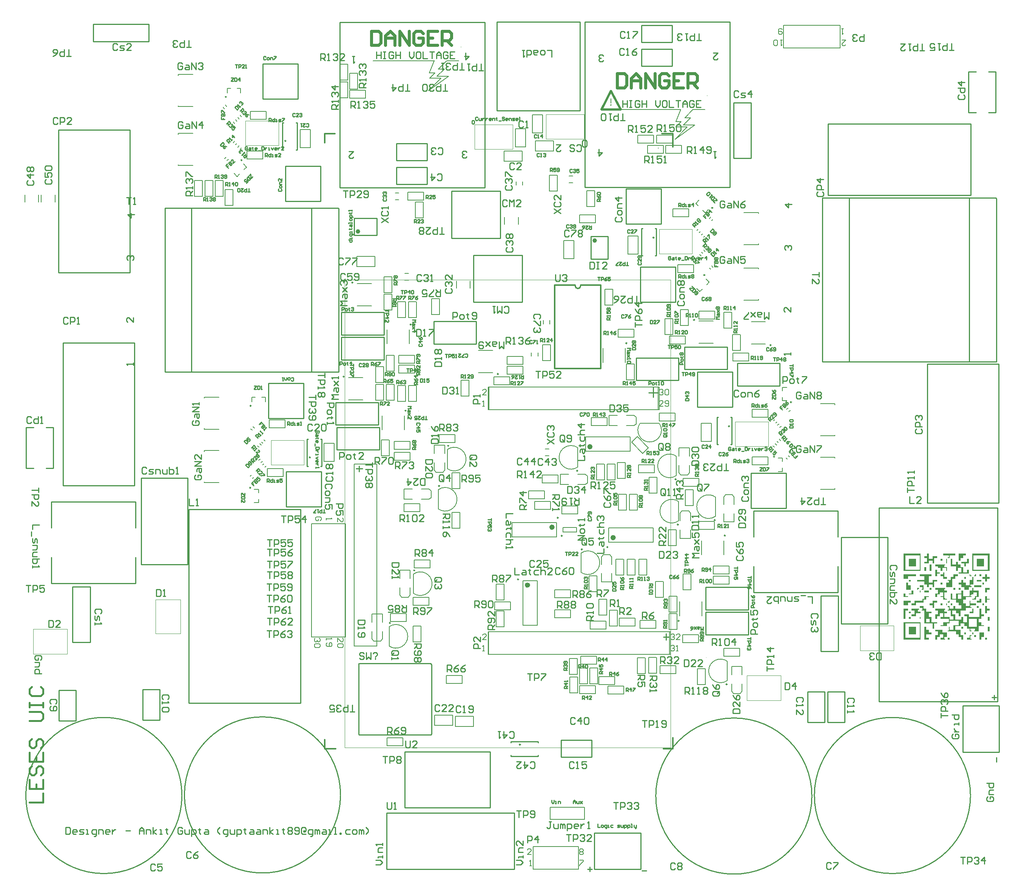
<source format=gto>
G04 Layer_Color=65535*
%FSLAX25Y25*%
%MOIN*%
G70*
G01*
G75*
%ADD66C,0.02000*%
%ADD73C,0.02500*%
%ADD74C,0.01500*%
%ADD75C,0.01000*%
%ADD125C,0.00984*%
%ADD126C,0.00787*%
%ADD127C,0.02362*%
%ADD128C,0.00394*%
%ADD129C,0.01181*%
%ADD130C,0.03937*%
%ADD131C,0.00600*%
%ADD132C,0.00500*%
%ADD133C,0.00800*%
G36*
X2167000Y2317800D02*
Y2317000D01*
X2165400D01*
Y2317800D01*
Y2318600D01*
X2167000D01*
Y2317800D01*
D02*
G37*
G36*
X2155000Y2324200D02*
X2152600D01*
Y2323400D01*
Y2322600D01*
Y2321800D01*
X2150200D01*
Y2321000D01*
Y2320200D01*
Y2319400D01*
X2143800D01*
Y2318600D01*
Y2317800D01*
Y2317000D01*
X2139800D01*
Y2317800D01*
Y2318600D01*
X2142200D01*
Y2319400D01*
Y2320200D01*
Y2321000D01*
X2149400D01*
Y2321800D01*
Y2322600D01*
X2151000D01*
Y2323400D01*
Y2324200D01*
Y2325000D01*
X2155000D01*
Y2324200D01*
D02*
G37*
G36*
X2175800Y2317800D02*
Y2317000D01*
X2174200D01*
Y2317800D01*
Y2318600D01*
X2175800D01*
Y2317800D01*
D02*
G37*
G36*
X2171000D02*
Y2317000D01*
X2170200D01*
Y2317800D01*
Y2318600D01*
X2171000D01*
Y2317800D01*
D02*
G37*
G36*
X2139000Y2320200D02*
Y2319400D01*
X2136600D01*
Y2318600D01*
Y2317800D01*
Y2317000D01*
X2132600D01*
Y2317800D01*
Y2318600D01*
Y2319400D01*
Y2320200D01*
Y2321000D01*
X2139000D01*
Y2320200D01*
D02*
G37*
G36*
X2206200Y2315400D02*
Y2314600D01*
Y2313800D01*
X2208600D01*
Y2313000D01*
Y2312200D01*
X2206200D01*
Y2311400D01*
Y2310600D01*
Y2309800D01*
X2204600D01*
Y2310600D01*
Y2311400D01*
Y2312200D01*
Y2313000D01*
Y2313800D01*
Y2314600D01*
Y2315400D01*
Y2316200D01*
X2206200D01*
Y2315400D01*
D02*
G37*
G36*
X2194200Y2313000D02*
Y2312200D01*
Y2311400D01*
Y2310600D01*
Y2309800D01*
X2191000D01*
Y2310600D01*
Y2311400D01*
X2193400D01*
Y2312200D01*
Y2313000D01*
Y2313800D01*
X2194200D01*
Y2313000D01*
D02*
G37*
G36*
X2199000Y2315400D02*
Y2314600D01*
X2197400D01*
Y2315400D01*
Y2316200D01*
X2199000D01*
Y2315400D01*
D02*
G37*
G36*
X2162200Y2320200D02*
Y2319400D01*
X2159800D01*
Y2318600D01*
Y2317800D01*
Y2317000D01*
Y2316200D01*
Y2315400D01*
Y2314600D01*
X2158200D01*
Y2315400D01*
Y2316200D01*
Y2317000D01*
X2155800D01*
Y2317800D01*
Y2318600D01*
X2158200D01*
Y2319400D01*
Y2320200D01*
Y2321000D01*
X2162200D01*
Y2320200D01*
D02*
G37*
G36*
X2203800Y2317800D02*
Y2317000D01*
X2202200D01*
Y2317800D01*
Y2318600D01*
X2203800D01*
Y2317800D01*
D02*
G37*
G36*
X2141400Y2329000D02*
Y2328200D01*
Y2327400D01*
Y2326600D01*
X2137400D01*
Y2327400D01*
X2139800D01*
Y2328200D01*
Y2329000D01*
Y2329800D01*
X2141400D01*
Y2329000D01*
D02*
G37*
G36*
X2194200Y2331400D02*
Y2330600D01*
Y2329800D01*
X2199000D01*
Y2329000D01*
Y2328200D01*
Y2327400D01*
Y2326600D01*
Y2325800D01*
Y2325000D01*
Y2324200D01*
X2196600D01*
Y2323400D01*
Y2322600D01*
Y2321800D01*
X2193400D01*
Y2322600D01*
X2195000D01*
Y2323400D01*
X2195800D01*
Y2324200D01*
Y2325000D01*
X2197400D01*
Y2325800D01*
Y2326600D01*
Y2327400D01*
Y2328200D01*
X2194200D01*
Y2327400D01*
Y2326600D01*
X2192600D01*
Y2325800D01*
X2191800D01*
Y2325000D01*
X2192600D01*
Y2324200D01*
X2187800D01*
Y2323400D01*
Y2322600D01*
Y2321800D01*
X2185400D01*
Y2321000D01*
Y2320200D01*
Y2319400D01*
Y2318600D01*
X2187800D01*
Y2317800D01*
Y2317000D01*
Y2316200D01*
X2191000D01*
Y2317000D01*
Y2317800D01*
Y2318600D01*
Y2319400D01*
Y2320200D01*
Y2321000D01*
X2191800D01*
Y2320200D01*
Y2319400D01*
Y2318600D01*
X2196600D01*
Y2317800D01*
Y2317000D01*
X2191800D01*
Y2316200D01*
Y2315400D01*
X2192600D01*
Y2314600D01*
X2187800D01*
Y2313800D01*
Y2313000D01*
Y2312200D01*
X2183000D01*
Y2311400D01*
Y2310600D01*
Y2309800D01*
Y2309000D01*
Y2308200D01*
Y2307400D01*
X2181400D01*
Y2308200D01*
Y2309000D01*
Y2309800D01*
X2179000D01*
Y2310600D01*
Y2311400D01*
Y2312200D01*
X2175800D01*
Y2311400D01*
Y2310600D01*
Y2309800D01*
Y2309000D01*
X2178200D01*
Y2308200D01*
Y2307400D01*
Y2306600D01*
Y2305800D01*
Y2305000D01*
Y2304200D01*
X2183800D01*
Y2305000D01*
Y2305800D01*
Y2306600D01*
X2185400D01*
Y2305800D01*
Y2305000D01*
Y2304200D01*
Y2303400D01*
Y2302600D01*
Y2301800D01*
X2188600D01*
Y2302600D01*
Y2303400D01*
Y2304200D01*
Y2305000D01*
Y2305800D01*
Y2306600D01*
Y2307400D01*
X2186200D01*
Y2308200D01*
Y2309000D01*
X2190200D01*
Y2308200D01*
Y2307400D01*
Y2306600D01*
X2199800D01*
Y2307400D01*
Y2308200D01*
Y2309000D01*
Y2309800D01*
Y2310600D01*
Y2311400D01*
Y2312200D01*
Y2313000D01*
Y2313800D01*
X2201400D01*
Y2313000D01*
Y2312200D01*
Y2311400D01*
Y2310600D01*
Y2309800D01*
Y2309000D01*
X2203800D01*
Y2308200D01*
Y2307400D01*
X2201400D01*
Y2306600D01*
Y2305800D01*
Y2305000D01*
X2199000D01*
Y2304200D01*
Y2303400D01*
Y2302600D01*
Y2301800D01*
X2201400D01*
Y2301000D01*
Y2300200D01*
Y2299400D01*
X2203800D01*
Y2298600D01*
X2199000D01*
Y2297800D01*
Y2297000D01*
Y2296200D01*
Y2295400D01*
Y2294600D01*
Y2293800D01*
X2195000D01*
Y2294600D01*
X2195800D01*
Y2295400D01*
Y2296200D01*
X2191800D01*
Y2295400D01*
Y2294600D01*
X2192600D01*
Y2293800D01*
X2191000D01*
Y2294600D01*
Y2295400D01*
Y2296200D01*
X2188600D01*
Y2297000D01*
Y2297800D01*
Y2298600D01*
X2186200D01*
Y2299400D01*
Y2300200D01*
Y2301000D01*
X2183000D01*
Y2300200D01*
Y2299400D01*
Y2298600D01*
X2178200D01*
Y2297800D01*
Y2297000D01*
Y2296200D01*
Y2295400D01*
X2183000D01*
Y2294600D01*
Y2293800D01*
Y2293000D01*
Y2292200D01*
Y2291400D01*
Y2290600D01*
X2185400D01*
Y2289800D01*
Y2289000D01*
Y2288200D01*
Y2287400D01*
Y2286600D01*
X2183800D01*
Y2287400D01*
Y2288200D01*
Y2289000D01*
X2181400D01*
Y2289800D01*
Y2290600D01*
Y2291400D01*
X2179000D01*
Y2292200D01*
Y2293000D01*
Y2293800D01*
X2171800D01*
Y2294600D01*
X2172600D01*
Y2295400D01*
Y2296200D01*
Y2297000D01*
Y2297800D01*
X2173400D01*
Y2297000D01*
Y2296200D01*
Y2295400D01*
X2176600D01*
Y2296200D01*
Y2297000D01*
Y2297800D01*
Y2298600D01*
Y2299400D01*
X2181400D01*
Y2300200D01*
Y2301000D01*
Y2301800D01*
Y2302600D01*
Y2303400D01*
X2173400D01*
Y2302600D01*
Y2301800D01*
Y2301000D01*
X2171000D01*
Y2300200D01*
Y2299400D01*
Y2298600D01*
X2165400D01*
Y2299400D01*
X2167800D01*
Y2300200D01*
Y2301000D01*
Y2301800D01*
X2172600D01*
Y2302600D01*
Y2303400D01*
Y2304200D01*
Y2305000D01*
X2165400D01*
Y2305800D01*
Y2306600D01*
X2167800D01*
Y2307400D01*
Y2308200D01*
Y2309000D01*
Y2309800D01*
X2164600D01*
Y2309000D01*
Y2308200D01*
Y2307400D01*
X2162200D01*
Y2306600D01*
Y2305800D01*
Y2305000D01*
X2160600D01*
Y2305800D01*
Y2306600D01*
Y2307400D01*
Y2308200D01*
Y2309000D01*
X2163000D01*
Y2309800D01*
Y2310600D01*
Y2311400D01*
Y2312200D01*
X2160600D01*
Y2313000D01*
Y2313800D01*
X2169400D01*
Y2313000D01*
X2168600D01*
Y2312200D01*
Y2311400D01*
X2171000D01*
Y2310600D01*
Y2309800D01*
X2168600D01*
Y2309000D01*
Y2308200D01*
Y2307400D01*
Y2306600D01*
X2173400D01*
Y2305800D01*
Y2305000D01*
Y2304200D01*
X2176600D01*
Y2305000D01*
Y2305800D01*
Y2306600D01*
Y2307400D01*
X2174200D01*
Y2308200D01*
Y2309000D01*
Y2309800D01*
Y2310600D01*
Y2311400D01*
Y2312200D01*
X2171800D01*
Y2313000D01*
X2172600D01*
Y2313800D01*
Y2314600D01*
Y2315400D01*
X2171800D01*
Y2316200D01*
X2173400D01*
Y2315400D01*
Y2314600D01*
Y2313800D01*
X2176600D01*
Y2314600D01*
Y2315400D01*
Y2316200D01*
X2178200D01*
Y2315400D01*
Y2314600D01*
Y2313800D01*
X2183800D01*
Y2314600D01*
Y2315400D01*
Y2316200D01*
Y2317000D01*
X2181400D01*
Y2317800D01*
Y2318600D01*
Y2319400D01*
X2179000D01*
Y2320200D01*
Y2321000D01*
Y2321800D01*
X2174200D01*
Y2322600D01*
Y2323400D01*
Y2324200D01*
Y2325000D01*
Y2325800D01*
Y2326600D01*
Y2327400D01*
X2175800D01*
Y2326600D01*
Y2325800D01*
Y2325000D01*
Y2324200D01*
Y2323400D01*
Y2322600D01*
X2179000D01*
Y2323400D01*
Y2324200D01*
Y2325000D01*
Y2325800D01*
Y2326600D01*
Y2327400D01*
X2183800D01*
Y2328200D01*
Y2329000D01*
Y2329800D01*
X2185400D01*
Y2329000D01*
Y2328200D01*
Y2327400D01*
Y2326600D01*
Y2325800D01*
Y2325000D01*
X2191000D01*
Y2325800D01*
Y2326600D01*
Y2327400D01*
Y2328200D01*
Y2329000D01*
Y2329800D01*
X2193400D01*
Y2330600D01*
Y2331400D01*
Y2332200D01*
X2194200D01*
Y2331400D01*
D02*
G37*
G36*
X2155000Y2329000D02*
Y2328200D01*
X2151000D01*
Y2329000D01*
Y2329800D01*
X2155000D01*
Y2329000D01*
D02*
G37*
G36*
X2147800D02*
Y2328200D01*
X2147000D01*
Y2329000D01*
Y2329800D01*
X2147800D01*
Y2329000D01*
D02*
G37*
G36*
X2134200Y2326600D02*
Y2325800D01*
Y2325000D01*
X2136600D01*
Y2324200D01*
X2132600D01*
Y2325000D01*
Y2325800D01*
Y2326600D01*
Y2327400D01*
X2134200D01*
Y2326600D01*
D02*
G37*
G36*
X2201400Y2321800D02*
Y2321000D01*
Y2320200D01*
Y2319400D01*
X2197400D01*
Y2320200D01*
Y2321000D01*
X2199800D01*
Y2321800D01*
Y2322600D01*
X2201400D01*
Y2321800D01*
D02*
G37*
G36*
X2173400Y2320200D02*
Y2319400D01*
X2171800D01*
Y2320200D01*
X2172600D01*
Y2321000D01*
X2173400D01*
Y2320200D01*
D02*
G37*
G36*
X2169400Y2331400D02*
X2168600D01*
Y2330600D01*
Y2329800D01*
X2171000D01*
Y2329000D01*
Y2328200D01*
X2168600D01*
Y2327400D01*
Y2326600D01*
Y2325800D01*
Y2325000D01*
Y2324200D01*
Y2323400D01*
X2169400D01*
Y2322600D01*
X2171000D01*
Y2321800D01*
X2167800D01*
Y2322600D01*
Y2323400D01*
Y2324200D01*
X2165400D01*
Y2325000D01*
X2167800D01*
Y2325800D01*
Y2326600D01*
Y2327400D01*
Y2328200D01*
X2164600D01*
Y2327400D01*
Y2326600D01*
X2162200D01*
Y2325800D01*
Y2325000D01*
Y2324200D01*
X2160600D01*
Y2325000D01*
Y2325800D01*
Y2326600D01*
Y2327400D01*
X2163000D01*
Y2328200D01*
Y2329000D01*
Y2329800D01*
Y2330600D01*
X2160600D01*
Y2331400D01*
Y2332200D01*
X2169400D01*
Y2331400D01*
D02*
G37*
G36*
X2206200Y2324200D02*
Y2323400D01*
Y2322600D01*
X2208600D01*
Y2321800D01*
X2206200D01*
Y2321000D01*
Y2320200D01*
Y2319400D01*
X2204600D01*
Y2320200D01*
Y2321000D01*
Y2321800D01*
Y2322600D01*
Y2323400D01*
Y2324200D01*
Y2325000D01*
X2206200D01*
Y2324200D01*
D02*
G37*
G36*
Y2287400D02*
Y2286600D01*
X2204600D01*
Y2287400D01*
Y2288200D01*
X2206200D01*
Y2287400D01*
D02*
G37*
G36*
X2203800Y2292200D02*
Y2291400D01*
Y2290600D01*
Y2289800D01*
Y2289000D01*
X2201400D01*
Y2288200D01*
Y2287400D01*
Y2286600D01*
X2199800D01*
Y2287400D01*
Y2288200D01*
Y2289000D01*
Y2289800D01*
Y2290600D01*
Y2291400D01*
Y2292200D01*
Y2293000D01*
X2203800D01*
Y2292200D01*
D02*
G37*
G36*
X2187800D02*
Y2291400D01*
X2186200D01*
Y2292200D01*
Y2293000D01*
X2187800D01*
Y2292200D01*
D02*
G37*
G36*
X2196600Y2289800D02*
Y2289000D01*
X2195000D01*
Y2289800D01*
Y2290600D01*
X2196600D01*
Y2289800D01*
D02*
G37*
G36*
X2192600D02*
X2191800D01*
Y2289000D01*
Y2288200D01*
Y2287400D01*
X2192600D01*
Y2286600D01*
X2188600D01*
Y2287400D01*
Y2288200D01*
X2191000D01*
Y2289000D01*
Y2289800D01*
Y2290600D01*
X2192600D01*
Y2289800D01*
D02*
G37*
G36*
X2152600Y2297000D02*
Y2296200D01*
Y2295400D01*
X2155000D01*
Y2294600D01*
Y2293800D01*
Y2293000D01*
X2157400D01*
Y2292200D01*
Y2291400D01*
X2152600D01*
Y2290600D01*
Y2289800D01*
Y2289000D01*
Y2288200D01*
X2155000D01*
Y2287400D01*
Y2286600D01*
X2151000D01*
Y2287400D01*
Y2288200D01*
Y2289000D01*
Y2289800D01*
Y2290600D01*
Y2291400D01*
Y2292200D01*
Y2293000D01*
Y2293800D01*
Y2294600D01*
Y2295400D01*
Y2296200D01*
Y2297000D01*
Y2297800D01*
X2152600D01*
Y2297000D01*
D02*
G37*
G36*
X2147800Y2301000D02*
Y2300200D01*
Y2299400D01*
Y2298600D01*
Y2297800D01*
Y2297000D01*
Y2296200D01*
Y2295400D01*
Y2294600D01*
Y2293800D01*
Y2293000D01*
Y2292200D01*
Y2291400D01*
Y2290600D01*
Y2289800D01*
Y2289000D01*
Y2288200D01*
Y2287400D01*
Y2286600D01*
X2132600D01*
Y2287400D01*
Y2288200D01*
Y2289000D01*
Y2289800D01*
Y2290600D01*
Y2291400D01*
Y2292200D01*
Y2293000D01*
Y2293800D01*
Y2294600D01*
Y2295400D01*
Y2296200D01*
Y2297000D01*
Y2297800D01*
Y2298600D01*
Y2299400D01*
Y2300200D01*
Y2301000D01*
Y2301800D01*
X2147800D01*
Y2301000D01*
D02*
G37*
G36*
X2173400Y2287400D02*
Y2286600D01*
X2171800D01*
Y2287400D01*
Y2288200D01*
X2173400D01*
Y2287400D01*
D02*
G37*
G36*
X2167000Y2294600D02*
Y2293800D01*
Y2293000D01*
X2171000D01*
Y2292200D01*
Y2291400D01*
Y2290600D01*
Y2289800D01*
Y2289000D01*
X2168600D01*
Y2288200D01*
Y2287400D01*
X2169400D01*
Y2286600D01*
X2165400D01*
Y2287400D01*
Y2288200D01*
X2167800D01*
Y2289000D01*
Y2289800D01*
Y2290600D01*
Y2291400D01*
X2164600D01*
Y2290600D01*
Y2289800D01*
Y2289000D01*
X2162200D01*
Y2288200D01*
Y2287400D01*
Y2286600D01*
X2160600D01*
Y2287400D01*
Y2288200D01*
Y2289000D01*
Y2289800D01*
Y2290600D01*
X2163000D01*
Y2291400D01*
Y2292200D01*
Y2293000D01*
Y2293800D01*
X2160600D01*
Y2294600D01*
Y2295400D01*
X2167000D01*
Y2294600D01*
D02*
G37*
G36*
X2194200Y2292200D02*
Y2291400D01*
X2193400D01*
Y2292200D01*
Y2293000D01*
X2194200D01*
Y2292200D01*
D02*
G37*
G36*
X2147800Y2305800D02*
Y2305000D01*
X2147000D01*
Y2305800D01*
Y2306600D01*
X2147800D01*
Y2305800D01*
D02*
G37*
G36*
X2139000D02*
Y2305000D01*
X2137400D01*
Y2305800D01*
Y2306600D01*
X2139000D01*
Y2305800D01*
D02*
G37*
G36*
Y2310600D02*
Y2309800D01*
X2137400D01*
Y2310600D01*
Y2311400D01*
X2139000D01*
Y2310600D01*
D02*
G37*
G36*
X2146200Y2313000D02*
X2145400D01*
Y2312200D01*
Y2311400D01*
X2147800D01*
Y2310600D01*
Y2309800D01*
X2143800D01*
Y2309000D01*
Y2308200D01*
Y2307400D01*
X2139800D01*
Y2308200D01*
Y2309000D01*
X2142200D01*
Y2309800D01*
Y2310600D01*
Y2311400D01*
Y2312200D01*
X2139800D01*
Y2313000D01*
Y2313800D01*
X2146200D01*
Y2313000D01*
D02*
G37*
G36*
X2136600D02*
Y2312200D01*
X2134200D01*
Y2311400D01*
Y2310600D01*
Y2309800D01*
Y2309000D01*
Y2308200D01*
Y2307400D01*
Y2306600D01*
Y2305800D01*
Y2305000D01*
X2132600D01*
Y2305800D01*
Y2306600D01*
Y2307400D01*
Y2308200D01*
Y2309000D01*
Y2309800D01*
Y2310600D01*
Y2311400D01*
Y2312200D01*
Y2313000D01*
Y2313800D01*
X2136600D01*
Y2313000D01*
D02*
G37*
G36*
X2150200Y2315400D02*
Y2314600D01*
Y2313800D01*
X2152600D01*
Y2313000D01*
Y2312200D01*
Y2311400D01*
X2157400D01*
Y2310600D01*
Y2309800D01*
X2155000D01*
Y2309000D01*
Y2308200D01*
Y2307400D01*
Y2306600D01*
X2157400D01*
Y2305800D01*
Y2305000D01*
Y2304200D01*
Y2303400D01*
Y2302600D01*
Y2301800D01*
X2162200D01*
Y2301000D01*
X2159800D01*
Y2300200D01*
Y2299400D01*
Y2298600D01*
Y2297800D01*
Y2297000D01*
Y2296200D01*
X2158200D01*
Y2297000D01*
Y2297800D01*
Y2298600D01*
Y2299400D01*
Y2300200D01*
Y2301000D01*
X2151000D01*
Y2301800D01*
Y2302600D01*
Y2303400D01*
Y2304200D01*
Y2305000D01*
Y2305800D01*
Y2306600D01*
Y2307400D01*
Y2308200D01*
Y2309000D01*
Y2309800D01*
Y2310600D01*
Y2311400D01*
Y2312200D01*
X2148600D01*
Y2313000D01*
X2149400D01*
Y2313800D01*
Y2314600D01*
X2147000D01*
Y2315400D01*
Y2316200D01*
X2150200D01*
Y2315400D01*
D02*
G37*
G36*
X2208600Y2297000D02*
Y2296200D01*
Y2295400D01*
Y2294600D01*
Y2293800D01*
X2207000D01*
Y2294600D01*
Y2295400D01*
Y2296200D01*
Y2297000D01*
Y2297800D01*
X2208600D01*
Y2297000D01*
D02*
G37*
G36*
Y2305800D02*
Y2305000D01*
Y2304200D01*
Y2303400D01*
X2207000D01*
Y2304200D01*
Y2305000D01*
Y2305800D01*
Y2306600D01*
X2208600D01*
Y2305800D01*
D02*
G37*
G36*
X2185400Y2297000D02*
Y2296200D01*
X2183800D01*
Y2297000D01*
Y2297800D01*
X2185400D01*
Y2297000D01*
D02*
G37*
G36*
X2208600Y2331400D02*
Y2330600D01*
X2206200D01*
Y2329800D01*
Y2329000D01*
Y2328200D01*
X2204600D01*
Y2329000D01*
Y2329800D01*
Y2330600D01*
Y2331400D01*
Y2332200D01*
X2208600D01*
Y2331400D01*
D02*
G37*
G36*
X2175800Y2357000D02*
Y2356200D01*
Y2355400D01*
Y2354600D01*
Y2353800D01*
Y2353000D01*
X2179000D01*
Y2353800D01*
Y2354600D01*
Y2355400D01*
X2180600D01*
Y2354600D01*
Y2353800D01*
Y2353000D01*
X2183000D01*
Y2352200D01*
Y2351400D01*
Y2350600D01*
X2185400D01*
Y2349800D01*
Y2349000D01*
Y2348200D01*
Y2347400D01*
Y2346600D01*
Y2345800D01*
X2188600D01*
Y2346600D01*
Y2347400D01*
Y2348200D01*
X2190200D01*
Y2347400D01*
Y2346600D01*
Y2345800D01*
Y2345000D01*
X2181400D01*
Y2345800D01*
X2183800D01*
Y2346600D01*
Y2347400D01*
Y2348200D01*
Y2349000D01*
Y2349800D01*
X2180600D01*
Y2349000D01*
Y2348200D01*
Y2347400D01*
X2179000D01*
Y2348200D01*
Y2349000D01*
Y2349800D01*
Y2350600D01*
Y2351400D01*
X2174200D01*
Y2352200D01*
Y2353000D01*
Y2353800D01*
Y2354600D01*
Y2355400D01*
Y2356200D01*
Y2357000D01*
Y2357800D01*
X2175800D01*
Y2357000D01*
D02*
G37*
G36*
X2201400Y2343400D02*
Y2342600D01*
X2199800D01*
Y2343400D01*
Y2344200D01*
X2201400D01*
Y2343400D01*
D02*
G37*
G36*
X2152600Y2349800D02*
Y2349000D01*
Y2348200D01*
Y2347400D01*
X2151000D01*
Y2348200D01*
Y2349000D01*
Y2349800D01*
Y2350600D01*
X2152600D01*
Y2349800D01*
D02*
G37*
G36*
X2147800Y2361800D02*
Y2361000D01*
Y2360200D01*
Y2359400D01*
Y2358600D01*
Y2357800D01*
Y2357000D01*
Y2356200D01*
Y2355400D01*
Y2354600D01*
Y2353800D01*
Y2353000D01*
Y2352200D01*
Y2351400D01*
Y2350600D01*
Y2349800D01*
Y2349000D01*
Y2348200D01*
Y2347400D01*
X2132600D01*
Y2348200D01*
Y2349000D01*
Y2349800D01*
Y2350600D01*
Y2351400D01*
Y2352200D01*
Y2353000D01*
Y2353800D01*
Y2354600D01*
Y2355400D01*
Y2356200D01*
Y2357000D01*
Y2357800D01*
Y2358600D01*
Y2359400D01*
Y2360200D01*
Y2361000D01*
Y2361800D01*
Y2362600D01*
X2147800D01*
Y2361800D01*
D02*
G37*
G36*
X2162200Y2347400D02*
Y2346600D01*
Y2345800D01*
X2164600D01*
Y2345000D01*
X2162200D01*
Y2344200D01*
Y2343400D01*
Y2342600D01*
X2160600D01*
Y2343400D01*
Y2344200D01*
Y2345000D01*
Y2345800D01*
Y2346600D01*
Y2347400D01*
Y2348200D01*
X2162200D01*
Y2347400D01*
D02*
G37*
G36*
X2187800Y2341000D02*
Y2340200D01*
X2186200D01*
Y2341000D01*
Y2341800D01*
X2187800D01*
Y2341000D01*
D02*
G37*
G36*
X2196600Y2343400D02*
Y2342600D01*
X2195000D01*
Y2343400D01*
X2195800D01*
Y2344200D01*
X2196600D01*
Y2343400D01*
D02*
G37*
G36*
X2191800D02*
X2192600D01*
Y2342600D01*
X2191000D01*
Y2343400D01*
Y2344200D01*
X2191800D01*
Y2343400D01*
D02*
G37*
G36*
X2157400Y2352200D02*
Y2351400D01*
Y2350600D01*
Y2349800D01*
Y2349000D01*
Y2348200D01*
Y2347400D01*
X2155800D01*
Y2348200D01*
Y2349000D01*
Y2349800D01*
Y2350600D01*
Y2351400D01*
Y2352200D01*
Y2353000D01*
X2157400D01*
Y2352200D01*
D02*
G37*
G36*
X2167000Y2357000D02*
Y2356200D01*
X2165400D01*
Y2357000D01*
Y2357800D01*
X2167000D01*
Y2357000D01*
D02*
G37*
G36*
X2171000D02*
Y2356200D01*
Y2355400D01*
Y2354600D01*
Y2353800D01*
X2170200D01*
Y2354600D01*
Y2355400D01*
Y2356200D01*
Y2357000D01*
Y2357800D01*
X2171000D01*
Y2357000D01*
D02*
G37*
G36*
X2178200Y2361800D02*
Y2361000D01*
X2173400D01*
Y2360200D01*
Y2359400D01*
Y2358600D01*
X2171800D01*
Y2359400D01*
X2172600D01*
Y2360200D01*
Y2361000D01*
X2167800D01*
Y2361800D01*
Y2362600D01*
X2178200D01*
Y2361800D01*
D02*
G37*
G36*
X2187800D02*
Y2361000D01*
X2185400D01*
Y2360200D01*
Y2359400D01*
Y2358600D01*
X2183000D01*
Y2357800D01*
Y2357000D01*
Y2356200D01*
X2181400D01*
Y2357000D01*
Y2357800D01*
Y2358600D01*
Y2359400D01*
Y2360200D01*
Y2361000D01*
Y2361800D01*
Y2362600D01*
X2187800D01*
Y2361800D01*
D02*
G37*
G36*
X2208600D02*
Y2361000D01*
Y2360200D01*
Y2359400D01*
Y2358600D01*
Y2357800D01*
Y2357000D01*
Y2356200D01*
Y2355400D01*
Y2354600D01*
Y2353800D01*
Y2353000D01*
Y2352200D01*
Y2351400D01*
Y2350600D01*
Y2349800D01*
Y2349000D01*
Y2348200D01*
Y2347400D01*
X2193400D01*
Y2348200D01*
Y2349000D01*
Y2349800D01*
Y2350600D01*
Y2351400D01*
Y2352200D01*
Y2353000D01*
Y2353800D01*
Y2354600D01*
Y2355400D01*
Y2356200D01*
Y2357000D01*
Y2357800D01*
Y2358600D01*
Y2359400D01*
Y2360200D01*
Y2361000D01*
Y2361800D01*
Y2362600D01*
X2208600D01*
Y2361800D01*
D02*
G37*
G36*
X2169400Y2352200D02*
X2168600D01*
Y2351400D01*
Y2350600D01*
X2171000D01*
Y2349800D01*
Y2349000D01*
Y2348200D01*
Y2347400D01*
X2170200D01*
Y2348200D01*
Y2349000D01*
Y2349800D01*
X2167000D01*
Y2349000D01*
Y2348200D01*
Y2347400D01*
X2165400D01*
Y2348200D01*
Y2349000D01*
Y2349800D01*
X2163000D01*
Y2350600D01*
Y2351400D01*
X2160600D01*
Y2352200D01*
Y2353000D01*
X2169400D01*
Y2352200D01*
D02*
G37*
G36*
X2155000Y2361800D02*
Y2361000D01*
Y2360200D01*
Y2359400D01*
Y2358600D01*
Y2357800D01*
X2158200D01*
Y2358600D01*
Y2359400D01*
Y2360200D01*
X2162200D01*
Y2359400D01*
Y2358600D01*
X2159800D01*
Y2357800D01*
Y2357000D01*
Y2356200D01*
Y2355400D01*
Y2354600D01*
Y2353800D01*
X2158200D01*
Y2354600D01*
Y2355400D01*
Y2356200D01*
X2155000D01*
Y2355400D01*
Y2354600D01*
Y2353800D01*
X2151000D01*
Y2354600D01*
Y2355400D01*
X2153400D01*
Y2356200D01*
Y2357000D01*
Y2357800D01*
Y2358600D01*
X2151000D01*
Y2359400D01*
Y2360200D01*
X2153400D01*
Y2361000D01*
Y2361800D01*
Y2362600D01*
X2155000D01*
Y2361800D01*
D02*
G37*
G36*
X2190200Y2357000D02*
Y2356200D01*
Y2355400D01*
Y2354600D01*
Y2353800D01*
X2187800D01*
Y2353000D01*
Y2352200D01*
Y2351400D01*
X2186200D01*
Y2352200D01*
Y2353000D01*
Y2353800D01*
X2183800D01*
Y2354600D01*
Y2355400D01*
X2188600D01*
Y2356200D01*
Y2357000D01*
Y2357800D01*
X2190200D01*
Y2357000D01*
D02*
G37*
G36*
X2168600Y2345000D02*
Y2344200D01*
Y2343400D01*
Y2342600D01*
Y2341800D01*
X2171000D01*
Y2341000D01*
Y2340200D01*
X2167800D01*
Y2341000D01*
Y2341800D01*
Y2342600D01*
X2165400D01*
Y2343400D01*
Y2344200D01*
X2167800D01*
Y2345000D01*
Y2345800D01*
X2168600D01*
Y2345000D01*
D02*
G37*
G36*
X2183000Y2331400D02*
Y2330600D01*
X2181400D01*
Y2331400D01*
Y2332200D01*
X2183000D01*
Y2331400D01*
D02*
G37*
G36*
X2178200D02*
Y2330600D01*
X2176600D01*
Y2331400D01*
Y2332200D01*
X2178200D01*
Y2331400D01*
D02*
G37*
G36*
X2180600Y2343400D02*
Y2342600D01*
X2178200D01*
Y2341800D01*
Y2341000D01*
Y2340200D01*
X2175800D01*
Y2339400D01*
Y2338600D01*
Y2337800D01*
Y2337000D01*
Y2336200D01*
Y2335400D01*
Y2334600D01*
Y2333800D01*
Y2333000D01*
X2170200D01*
Y2333800D01*
Y2334600D01*
Y2335400D01*
Y2336200D01*
Y2337000D01*
X2172600D01*
Y2337800D01*
Y2338600D01*
X2171800D01*
Y2339400D01*
X2174200D01*
Y2340200D01*
Y2341000D01*
Y2341800D01*
X2176600D01*
Y2342600D01*
Y2343400D01*
Y2344200D01*
X2180600D01*
Y2343400D01*
D02*
G37*
G36*
X2157400D02*
Y2342600D01*
X2155000D01*
Y2341800D01*
Y2341000D01*
Y2340200D01*
Y2339400D01*
Y2338600D01*
Y2337800D01*
Y2337000D01*
X2158200D01*
Y2337800D01*
Y2338600D01*
Y2339400D01*
X2162200D01*
Y2338600D01*
Y2337800D01*
X2159800D01*
Y2337000D01*
Y2336200D01*
Y2335400D01*
Y2334600D01*
Y2333800D01*
Y2333000D01*
X2158200D01*
Y2333800D01*
Y2334600D01*
Y2335400D01*
X2155000D01*
Y2334600D01*
Y2333800D01*
Y2333000D01*
X2153400D01*
Y2333800D01*
Y2334600D01*
Y2335400D01*
X2151000D01*
Y2336200D01*
Y2337000D01*
Y2337800D01*
X2144600D01*
Y2338600D01*
Y2339400D01*
X2151000D01*
Y2340200D01*
Y2341000D01*
Y2341800D01*
Y2342600D01*
X2147000D01*
Y2343400D01*
Y2344200D01*
X2157400D01*
Y2343400D01*
D02*
G37*
G36*
X2146200Y2331400D02*
X2145400D01*
Y2330600D01*
X2144600D01*
Y2331400D01*
Y2332200D01*
X2146200D01*
Y2331400D01*
D02*
G37*
G36*
X2136600Y2336200D02*
Y2335400D01*
Y2334600D01*
X2139000D01*
Y2333800D01*
Y2333000D01*
Y2332200D01*
Y2331400D01*
Y2330600D01*
X2135000D01*
Y2331400D01*
Y2332200D01*
Y2333000D01*
Y2333800D01*
Y2334600D01*
Y2335400D01*
Y2336200D01*
Y2337000D01*
X2136600D01*
Y2336200D01*
D02*
G37*
G36*
X2157400Y2331400D02*
Y2330600D01*
X2155800D01*
Y2331400D01*
Y2332200D01*
X2157400D01*
Y2331400D01*
D02*
G37*
G36*
X2150200Y2333800D02*
Y2333000D01*
Y2332200D01*
Y2331400D01*
Y2330600D01*
X2148600D01*
Y2331400D01*
X2149400D01*
Y2332200D01*
Y2333000D01*
X2147000D01*
Y2333800D01*
Y2334600D01*
X2150200D01*
Y2333800D01*
D02*
G37*
G36*
X2201400Y2338600D02*
Y2337800D01*
X2197400D01*
Y2338600D01*
Y2339400D01*
X2201400D01*
Y2338600D01*
D02*
G37*
G36*
X2167000Y2336200D02*
Y2335400D01*
X2165400D01*
Y2336200D01*
Y2337000D01*
X2167000D01*
Y2336200D01*
D02*
G37*
G36*
X2206200Y2343400D02*
Y2342600D01*
Y2341800D01*
X2208600D01*
Y2341000D01*
Y2340200D01*
X2206200D01*
Y2339400D01*
Y2338600D01*
Y2337800D01*
X2204600D01*
Y2338600D01*
Y2339400D01*
Y2340200D01*
X2202200D01*
Y2341000D01*
Y2341800D01*
X2204600D01*
Y2342600D01*
Y2343400D01*
Y2344200D01*
X2206200D01*
Y2343400D01*
D02*
G37*
G36*
X2143800D02*
Y2342600D01*
X2136600D01*
Y2341800D01*
Y2341000D01*
Y2340200D01*
X2132600D01*
Y2341000D01*
Y2341800D01*
Y2342600D01*
Y2343400D01*
Y2344200D01*
X2143800D01*
Y2343400D01*
D02*
G37*
G36*
X2139000Y2338600D02*
Y2337800D01*
X2137400D01*
Y2338600D01*
Y2339400D01*
X2139000D01*
Y2338600D01*
D02*
G37*
G36*
X2203800Y2336200D02*
Y2335400D01*
X2202200D01*
Y2336200D01*
Y2337000D01*
X2203800D01*
Y2336200D01*
D02*
G37*
G36*
X2194200Y2341000D02*
Y2340200D01*
Y2339400D01*
Y2338600D01*
Y2337800D01*
Y2337000D01*
Y2336200D01*
Y2335400D01*
X2191800D01*
Y2334600D01*
Y2333800D01*
X2192600D01*
Y2333000D01*
X2190200D01*
Y2332200D01*
Y2331400D01*
Y2330600D01*
X2186200D01*
Y2331400D01*
Y2332200D01*
Y2333000D01*
X2183800D01*
Y2333800D01*
Y2334600D01*
Y2335400D01*
X2181400D01*
Y2336200D01*
Y2337000D01*
X2183800D01*
Y2337800D01*
Y2338600D01*
Y2339400D01*
X2185400D01*
Y2338600D01*
Y2337800D01*
Y2337000D01*
X2187800D01*
Y2336200D01*
Y2335400D01*
Y2334600D01*
X2191000D01*
Y2335400D01*
Y2336200D01*
Y2337000D01*
Y2337800D01*
Y2338600D01*
Y2339400D01*
X2193400D01*
Y2340200D01*
Y2341000D01*
Y2341800D01*
X2194200D01*
Y2341000D01*
D02*
G37*
G36*
X2201400Y2333800D02*
Y2333000D01*
X2195000D01*
Y2333800D01*
Y2334600D01*
X2201400D01*
Y2333800D01*
D02*
G37*
%LPC*%
G36*
X2183800Y2326600D02*
X2180600D01*
Y2325800D01*
Y2325000D01*
Y2324200D01*
Y2323400D01*
Y2322600D01*
X2183800D01*
Y2323400D01*
Y2324200D01*
Y2325000D01*
Y2325800D01*
Y2326600D01*
D02*
G37*
G36*
X2197400Y2305000D02*
X2190200D01*
Y2304200D01*
Y2303400D01*
Y2302600D01*
Y2301800D01*
Y2301000D01*
Y2300200D01*
Y2299400D01*
Y2298600D01*
Y2297800D01*
X2197400D01*
Y2298600D01*
Y2299400D01*
Y2300200D01*
Y2301000D01*
Y2301800D01*
Y2302600D01*
Y2303400D01*
Y2304200D01*
Y2305000D01*
D02*
G37*
G36*
X2147000Y2301000D02*
X2134200D01*
Y2300200D01*
Y2299400D01*
Y2298600D01*
Y2297800D01*
Y2297000D01*
Y2296200D01*
Y2295400D01*
Y2294600D01*
Y2293800D01*
Y2293000D01*
Y2292200D01*
Y2291400D01*
Y2290600D01*
Y2289800D01*
Y2289000D01*
Y2288200D01*
X2147000D01*
Y2289000D01*
Y2289800D01*
Y2290600D01*
Y2291400D01*
Y2292200D01*
Y2293000D01*
Y2293800D01*
Y2294600D01*
Y2295400D01*
Y2296200D01*
Y2297000D01*
Y2297800D01*
Y2298600D01*
Y2299400D01*
Y2300200D01*
Y2301000D01*
D02*
G37*
%LPD*%
G36*
X2143800Y2297000D02*
Y2296200D01*
Y2295400D01*
Y2294600D01*
Y2293800D01*
Y2293000D01*
Y2292200D01*
Y2291400D01*
X2137400D01*
Y2292200D01*
Y2293000D01*
Y2293800D01*
Y2294600D01*
Y2295400D01*
Y2296200D01*
Y2297000D01*
Y2297800D01*
X2143800D01*
Y2297000D01*
D02*
G37*
%LPC*%
G36*
X2155800Y2305000D02*
X2152600D01*
Y2304200D01*
Y2303400D01*
Y2302600D01*
Y2301800D01*
X2155800D01*
Y2302600D01*
Y2303400D01*
Y2304200D01*
Y2305000D01*
D02*
G37*
G36*
X2147000Y2361000D02*
X2134200D01*
Y2360200D01*
Y2359400D01*
Y2358600D01*
Y2357800D01*
Y2357000D01*
Y2356200D01*
Y2355400D01*
Y2354600D01*
Y2353800D01*
Y2353000D01*
Y2352200D01*
Y2351400D01*
Y2350600D01*
Y2349800D01*
Y2349000D01*
Y2348200D01*
X2147000D01*
Y2349000D01*
Y2349800D01*
Y2350600D01*
Y2351400D01*
Y2352200D01*
Y2353000D01*
Y2353800D01*
Y2354600D01*
Y2355400D01*
Y2356200D01*
Y2357000D01*
Y2357800D01*
Y2358600D01*
Y2359400D01*
Y2360200D01*
Y2361000D01*
D02*
G37*
%LPD*%
G36*
X2143800Y2357000D02*
Y2356200D01*
Y2355400D01*
Y2354600D01*
Y2353800D01*
Y2353000D01*
Y2352200D01*
Y2351400D01*
X2137400D01*
Y2352200D01*
Y2353000D01*
Y2353800D01*
Y2354600D01*
Y2355400D01*
Y2356200D01*
Y2357000D01*
Y2357800D01*
X2143800D01*
Y2357000D01*
D02*
G37*
%LPC*%
G36*
X2207000Y2361000D02*
X2194200D01*
Y2360200D01*
Y2359400D01*
Y2358600D01*
Y2357800D01*
Y2357000D01*
Y2356200D01*
Y2355400D01*
Y2354600D01*
Y2353800D01*
Y2353000D01*
Y2352200D01*
Y2351400D01*
Y2350600D01*
Y2349800D01*
Y2349000D01*
Y2348200D01*
X2207000D01*
Y2349000D01*
Y2349800D01*
Y2350600D01*
Y2351400D01*
Y2352200D01*
Y2353000D01*
Y2353800D01*
Y2354600D01*
Y2355400D01*
Y2356200D01*
Y2357000D01*
Y2357800D01*
Y2358600D01*
Y2359400D01*
Y2360200D01*
Y2361000D01*
D02*
G37*
%LPD*%
G36*
X2203800Y2357000D02*
Y2356200D01*
Y2355400D01*
Y2354600D01*
Y2353800D01*
Y2353000D01*
Y2352200D01*
Y2351400D01*
X2197400D01*
Y2352200D01*
Y2353000D01*
Y2353800D01*
Y2354600D01*
Y2355400D01*
Y2356200D01*
Y2357000D01*
Y2357800D01*
X2203800D01*
Y2357000D01*
D02*
G37*
D66*
X1874450Y2770850D02*
X1882900Y2754500D01*
X1866000D02*
X1882900D01*
X1866000D02*
X1874450Y2770850D01*
D73*
X1662900Y2823696D02*
Y2811200D01*
X1669148D01*
X1671231Y2813283D01*
Y2821613D01*
X1669148Y2823696D01*
X1662900D01*
X1675396Y2811200D02*
Y2819531D01*
X1679561Y2823696D01*
X1683727Y2819531D01*
Y2811200D01*
Y2817448D01*
X1675396D01*
X1687892Y2811200D02*
Y2823696D01*
X1696223Y2811200D01*
Y2823696D01*
X1708718Y2821613D02*
X1706636Y2823696D01*
X1702471D01*
X1700388Y2821613D01*
Y2813283D01*
X1702471Y2811200D01*
X1706636D01*
X1708718Y2813283D01*
Y2817448D01*
X1704553D01*
X1721214Y2823696D02*
X1712884D01*
Y2811200D01*
X1721214D01*
X1712884Y2817448D02*
X1717049D01*
X1725380Y2811200D02*
Y2823696D01*
X1731628D01*
X1733710Y2821613D01*
Y2817448D01*
X1731628Y2815365D01*
X1725380D01*
X1729545D02*
X1733710Y2811200D01*
X1879900Y2786196D02*
Y2773700D01*
X1886148D01*
X1888231Y2775783D01*
Y2784113D01*
X1886148Y2786196D01*
X1879900D01*
X1892396Y2773700D02*
Y2782031D01*
X1896561Y2786196D01*
X1900727Y2782031D01*
Y2773700D01*
Y2779948D01*
X1892396D01*
X1904892Y2773700D02*
Y2786196D01*
X1913223Y2773700D01*
Y2786196D01*
X1925718Y2784113D02*
X1923636Y2786196D01*
X1919470D01*
X1917388Y2784113D01*
Y2775783D01*
X1919470Y2773700D01*
X1923636D01*
X1925718Y2775783D01*
Y2779948D01*
X1921553D01*
X1938214Y2786196D02*
X1929884D01*
Y2773700D01*
X1938214D01*
X1929884Y2779948D02*
X1934049D01*
X1942380Y2773700D02*
Y2786196D01*
X1948628D01*
X1950710Y2784113D01*
Y2779948D01*
X1948628Y2777865D01*
X1942380D01*
X1946545D02*
X1950710Y2773700D01*
D74*
X1361004Y2143000D02*
X1373000D01*
Y2150997D01*
X1361004Y2162993D02*
Y2154996D01*
X1373000D01*
Y2162993D01*
X1367002Y2154996D02*
Y2158995D01*
X1363003Y2174990D02*
X1361004Y2172990D01*
Y2168992D01*
X1363003Y2166992D01*
X1365003D01*
X1367002Y2168992D01*
Y2172990D01*
X1369001Y2174990D01*
X1371001D01*
X1373000Y2172990D01*
Y2168992D01*
X1371001Y2166992D01*
X1361004Y2186986D02*
Y2178988D01*
X1373000D01*
Y2186986D01*
X1367002Y2178988D02*
Y2182987D01*
X1363003Y2198982D02*
X1361004Y2196983D01*
Y2192984D01*
X1363003Y2190985D01*
X1365003D01*
X1367002Y2192984D01*
Y2196983D01*
X1369001Y2198982D01*
X1371001D01*
X1373000Y2196983D01*
Y2192984D01*
X1371001Y2190985D01*
X1361004Y2214977D02*
X1371001D01*
X1373000Y2216976D01*
Y2220975D01*
X1371001Y2222974D01*
X1361004D01*
Y2226973D02*
Y2230972D01*
Y2228972D01*
X1373000D01*
Y2226973D01*
Y2230972D01*
X1363003Y2244967D02*
X1361004Y2242968D01*
Y2238969D01*
X1363003Y2236970D01*
X1371001D01*
X1373000Y2238969D01*
Y2242968D01*
X1371001Y2244967D01*
D75*
X1495583Y2149000D02*
G03*
X1495579Y2148318I-68898J0D01*
G01*
X1609000Y2447500D02*
G03*
X1609000Y2447500I-500J0D01*
G01*
X1587412Y2726912D02*
G03*
X1587412Y2726912I-500J0D01*
G01*
X1979000Y2475000D02*
G03*
X1979000Y2475000I-500J0D01*
G01*
X1912378Y2641500D02*
G03*
X1912378Y2641500I-500J0D01*
G01*
X1794500Y2194000D02*
G03*
X1794500Y2194000I-500J0D01*
G01*
X1635583Y2149500D02*
G03*
X1635579Y2148818I-68898J0D01*
G01*
X2191713Y2149000D02*
G03*
X2191709Y2148318I-68898J0D01*
G01*
X2051713Y2148500D02*
G03*
X2051709Y2147818I-68898J0D01*
G01*
X1651600Y2203000D02*
Y2265700D01*
Y2203000D02*
X1651900Y2202700D01*
X1715400D01*
X1716100Y2203400D01*
Y2264700D01*
X1715100Y2265700D02*
X1716100Y2264700D01*
X1652200Y2265700D02*
X1715100D01*
X1717858Y2547748D02*
Y2567433D01*
X1755457D01*
X1717937Y2547650D02*
X1755457D01*
X1755457Y2547748D02*
Y2567433D01*
X1934142Y2515567D02*
Y2535252D01*
X1896543Y2515567D02*
X1934142D01*
X1896543Y2535350D02*
X1934063D01*
X1896543Y2515567D02*
Y2535252D01*
X1939358Y2525248D02*
Y2544933D01*
X1976957D01*
X1939437Y2525150D02*
X1976957D01*
X1976957Y2525248D02*
Y2544933D01*
X1985858Y2510748D02*
Y2530433D01*
X2023457D01*
X1985937Y2510650D02*
X2023457D01*
X2023457Y2510748D02*
Y2530433D01*
X1950500Y2523000D02*
X1981500D01*
Y2492000D02*
Y2523000D01*
X1950500Y2492000D02*
X1981500D01*
X1950500D02*
Y2523000D01*
X1995642Y2313067D02*
Y2332752D01*
X1958043Y2313067D02*
X1995642D01*
X1958043Y2332850D02*
X1995563D01*
X1958043Y2313067D02*
Y2332752D01*
X1995642Y2291067D02*
Y2310752D01*
X1958043Y2291067D02*
X1995642D01*
X1958043Y2310850D02*
X1995563D01*
X1958043Y2291067D02*
Y2310752D01*
X1859500Y2084000D02*
Y2116000D01*
X1900500D01*
Y2084000D02*
Y2116000D01*
X1859500Y2084000D02*
X1900500D01*
X1830403Y2183000D02*
X1857403D01*
X1830403D02*
Y2198000D01*
X1857403Y2183000D02*
Y2195500D01*
X1830403Y2198000D02*
X1857403D01*
Y2195500D02*
Y2198000D01*
X1480500Y2667500D02*
X1633500D01*
X1480500Y2523000D02*
Y2667500D01*
Y2523000D02*
X1634000D01*
Y2667000D01*
X1633500Y2667500D02*
X1634000Y2667000D01*
X1504000Y2523000D02*
Y2667500D01*
X1610000Y2523000D02*
Y2667000D01*
X1733500Y2682500D02*
X1776500D01*
Y2641000D02*
Y2682500D01*
X1743250Y2641000D02*
X1764750D01*
X1733500D02*
Y2682500D01*
Y2641000D02*
X1743250D01*
X1764750D02*
X1776500D01*
X2060500Y2213597D02*
X2063000D01*
Y2240597D01*
X2048000Y2213597D02*
X2060500D01*
X2048000Y2240597D02*
X2063000D01*
X2048000Y2213597D02*
Y2240597D01*
X2078000Y2213597D02*
X2080500D01*
Y2240597D01*
X2065500Y2213597D02*
X2078000D01*
X2065500Y2240597D02*
X2080500D01*
X2065500Y2213597D02*
Y2240597D01*
X1676161Y2084000D02*
Y2133488D01*
X1788839D01*
Y2084000D02*
Y2133488D01*
X1676161Y2084000D02*
X1788839D01*
X1692461Y2138215D02*
X1767800D01*
Y2187703D01*
X1692461D02*
X1767800D01*
X1692461Y2138215D02*
Y2187703D01*
X2184936Y2228126D02*
X2216936D01*
Y2187126D02*
Y2228126D01*
X2184936Y2187126D02*
X2216936D01*
X2184936D02*
Y2228126D01*
X1900335Y2615500D02*
X1931335D01*
Y2584500D02*
Y2615500D01*
X1900335Y2584500D02*
X1931335D01*
X1900335D02*
Y2615500D01*
X1773500Y2753500D02*
Y2832000D01*
X1847000D01*
X1773500Y2753500D02*
X1847000D01*
Y2832000D01*
X1567000Y2795000D02*
X1598000D01*
Y2764000D02*
Y2795000D01*
X1567000Y2764000D02*
X1598000D01*
X1567000D02*
Y2795000D01*
X1618000Y2439500D02*
X1619000D01*
Y2463500D01*
X1618000D02*
X1619000D01*
X1606000Y2439500D02*
X1607000D01*
X1606000Y2463500D02*
X1607000D01*
X1606000Y2439500D02*
Y2463500D01*
X1596412Y2718912D02*
X1597412D01*
Y2742912D01*
X1596412D02*
X1597412D01*
X1584412Y2718912D02*
X1585412D01*
X1584412Y2742912D02*
X1585412D01*
X1584412Y2718912D02*
Y2742912D01*
X1968000Y2483000D02*
X1969000D01*
X1968000Y2459000D02*
Y2483000D01*
Y2459000D02*
X1969000D01*
X1980000Y2483000D02*
X1981000D01*
X1980000Y2459000D02*
X1981000D01*
Y2483000D01*
X1901378Y2649500D02*
X1902378D01*
X1901378Y2625500D02*
Y2649500D01*
Y2625500D02*
X1902378D01*
X1913378Y2649500D02*
X1914378D01*
X1913378Y2625500D02*
X1914378D01*
Y2649500D01*
X1618500Y2404000D02*
Y2435000D01*
X1587500Y2404000D02*
X1618500D01*
X1587500D02*
Y2435000D01*
X1618500D01*
X1572000Y2482000D02*
Y2513000D01*
Y2482000D02*
X1603000D01*
Y2513000D01*
X1572000D02*
X1603000D01*
X1414500Y2284402D02*
Y2331402D01*
X1399000Y2284402D02*
X1414500D01*
X1399000D02*
Y2333402D01*
X1414500D01*
Y2331402D02*
Y2333402D01*
X1417402Y2814500D02*
X1464402D01*
X1417402D02*
Y2830000D01*
X1466402D01*
Y2814500D02*
Y2830000D01*
X1464402Y2814500D02*
X1466402D01*
X1928403Y2826500D02*
Y2829000D01*
X1901403D02*
X1928403D01*
Y2814000D02*
Y2826500D01*
X1901403Y2814000D02*
Y2829000D01*
Y2814000D02*
X1928403D01*
Y2805500D02*
Y2808000D01*
X1901403D02*
X1928403D01*
Y2793000D02*
Y2805500D01*
X1901403Y2793000D02*
Y2808000D01*
Y2793000D02*
X1928403D01*
X2000256Y2377358D02*
Y2400358D01*
X2074756D01*
Y2377358D02*
Y2400358D01*
Y2328358D02*
Y2351358D01*
X2000256Y2328358D02*
X2074756D01*
X2000256D02*
Y2351358D01*
X1399500Y2215097D02*
X1402000D01*
Y2242097D01*
X1387000Y2215097D02*
X1399500D01*
X1387000Y2242097D02*
X1402000D01*
X1387000Y2215097D02*
Y2242097D01*
X1473500Y2215597D02*
X1476000D01*
Y2242597D01*
X1461000Y2215597D02*
X1473500D01*
X1461000Y2242597D02*
X1476000D01*
X1461000Y2215597D02*
Y2242597D01*
X1635110Y2685567D02*
X1763110D01*
Y2831567D01*
X1635110Y2685567D02*
Y2831567D01*
X1763110D01*
X1380256Y2385358D02*
Y2408358D01*
X1454756D01*
Y2385358D02*
Y2408358D01*
Y2336358D02*
Y2359358D01*
X1380256Y2336358D02*
X1454756D01*
X1380256D02*
Y2359358D01*
X1459795Y2352847D02*
X1496295D01*
X1459795Y2353346D02*
Y2429346D01*
X1496295Y2352847D02*
X1500795D01*
Y2429346D01*
X1459795D02*
X1500795D01*
X1982500Y2713598D02*
Y2760598D01*
X1998000D01*
Y2711598D02*
Y2760598D01*
X1982500Y2711598D02*
X1998000D01*
X1982500D02*
Y2713598D01*
X2075000Y2276402D02*
Y2323402D01*
X2059500Y2276402D02*
X2075000D01*
X2059500D02*
Y2325402D01*
X2075000D01*
Y2323402D02*
Y2325402D01*
X2065902Y2679000D02*
Y2742000D01*
X2191902D01*
Y2679000D02*
Y2742000D01*
X2065902Y2679000D02*
X2191902D01*
X1386500Y2736598D02*
X1449500D01*
Y2610598D02*
Y2736598D01*
X1386500Y2610598D02*
X1449500D01*
X1386500D02*
Y2736598D01*
X1358000Y2438000D02*
Y2474000D01*
X1364500D01*
X1358000Y2438000D02*
X1364500D01*
X1375500Y2474000D02*
X1382000D01*
Y2438000D02*
Y2474000D01*
X1375500Y2438000D02*
X1382000D01*
X1786000Y2196500D02*
X1810000D01*
Y2195500D02*
Y2196500D01*
X1786000Y2195500D02*
Y2196500D01*
X1810000Y2183500D02*
Y2184500D01*
X1786000Y2183500D02*
X1810000D01*
X1786000D02*
Y2184500D01*
X1685097Y2688500D02*
Y2691000D01*
Y2688500D02*
X1712097D01*
X1685097Y2691000D02*
Y2703500D01*
X1712097Y2688500D02*
Y2703500D01*
X1685097D02*
X1712097D01*
X1685097Y2709500D02*
Y2712000D01*
Y2709500D02*
X1712097D01*
X1685097Y2712000D02*
Y2724500D01*
X1712097Y2709500D02*
Y2724500D01*
X1685097D02*
X1712097D01*
X1587000Y2673500D02*
Y2704500D01*
Y2673500D02*
X1618000D01*
Y2704500D01*
X1587000D02*
X1618000D01*
X1887500Y2653500D02*
Y2684500D01*
Y2653500D02*
X1918500D01*
Y2684500D01*
X1887500D02*
X1918500D01*
X1753000Y2584500D02*
X1796000D01*
X1753000D02*
Y2626000D01*
X1764750D02*
X1786250D01*
X1796000Y2584500D02*
Y2626000D01*
X1786250D02*
X1796000D01*
X1753000D02*
X1764750D01*
X1390500Y2548598D02*
X1453500D01*
Y2422598D02*
Y2548598D01*
X1390500Y2422598D02*
X1453500D01*
X1390500D02*
Y2548598D01*
X1505000Y2230500D02*
X1600335D01*
Y2401500D01*
X1501500D02*
X1600335D01*
X1501500Y2230500D02*
Y2401500D01*
Y2230500D02*
X1506500D01*
X1647500Y2643500D02*
Y2658500D01*
X1667500D01*
Y2643500D02*
Y2658500D01*
X1647500Y2643500D02*
X1667500D01*
X2077500Y2300500D02*
X2114000D01*
X2077500Y2301000D02*
Y2377000D01*
X2114000Y2300500D02*
X2118500D01*
Y2377000D01*
X2077500D02*
X2118500D01*
X1998000Y2402500D02*
Y2433500D01*
Y2402500D02*
X2029000D01*
Y2433500D01*
X1998000D02*
X2029000D01*
X2210500Y2232000D02*
X2215500D01*
Y2403000D01*
X2111000D02*
X2215500D01*
X2111000Y2232000D02*
Y2403000D01*
Y2232000D02*
X2212000D01*
X1851390Y2831933D02*
X1979390D01*
X1851390Y2685933D02*
Y2831933D01*
X1979390Y2685933D02*
Y2831933D01*
X1851390Y2685933D02*
X1979390D01*
X2153500Y2407350D02*
Y2530087D01*
Y2407350D02*
X2216500D01*
Y2530087D01*
X2153500D02*
X2216500D01*
X2061000Y2676500D02*
X2214000D01*
X2061000Y2532000D02*
Y2676500D01*
Y2532000D02*
X2214500D01*
Y2676000D01*
X2214000Y2676500D02*
X2214500Y2676000D01*
X2084500Y2532000D02*
Y2676500D01*
X2190500Y2532000D02*
Y2676000D01*
X2190000Y2752000D02*
Y2788000D01*
X2196500D01*
X2190000Y2752000D02*
X2196500D01*
X2207500Y2788000D02*
X2214000D01*
Y2752000D02*
Y2788000D01*
X2207500Y2752000D02*
X2214000D01*
X1856500Y2642500D02*
X1871500D01*
Y2622500D02*
Y2642500D01*
X1856500Y2622500D02*
X1871500D01*
X1856500D02*
Y2642500D01*
X1631358Y2476248D02*
Y2495933D01*
X1668957D01*
X1631437Y2476150D02*
X1668957D01*
X1668957Y2476248D02*
Y2495933D01*
X1632358Y2454248D02*
Y2473933D01*
X1669957D01*
X1632437Y2454150D02*
X1669957D01*
X1669957Y2454248D02*
Y2473933D01*
X1636358Y2555748D02*
Y2575433D01*
X1673957D01*
X1636437Y2555650D02*
X1673957D01*
X1673957Y2555748D02*
Y2575433D01*
X1636358Y2533748D02*
Y2553433D01*
X1673957D01*
X1636437Y2533650D02*
X1673957D01*
X1673957Y2533748D02*
Y2553433D01*
X1652066Y2435085D02*
Y2440085D01*
X1649266Y2437685D02*
X1654966D01*
X1923085Y2286134D02*
Y2291834D01*
X1920485Y2289034D02*
X1925485D01*
X1907515Y2504566D02*
X1916015D01*
X1911515Y2500566D02*
Y2509566D01*
X1790703Y2087894D02*
X1794702D01*
X1796701Y2089893D01*
X1794702Y2091892D01*
X1790703D01*
X1796701Y2093892D02*
Y2095891D01*
Y2094891D01*
X1792702D01*
Y2093892D01*
X1796701Y2098890D02*
X1792702D01*
Y2101889D01*
X1793702Y2102889D01*
X1796701D01*
Y2108887D02*
Y2104888D01*
X1792702Y2108887D01*
X1791703D01*
X1790703Y2107887D01*
Y2105888D01*
X1791703Y2104888D01*
X1656149Y2274148D02*
X1655149Y2275148D01*
X1653150D01*
X1652150Y2274148D01*
Y2273149D01*
X1653150Y2272149D01*
X1655149D01*
X1656149Y2271149D01*
Y2270150D01*
X1655149Y2269150D01*
X1653150D01*
X1652150Y2270150D01*
X1658148Y2275148D02*
Y2269150D01*
X1660147Y2271149D01*
X1662147Y2269150D01*
Y2275148D01*
X1664146Y2274148D02*
X1665146Y2275148D01*
X1667145D01*
X1668145Y2274148D01*
Y2273149D01*
X1666146Y2271149D01*
Y2270150D02*
Y2269150D01*
X1938000Y2411000D02*
X1932002D01*
Y2413999D01*
X1933002Y2414999D01*
X1935001D01*
X1936001Y2413999D01*
Y2411000D01*
Y2412999D02*
X1938000Y2414999D01*
Y2419997D02*
X1932002D01*
X1935001Y2416998D01*
Y2420997D01*
X1933002Y2422996D02*
X1932002Y2423996D01*
Y2425995D01*
X1933002Y2426995D01*
X1934001D01*
X1935001Y2425995D01*
Y2424995D01*
Y2425995D01*
X1936001Y2426995D01*
X1937000D01*
X1938000Y2425995D01*
Y2423996D01*
X1937000Y2422996D01*
X1922500Y2370000D02*
X1916502D01*
Y2372999D01*
X1917502Y2373999D01*
X1919501D01*
X1920501Y2372999D01*
Y2370000D01*
Y2371999D02*
X1922500Y2373999D01*
Y2379997D02*
Y2375998D01*
X1918501Y2379997D01*
X1917502D01*
X1916502Y2378997D01*
Y2376998D01*
X1917502Y2375998D01*
X1922500Y2385995D02*
Y2381996D01*
X1918501Y2385995D01*
X1917502D01*
X1916502Y2384995D01*
Y2382996D01*
X1917502Y2381996D01*
X1922149Y2414850D02*
Y2418848D01*
X1921149Y2419848D01*
X1919150D01*
X1918150Y2418848D01*
Y2414850D01*
X1919150Y2413850D01*
X1921149D01*
X1920149Y2415849D02*
X1922149Y2413850D01*
X1921149D02*
X1922149Y2414850D01*
X1924148Y2413850D02*
X1926147D01*
X1925148D01*
Y2419848D01*
X1924148Y2418848D01*
X1929146Y2413850D02*
X1931146D01*
X1930146D01*
Y2419848D01*
X1929146Y2418848D01*
X1945502Y2383500D02*
X1951500D01*
Y2386499D01*
X1950500Y2387499D01*
X1946502D01*
X1945502Y2386499D01*
Y2383500D01*
X1951500Y2389498D02*
Y2391497D01*
Y2390498D01*
X1945502D01*
X1946502Y2389498D01*
X1951500Y2394496D02*
Y2396496D01*
Y2395496D01*
X1945502D01*
X1946502Y2394496D01*
X1631500Y2406500D02*
X1637498D01*
Y2403501D01*
X1636498Y2402501D01*
X1634499D01*
X1633499Y2403501D01*
Y2406500D01*
X1637498Y2396503D02*
Y2400502D01*
X1634499D01*
X1635499Y2398503D01*
Y2397503D01*
X1634499Y2396503D01*
X1632500D01*
X1631500Y2397503D01*
Y2399502D01*
X1632500Y2400502D01*
X1810998Y2570001D02*
X1811998Y2571001D01*
Y2573000D01*
X1810998Y2574000D01*
X1807000D01*
X1806000Y2573000D01*
Y2571001D01*
X1807000Y2570001D01*
X1811998Y2568002D02*
Y2564003D01*
X1810998D01*
X1807000Y2568002D01*
X1806000D01*
X1810998Y2562004D02*
X1811998Y2561004D01*
Y2559005D01*
X1810998Y2558005D01*
X1809999D01*
X1808999Y2559005D01*
Y2560004D01*
Y2559005D01*
X1807999Y2558005D01*
X1807000D01*
X1806000Y2559005D01*
Y2561004D01*
X1807000Y2562004D01*
X1825229Y2609076D02*
Y2604077D01*
X1826228Y2603078D01*
X1828228D01*
X1829227Y2604077D01*
Y2609076D01*
X1831227Y2608076D02*
X1832227Y2609076D01*
X1834226D01*
X1835225Y2608076D01*
Y2607076D01*
X1834226Y2606077D01*
X1833226D01*
X1834226D01*
X1835225Y2605077D01*
Y2604077D01*
X1834226Y2603078D01*
X1832227D01*
X1831227Y2604077D01*
X2057998Y2611000D02*
Y2607001D01*
Y2609001D01*
X2052000D01*
Y2601003D02*
Y2605002D01*
X2055999Y2601003D01*
X2056998D01*
X2057998Y2602003D01*
Y2604002D01*
X2056998Y2605002D01*
X1446500Y2676998D02*
X1450499D01*
X1448499D01*
Y2671000D01*
X1452498D02*
X1454497D01*
X1453498D01*
Y2676998D01*
X1452498Y2675998D01*
X1965879Y2672379D02*
X1964466Y2673793D01*
X1964819Y2674147D01*
X1967647D01*
X1968000Y2674500D01*
X1966586Y2675914D01*
X1963759Y2674500D02*
X1965879Y2676621D01*
X1964819Y2677681D01*
X1964112Y2677681D01*
X1962698Y2676267D01*
X1962698Y2675560D01*
X1963759Y2674500D01*
Y2678741D02*
X1963052Y2679448D01*
X1963405Y2679095D01*
X1961285Y2676974D01*
X1961992D01*
X1960224Y2678741D02*
X1959517D01*
X1958811Y2679448D01*
X1958811Y2680155D01*
X1960224Y2681569D01*
X1960931D01*
X1961638Y2680862D01*
Y2680155D01*
X1960224Y2678741D01*
X1945807Y2598585D02*
X1947221Y2597171D01*
X1946867Y2596818D01*
X1944040D01*
X1943686Y2596465D01*
X1945100Y2595051D01*
X1947928Y2596465D02*
X1945807Y2594344D01*
X1946867Y2593283D01*
X1947574Y2593283D01*
X1948988Y2594697D01*
X1948988Y2595404D01*
X1947928Y2596465D01*
X1948281Y2592577D02*
Y2591870D01*
X1948988Y2591163D01*
X1949695Y2591163D01*
X1951109Y2592577D01*
Y2593283D01*
X1950402Y2593990D01*
X1949695D01*
X1949341Y2593637D01*
X1949341Y2592930D01*
X1950402Y2591870D01*
X2005500Y2438499D02*
X2007499D01*
Y2437999D01*
X2005500Y2436000D01*
Y2435500D01*
X2007499D01*
X2008499Y2438499D02*
Y2435500D01*
X2009999D01*
X2010498Y2436000D01*
Y2437999D01*
X2009999Y2438499D01*
X2008499D01*
X2011498D02*
X2013497D01*
Y2437999D01*
X2011498Y2436000D01*
Y2435500D01*
X2016501Y2499000D02*
Y2500999D01*
X2017001D01*
X2019000Y2499000D01*
X2019500D01*
Y2500999D01*
X2016501Y2501999D02*
X2019500D01*
Y2503498D01*
X2019000Y2503998D01*
X2017001D01*
X2016501Y2503498D01*
Y2501999D01*
Y2506997D02*
X2017001Y2505998D01*
X2018000Y2504998D01*
X2019000D01*
X2019500Y2505498D01*
Y2506498D01*
X2019000Y2506997D01*
X2018500D01*
X2018000Y2506498D01*
Y2504998D01*
X1558121Y2695379D02*
X1556707Y2693966D01*
X1556353Y2694319D01*
Y2697147D01*
X1556000Y2697500D01*
X1554586Y2696086D01*
X1556000Y2693259D02*
X1553879Y2695379D01*
X1552819Y2694319D01*
X1552819Y2693612D01*
X1554233Y2692198D01*
X1554940Y2692198D01*
X1556000Y2693259D01*
X1552466Y2689724D02*
X1553879Y2691138D01*
X1552819Y2692198D01*
X1552466Y2691138D01*
X1552112Y2690785D01*
X1551405D01*
X1550698Y2691492D01*
X1550698Y2692198D01*
X1551405Y2692905D01*
X1552112D01*
X1539000Y2782499D02*
X1540999D01*
Y2781999D01*
X1539000Y2780000D01*
Y2779500D01*
X1540999D01*
X1541999Y2782499D02*
Y2779500D01*
X1543499D01*
X1543998Y2780000D01*
Y2781999D01*
X1543499Y2782499D01*
X1541999D01*
X1546498Y2779500D02*
Y2782499D01*
X1544998Y2781000D01*
X1546997D01*
X1550999Y2416000D02*
Y2414001D01*
X1550499D01*
X1548500Y2416000D01*
X1548000D01*
Y2414001D01*
X1550999Y2413001D02*
X1548000D01*
Y2411502D01*
X1548500Y2411002D01*
X1550499D01*
X1550999Y2411502D01*
Y2413001D01*
X1548000Y2408003D02*
Y2410002D01*
X1549999Y2408003D01*
X1550499D01*
X1550999Y2408502D01*
Y2409502D01*
X1550499Y2410002D01*
X1559260Y2510723D02*
X1561259D01*
Y2510224D01*
X1559260Y2508224D01*
Y2507724D01*
X1561259D01*
X1562259Y2510723D02*
Y2507724D01*
X1563758D01*
X1564258Y2508224D01*
Y2510224D01*
X1563758Y2510723D01*
X1562259D01*
X1565258Y2507724D02*
X1566258D01*
X1565758D01*
Y2510723D01*
X1565258Y2510224D01*
X1865000Y2673500D02*
X1862001D01*
Y2674999D01*
X1862501Y2675499D01*
X1863501D01*
X1864000Y2674999D01*
Y2673500D01*
Y2674500D02*
X1865000Y2675499D01*
X1862001Y2678498D02*
X1862501Y2677499D01*
X1863501Y2676499D01*
X1864500D01*
X1865000Y2676999D01*
Y2677999D01*
X1864500Y2678498D01*
X1864000D01*
X1863501Y2677999D01*
Y2676499D01*
X1862501Y2679498D02*
X1862001Y2679998D01*
Y2680998D01*
X1862501Y2681497D01*
X1864500D01*
X1865000Y2680998D01*
Y2679998D01*
X1864500Y2679498D01*
X1862501D01*
X1820600Y2699900D02*
Y2702899D01*
X1822099D01*
X1822599Y2702399D01*
Y2701399D01*
X1822099Y2700900D01*
X1820600D01*
X1821600D02*
X1822599Y2699900D01*
X1825598Y2702899D02*
X1823599D01*
Y2701399D01*
X1824599Y2701899D01*
X1825098D01*
X1825598Y2701399D01*
Y2700400D01*
X1825098Y2699900D01*
X1824099D01*
X1823599Y2700400D01*
X1826598D02*
X1827098Y2699900D01*
X1828098D01*
X1828597Y2700400D01*
Y2702399D01*
X1828098Y2702899D01*
X1827098D01*
X1826598Y2702399D01*
Y2701899D01*
X1827098Y2701399D01*
X1828597D01*
X1676700Y2142983D02*
Y2137985D01*
X1677700Y2136985D01*
X1679699D01*
X1680699Y2137985D01*
Y2142983D01*
X1682698Y2136985D02*
X1684697D01*
X1683698D01*
Y2142983D01*
X1682698Y2141983D01*
X1693000Y2197198D02*
Y2192200D01*
X1694000Y2191200D01*
X1695999D01*
X1696999Y2192200D01*
Y2197198D01*
X1702997Y2191200D02*
X1698998D01*
X1702997Y2195199D01*
Y2196198D01*
X1701997Y2197198D01*
X1699998D01*
X1698998Y2196198D01*
X1648000Y2223002D02*
X1644001D01*
X1646001D01*
Y2229000D01*
X1642002D02*
Y2223002D01*
X1639003D01*
X1638003Y2224002D01*
Y2226001D01*
X1639003Y2227001D01*
X1642002D01*
X1636004Y2224002D02*
X1635004Y2223002D01*
X1633005D01*
X1632005Y2224002D01*
Y2225001D01*
X1633005Y2226001D01*
X1634005D01*
X1633005D01*
X1632005Y2227001D01*
Y2228000D01*
X1633005Y2229000D01*
X1635004D01*
X1636004Y2228000D01*
X1626007Y2223002D02*
X1630006D01*
Y2226001D01*
X1628007Y2225001D01*
X1627007D01*
X1626007Y2226001D01*
Y2228000D01*
X1627007Y2229000D01*
X1629006D01*
X1630006Y2228000D01*
X2165502Y2217500D02*
Y2221499D01*
Y2219499D01*
X2171500D01*
Y2223498D02*
X2165502D01*
Y2226497D01*
X2166502Y2227497D01*
X2168501D01*
X2169501Y2226497D01*
Y2223498D01*
X2166502Y2229496D02*
X2165502Y2230496D01*
Y2232495D01*
X2166502Y2233495D01*
X2167501D01*
X2168501Y2232495D01*
Y2231495D01*
Y2232495D01*
X2169501Y2233495D01*
X2170500D01*
X2171500Y2232495D01*
Y2230496D01*
X2170500Y2229496D01*
X2165502Y2239493D02*
X2166502Y2237494D01*
X2168501Y2235494D01*
X2170500D01*
X2171500Y2236494D01*
Y2238493D01*
X2170500Y2239493D01*
X2169501D01*
X2168501Y2238493D01*
Y2235494D01*
X2183000Y2094498D02*
X2186999D01*
X2184999D01*
Y2088500D01*
X2188998D02*
Y2094498D01*
X2191997D01*
X2192997Y2093498D01*
Y2091499D01*
X2191997Y2090499D01*
X2188998D01*
X2194996Y2093498D02*
X2195996Y2094498D01*
X2197995D01*
X2198995Y2093498D01*
Y2092499D01*
X2197995Y2091499D01*
X2196996D01*
X2197995D01*
X2198995Y2090499D01*
Y2089500D01*
X2197995Y2088500D01*
X2195996D01*
X2194996Y2089500D01*
X2203993Y2088500D02*
Y2094498D01*
X2200994Y2091499D01*
X2204993D01*
X1918000Y2265500D02*
Y2271498D01*
X1920999D01*
X1921999Y2270498D01*
Y2268499D01*
X1920999Y2267499D01*
X1918000D01*
X1919999D02*
X1921999Y2265500D01*
X1923998Y2270498D02*
X1924998Y2271498D01*
X1926997D01*
X1927997Y2270498D01*
Y2269499D01*
X1926997Y2268499D01*
X1925997D01*
X1926997D01*
X1927997Y2267499D01*
Y2266500D01*
X1926997Y2265500D01*
X1924998D01*
X1923998Y2266500D01*
X1933995Y2265500D02*
X1929996D01*
X1933995Y2269499D01*
Y2270498D01*
X1932995Y2271498D01*
X1930996D01*
X1929996Y2270498D01*
X1908500Y2254500D02*
X1914498D01*
Y2251501D01*
X1913498Y2250501D01*
X1911499D01*
X1910499Y2251501D01*
Y2254500D01*
Y2252501D02*
X1908500Y2250501D01*
X1913498Y2248502D02*
X1914498Y2247502D01*
Y2245503D01*
X1913498Y2244503D01*
X1912499D01*
X1911499Y2245503D01*
Y2246503D01*
Y2245503D01*
X1910499Y2244503D01*
X1909500D01*
X1908500Y2245503D01*
Y2247502D01*
X1909500Y2248502D01*
X1908500Y2242504D02*
Y2240504D01*
Y2241504D01*
X1914498D01*
X1913498Y2242504D01*
X2087998Y2231001D02*
X2088998Y2232001D01*
Y2234000D01*
X2087998Y2235000D01*
X2084000D01*
X2083000Y2234000D01*
Y2232001D01*
X2084000Y2231001D01*
X2083000Y2229002D02*
Y2227003D01*
Y2228002D01*
X2088998D01*
X2087998Y2229002D01*
X2083000Y2224004D02*
Y2222004D01*
Y2223004D01*
X2088998D01*
X2087998Y2224004D01*
X2042998Y2231501D02*
X2043998Y2232501D01*
Y2234500D01*
X2042998Y2235500D01*
X2039000D01*
X2038000Y2234500D01*
Y2232501D01*
X2039000Y2231501D01*
X2038000Y2229502D02*
Y2227503D01*
Y2228502D01*
X2043998D01*
X2042998Y2229502D01*
X2038000Y2220505D02*
Y2224504D01*
X2041999Y2220505D01*
X2042998D01*
X2043998Y2221505D01*
Y2223504D01*
X2042998Y2224504D01*
X1934002Y2585499D02*
X1933002Y2584499D01*
Y2582500D01*
X1934002Y2581500D01*
X1938000D01*
X1939000Y2582500D01*
Y2584499D01*
X1938000Y2585499D01*
X1939000Y2588498D02*
Y2590497D01*
X1938000Y2591497D01*
X1936001D01*
X1935001Y2590497D01*
Y2588498D01*
X1936001Y2587498D01*
X1938000D01*
X1939000Y2588498D01*
Y2593496D02*
X1935001D01*
Y2596495D01*
X1936001Y2597495D01*
X1939000D01*
X1934002Y2599494D02*
X1933002Y2600494D01*
Y2602493D01*
X1934002Y2603493D01*
X1935001D01*
X1936001Y2602493D01*
X1937001Y2603493D01*
X1938000D01*
X1939000Y2602493D01*
Y2600494D01*
X1938000Y2599494D01*
X1937001D01*
X1936001Y2600494D01*
X1935001Y2599494D01*
X1934002D01*
X1936001Y2600494D02*
Y2602493D01*
X1569542Y2800999D02*
X1569042Y2801499D01*
X1568042D01*
X1567542Y2800999D01*
Y2799000D01*
X1568042Y2798500D01*
X1569042D01*
X1569542Y2799000D01*
X1571041Y2798500D02*
X1572041D01*
X1572541Y2799000D01*
Y2799999D01*
X1572041Y2800499D01*
X1571041D01*
X1570541Y2799999D01*
Y2799000D01*
X1571041Y2798500D01*
X1573541D02*
Y2800499D01*
X1575040D01*
X1575540Y2799999D01*
Y2798500D01*
X1576540Y2801499D02*
X1578539D01*
Y2800999D01*
X1576540Y2799000D01*
Y2798500D01*
X1933878Y2606000D02*
Y2608999D01*
X1935377D01*
X1935877Y2608499D01*
Y2607500D01*
X1935377Y2607000D01*
X1933878D01*
X1934878D02*
X1935877Y2606000D01*
X1938876Y2608999D02*
Y2606000D01*
X1937377D01*
X1936877Y2606500D01*
Y2607500D01*
X1937377Y2607999D01*
X1938876D01*
X1939876Y2606000D02*
X1940876D01*
X1940376D01*
Y2607999D01*
X1939876D01*
X1942375Y2606000D02*
X1943875D01*
X1944374Y2606500D01*
X1943875Y2607000D01*
X1942875D01*
X1942375Y2607500D01*
X1942875Y2607999D01*
X1944374D01*
X1945374Y2608499D02*
X1945874Y2608999D01*
X1946874D01*
X1947374Y2608499D01*
Y2607999D01*
X1946874Y2607500D01*
X1947374Y2607000D01*
Y2606500D01*
X1946874Y2606000D01*
X1945874D01*
X1945374Y2606500D01*
Y2607000D01*
X1945874Y2607500D01*
X1945374Y2607999D01*
Y2608499D01*
X1945874Y2607500D02*
X1946874D01*
X1572412Y2743912D02*
Y2746911D01*
X1573912D01*
X1574411Y2746411D01*
Y2745412D01*
X1573912Y2744912D01*
X1572412D01*
X1573412D02*
X1574411Y2743912D01*
X1577411Y2746911D02*
Y2743912D01*
X1575911D01*
X1575411Y2744412D01*
Y2745412D01*
X1575911Y2745911D01*
X1577411D01*
X1578410Y2743912D02*
X1579410D01*
X1578910D01*
Y2745911D01*
X1578410D01*
X1580909Y2743912D02*
X1582409D01*
X1582909Y2744412D01*
X1582409Y2744912D01*
X1581409D01*
X1580909Y2745412D01*
X1581409Y2745911D01*
X1582909D01*
X1583908Y2746911D02*
X1585908D01*
Y2746411D01*
X1583908Y2744412D01*
Y2743912D01*
X1955378Y2634000D02*
X1957499Y2636121D01*
X1958559Y2635060D01*
X1958559Y2634353D01*
X1957852Y2633647D01*
X1957145Y2633647D01*
X1956085Y2634707D01*
X1956792Y2634000D02*
X1956792Y2632586D01*
X1959266Y2633647D02*
X1959973D01*
X1960679Y2632940D01*
X1960679Y2632233D01*
X1960326Y2631879D01*
X1959619D01*
X1959266Y2632233D01*
X1959619Y2631879D01*
X1959619Y2631173D01*
X1959266Y2630819D01*
X1958559Y2630819D01*
X1957852Y2631526D01*
Y2632233D01*
X1961386Y2631526D02*
X1962093D01*
X1962800Y2630819D01*
Y2630112D01*
X1962447Y2629759D01*
X1961740D01*
X1961740Y2629052D01*
X1961386Y2628698D01*
X1960679Y2628698D01*
X1959973Y2629405D01*
Y2630112D01*
X1960326Y2630466D01*
X1961033D01*
X1961033Y2631173D01*
X1961386Y2631526D01*
X1961033Y2630466D02*
X1961740Y2629759D01*
X1944378Y2623000D02*
X1946498Y2625121D01*
X1947559Y2624060D01*
X1947559Y2623353D01*
X1946852Y2622647D01*
X1946145Y2622647D01*
X1945085Y2623707D01*
X1945792Y2623000D02*
X1945792Y2621586D01*
X1948266Y2622647D02*
X1948973D01*
X1949679Y2621940D01*
X1949679Y2621233D01*
X1949326Y2620879D01*
X1948619D01*
X1948266Y2621233D01*
X1948619Y2620879D01*
X1948619Y2620173D01*
X1948266Y2619819D01*
X1947559Y2619819D01*
X1946852Y2620526D01*
Y2621233D01*
X1950740Y2620879D02*
X1952154Y2619466D01*
X1951800Y2619112D01*
X1948973D01*
X1948619Y2618759D01*
X1546912Y2753412D02*
X1549033Y2755533D01*
X1550093Y2754472D01*
X1550093Y2753765D01*
X1549386Y2753059D01*
X1548679Y2753059D01*
X1547619Y2754119D01*
X1548326Y2753412D02*
X1548326Y2751998D01*
X1550800Y2753059D02*
X1551507D01*
X1552214Y2752352D01*
X1552214Y2751645D01*
X1551860Y2751291D01*
X1551153D01*
X1550800Y2751645D01*
X1551153Y2751291D01*
X1551153Y2750585D01*
X1550800Y2750231D01*
X1550093Y2750231D01*
X1549386Y2750938D01*
Y2751645D01*
X1554688Y2749878D02*
X1553627Y2750231D01*
X1552214Y2750231D01*
X1551507Y2749524D01*
Y2748817D01*
X1552214Y2748111D01*
X1552921Y2748111D01*
X1553274Y2748464D01*
X1553274Y2749171D01*
X1552214Y2750231D01*
X1535000Y2742000D02*
X1537121Y2744121D01*
X1538181Y2743060D01*
X1538181Y2742353D01*
X1537474Y2741647D01*
X1536767Y2741647D01*
X1535707Y2742707D01*
X1536414Y2742000D02*
X1536414Y2740586D01*
X1538888Y2741647D02*
X1539595D01*
X1540302Y2740940D01*
X1540302Y2740233D01*
X1539948Y2739879D01*
X1539241D01*
X1538888Y2740233D01*
X1539241Y2739879D01*
X1539241Y2739173D01*
X1538888Y2738819D01*
X1538181Y2738819D01*
X1537474Y2739526D01*
Y2740233D01*
X1542776Y2738466D02*
X1541362Y2739879D01*
X1540302Y2738819D01*
X1541362Y2738466D01*
X1541715Y2738112D01*
Y2737405D01*
X1541008Y2736698D01*
X1540302Y2736698D01*
X1539595Y2737405D01*
Y2738112D01*
X1965528Y2618040D02*
X1965501Y2616040D01*
X1967001Y2616020D01*
X1967014Y2617020D01*
X1967001Y2616020D01*
X1968500Y2616000D01*
X1965542Y2619039D02*
X1968541Y2618999D01*
X1968561Y2620498D01*
X1968068Y2621005D01*
X1967568Y2621011D01*
X1967061Y2620518D01*
X1967041Y2619019D01*
X1967061Y2620518D01*
X1966568Y2621025D01*
X1966069Y2621032D01*
X1965562Y2620539D01*
X1965542Y2619039D01*
X1966082Y2622031D02*
X1965589Y2622538D01*
X1965602Y2623537D01*
X1966109Y2624030D01*
X1966609Y2624024D01*
X1967102Y2623517D01*
X1967608Y2624010D01*
X1968108Y2624003D01*
X1968601Y2623497D01*
X1968588Y2622497D01*
X1968081Y2622004D01*
X1967582Y2622011D01*
X1967088Y2622518D01*
X1966582Y2622025D01*
X1966082Y2622031D01*
X1967088Y2622518D02*
X1967102Y2623517D01*
X1530413Y2747911D02*
Y2745912D01*
X1531913D01*
Y2746912D01*
Y2745912D01*
X1533412D01*
X1530413Y2748911D02*
X1533412D01*
Y2750411D01*
X1532912Y2750911D01*
X1532412D01*
X1531913Y2750411D01*
Y2748911D01*
Y2750411D01*
X1531413Y2750911D01*
X1530913D01*
X1530413Y2750411D01*
Y2748911D01*
Y2751910D02*
Y2753909D01*
X1530913D01*
X1532912Y2751910D01*
X1533412D01*
X1962379Y2627121D02*
X1964500Y2625000D01*
X1965560Y2626060D01*
X1965560Y2626767D01*
X1964147Y2628181D01*
X1963440Y2628181D01*
X1962379Y2627121D01*
X1966621D02*
X1967327Y2627827D01*
X1966974Y2627474D01*
X1964853Y2629595D01*
Y2628888D01*
X1969448Y2629948D02*
X1967327Y2632069D01*
Y2629948D01*
X1968741Y2631362D01*
X1542228Y2756467D02*
X1544412Y2754412D01*
X1545440Y2755504D01*
X1545418Y2756211D01*
X1543962Y2757581D01*
X1543256Y2757560D01*
X1542228Y2756467D01*
X1546467Y2756596D02*
X1547153Y2757324D01*
X1546810Y2756960D01*
X1544626Y2759015D01*
X1544648Y2758309D01*
X1546360Y2760129D02*
X1546339Y2760835D01*
X1547024Y2761563D01*
X1547731Y2761585D01*
X1548095Y2761242D01*
X1548116Y2760536D01*
X1547774Y2760172D01*
X1548116Y2760536D01*
X1548823Y2760557D01*
X1549187Y2760214D01*
X1549208Y2759508D01*
X1548523Y2758780D01*
X1547816Y2758759D01*
X1822000Y2801002D02*
Y2807000D01*
X1818001D01*
X1815002D02*
X1813003D01*
X1812003Y2806000D01*
Y2804001D01*
X1813003Y2803001D01*
X1815002D01*
X1816002Y2804001D01*
Y2806000D01*
X1815002Y2807000D01*
X1809004Y2803001D02*
X1807005D01*
X1806005Y2804001D01*
Y2807000D01*
X1809004D01*
X1810004Y2806000D01*
X1809004Y2805001D01*
X1806005D01*
X1800007Y2801002D02*
Y2807000D01*
X1803006D01*
X1804006Y2806000D01*
Y2804001D01*
X1803006Y2803001D01*
X1800007D01*
X1798008Y2807000D02*
X1796008D01*
X1797008D01*
Y2801002D01*
X1798008Y2802002D01*
X1796999Y2743498D02*
X1795999Y2744498D01*
X1794000D01*
X1793000Y2743498D01*
Y2739500D01*
X1794000Y2738500D01*
X1795999D01*
X1796999Y2739500D01*
X1798998Y2738500D02*
X1800997D01*
X1799998D01*
Y2744498D01*
X1798998Y2743498D01*
X1788999Y2706498D02*
X1787999Y2707498D01*
X1786000D01*
X1785000Y2706498D01*
Y2702500D01*
X1786000Y2701500D01*
X1787999D01*
X1788999Y2702500D01*
X1794997Y2701500D02*
X1790998D01*
X1794997Y2705499D01*
Y2706498D01*
X1793997Y2707498D01*
X1791998D01*
X1790998Y2706498D01*
X1610499Y2475798D02*
X1609499Y2476798D01*
X1607500D01*
X1606500Y2475798D01*
Y2471800D01*
X1607500Y2470800D01*
X1609499D01*
X1610499Y2471800D01*
X1616497Y2470800D02*
X1612498D01*
X1616497Y2474799D01*
Y2475798D01*
X1615497Y2476798D01*
X1613498D01*
X1612498Y2475798D01*
X1618496D02*
X1619496Y2476798D01*
X1621495D01*
X1622495Y2475798D01*
Y2471800D01*
X1621495Y2470800D01*
X1619496D01*
X1618496Y2471800D01*
Y2475798D01*
X1595411Y2750911D02*
X1594912Y2751411D01*
X1593912D01*
X1593412Y2750911D01*
Y2748912D01*
X1593912Y2748412D01*
X1594912D01*
X1595411Y2748912D01*
X1598411Y2748412D02*
X1596411D01*
X1598411Y2750411D01*
Y2750911D01*
X1597911Y2751411D01*
X1596911D01*
X1596411Y2750911D01*
X1599410D02*
X1599910Y2751411D01*
X1600910D01*
X1601410Y2750911D01*
Y2750411D01*
X1600910Y2749912D01*
X1600410D01*
X1600910D01*
X1601410Y2749412D01*
Y2748912D01*
X1600910Y2748412D01*
X1599910D01*
X1599410Y2748912D01*
X1956499Y2457999D02*
X1956000Y2458499D01*
X1955000D01*
X1954500Y2457999D01*
Y2456000D01*
X1955000Y2455500D01*
X1956000D01*
X1956499Y2456000D01*
X1959498Y2455500D02*
X1957499D01*
X1959498Y2457499D01*
Y2457999D01*
X1958998Y2458499D01*
X1957999D01*
X1957499Y2457999D01*
X1961998Y2455500D02*
Y2458499D01*
X1960498Y2457000D01*
X1962497D01*
X1971499Y2451499D02*
X1971000Y2451999D01*
X1970000D01*
X1969500Y2451499D01*
Y2449500D01*
X1970000Y2449000D01*
X1971000D01*
X1971499Y2449500D01*
X1974498Y2449000D02*
X1972499D01*
X1974498Y2450999D01*
Y2451499D01*
X1973998Y2451999D01*
X1972999D01*
X1972499Y2451499D01*
X1977497Y2451999D02*
X1976498Y2451499D01*
X1975498Y2450500D01*
Y2449500D01*
X1975998Y2449000D01*
X1976998D01*
X1977497Y2449500D01*
Y2450000D01*
X1976998Y2450500D01*
X1975498D01*
X1890877Y2647999D02*
X1890377Y2648499D01*
X1889378D01*
X1888878Y2647999D01*
Y2646000D01*
X1889378Y2645500D01*
X1890377D01*
X1890877Y2646000D01*
X1893876Y2645500D02*
X1891877D01*
X1893876Y2647499D01*
Y2647999D01*
X1893376Y2648499D01*
X1892377D01*
X1891877Y2647999D01*
X1894876Y2648499D02*
X1896875D01*
Y2647999D01*
X1894876Y2646000D01*
Y2645500D01*
X1898501Y2619499D02*
X1898001Y2618999D01*
Y2618000D01*
X1898501Y2617500D01*
X1900500D01*
X1901000Y2618000D01*
Y2618999D01*
X1900500Y2619499D01*
X1901000Y2622498D02*
Y2620499D01*
X1899001Y2622498D01*
X1898501D01*
X1898001Y2621998D01*
Y2620999D01*
X1898501Y2620499D01*
X1900500Y2623498D02*
X1901000Y2623998D01*
Y2624998D01*
X1900500Y2625497D01*
X1898501D01*
X1898001Y2624998D01*
Y2623998D01*
X1898501Y2623498D01*
X1899001D01*
X1899500Y2623998D01*
Y2625497D01*
X1673501Y2675999D02*
X1673001Y2675500D01*
Y2674500D01*
X1673501Y2674000D01*
X1675500D01*
X1676000Y2674500D01*
Y2675500D01*
X1675500Y2675999D01*
X1673501Y2676999D02*
X1673001Y2677499D01*
Y2678498D01*
X1673501Y2678998D01*
X1674001D01*
X1674500Y2678498D01*
Y2677999D01*
Y2678498D01*
X1675000Y2678998D01*
X1675500D01*
X1676000Y2678498D01*
Y2677499D01*
X1675500Y2676999D01*
X1673501Y2679998D02*
X1673001Y2680498D01*
Y2681498D01*
X1673501Y2681997D01*
X1674001D01*
X1674500Y2681498D01*
Y2680998D01*
Y2681498D01*
X1675000Y2681997D01*
X1675500D01*
X1676000Y2681498D01*
Y2680498D01*
X1675500Y2679998D01*
X1562500Y2464500D02*
X1560379Y2466621D01*
X1561440Y2467681D01*
X1562147Y2467681D01*
X1562853Y2466974D01*
X1562853Y2466267D01*
X1561793Y2465207D01*
X1562500Y2465914D02*
X1563914Y2465914D01*
X1564621Y2466621D02*
X1565327Y2467327D01*
X1564974Y2466974D01*
X1562853Y2469095D01*
Y2468388D01*
X1566388D02*
X1567095Y2469095D01*
X1566741Y2468741D01*
X1564621Y2470862D01*
Y2470155D01*
X1553000Y2714000D02*
X1550879Y2711879D01*
X1549819Y2712940D01*
X1549819Y2713647D01*
X1550526Y2714353D01*
X1551233Y2714353D01*
X1552293Y2713293D01*
X1551586Y2714000D02*
X1551586Y2715414D01*
X1550879Y2716121D02*
X1550173Y2716828D01*
X1550526Y2716474D01*
X1548405Y2714353D01*
X1549112D01*
X1547345Y2716121D02*
X1546638D01*
X1545931Y2716828D01*
Y2717534D01*
X1546285Y2717888D01*
X1546992D01*
X1547345Y2717534D01*
X1546992Y2717888D01*
X1546992Y2718595D01*
X1547345Y2718948D01*
X1548052Y2718948D01*
X1548759Y2718241D01*
Y2717534D01*
X2013000Y2455000D02*
X2015159Y2457082D01*
X2016200Y2456002D01*
X2016187Y2455296D01*
X2015467Y2454602D01*
X2014761Y2454615D01*
X2013720Y2455694D01*
X2014413Y2454974D02*
X2014388Y2453561D01*
X2015082Y2452841D02*
X2015776Y2452122D01*
X2015429Y2452481D01*
X2017587Y2454563D01*
X2016881Y2454576D01*
X2020363Y2451685D02*
X2018975Y2453124D01*
X2017896Y2452083D01*
X2018950Y2451711D01*
X2019297Y2451351D01*
X2019284Y2450644D01*
X2018564Y2449950D01*
X2017858Y2449963D01*
X2017164Y2450682D01*
X2017176Y2451389D01*
X1957500Y2637000D02*
X1955395Y2639136D01*
X1956463Y2640189D01*
X1957170Y2640183D01*
X1957872Y2639471D01*
X1957867Y2638765D01*
X1956798Y2637712D01*
X1957511Y2638414D02*
X1958924Y2638403D01*
X1959636Y2639105D02*
X1960349Y2639806D01*
X1959992Y2639456D01*
X1957888Y2641592D01*
X1957882Y2640885D01*
X1959312Y2642995D02*
X1960736Y2644398D01*
X1961087Y2644042D01*
X1961066Y2641215D01*
X1961417Y2640859D01*
X1700500Y2654500D02*
Y2657499D01*
X1701999D01*
X1702499Y2656999D01*
Y2656000D01*
X1701999Y2655500D01*
X1700500D01*
X1701500D02*
X1702499Y2654500D01*
X1705498D02*
X1703499D01*
X1705498Y2656499D01*
Y2656999D01*
X1704999Y2657499D01*
X1703999D01*
X1703499Y2656999D01*
X1706498D02*
X1706998Y2657499D01*
X1707998D01*
X1708497Y2656999D01*
Y2656499D01*
X1707998Y2656000D01*
X1707498D01*
X1707998D01*
X1708497Y2655500D01*
Y2655000D01*
X1707998Y2654500D01*
X1706998D01*
X1706498Y2655000D01*
X1569088Y2713088D02*
Y2716087D01*
X1570587D01*
X1571087Y2715587D01*
Y2714587D01*
X1570587Y2714088D01*
X1569088D01*
X1570088D02*
X1571087Y2713088D01*
X1574086Y2716087D02*
Y2713088D01*
X1572587D01*
X1572087Y2713588D01*
Y2714587D01*
X1572587Y2715087D01*
X1574086D01*
X1575086Y2713088D02*
X1576086D01*
X1575586D01*
Y2715087D01*
X1575086D01*
X1577585Y2713088D02*
X1579085D01*
X1579585Y2713588D01*
X1579085Y2714088D01*
X1578085D01*
X1577585Y2714587D01*
X1578085Y2715087D01*
X1579585D01*
X1582584Y2713088D02*
X1580584D01*
X1582584Y2715087D01*
Y2715587D01*
X1582084Y2716087D01*
X1581084D01*
X1580584Y2715587D01*
X1761500Y2789002D02*
X1757501D01*
X1759501D01*
Y2795000D01*
X1755502D02*
Y2789002D01*
X1752503D01*
X1751503Y2790002D01*
Y2792001D01*
X1752503Y2793001D01*
X1755502D01*
X1749504Y2795000D02*
X1747504D01*
X1748504D01*
Y2789002D01*
X1749504Y2790002D01*
X1375502Y2692999D02*
X1374502Y2691999D01*
Y2690000D01*
X1375502Y2689000D01*
X1379500D01*
X1380500Y2690000D01*
Y2691999D01*
X1379500Y2692999D01*
X1374502Y2698997D02*
Y2694998D01*
X1377501D01*
X1376501Y2696997D01*
Y2697997D01*
X1377501Y2698997D01*
X1379500D01*
X1380500Y2697997D01*
Y2695998D01*
X1379500Y2694998D01*
X1375502Y2700996D02*
X1374502Y2701996D01*
Y2703995D01*
X1375502Y2704995D01*
X1379500D01*
X1380500Y2703995D01*
Y2701996D01*
X1379500Y2700996D01*
X1375502D01*
X1359502Y2691999D02*
X1358502Y2690999D01*
Y2689000D01*
X1359502Y2688000D01*
X1363500D01*
X1364500Y2689000D01*
Y2690999D01*
X1363500Y2691999D01*
X1364500Y2696997D02*
X1358502D01*
X1361501Y2693998D01*
Y2697997D01*
X1359502Y2699996D02*
X1358502Y2700996D01*
Y2702995D01*
X1359502Y2703995D01*
X1360501D01*
X1361501Y2702995D01*
X1362501Y2703995D01*
X1363500D01*
X1364500Y2702995D01*
Y2700996D01*
X1363500Y2699996D01*
X1362501D01*
X1361501Y2700996D01*
X1360501Y2699996D01*
X1359502D01*
X1361501Y2700996D02*
Y2702995D01*
X1998500Y2492000D02*
Y2494999D01*
X1999999D01*
X2000499Y2494499D01*
Y2493500D01*
X1999999Y2493000D01*
X1998500D01*
X1999500D02*
X2000499Y2492000D01*
X2003498Y2494999D02*
Y2492000D01*
X2001999D01*
X2001499Y2492500D01*
Y2493500D01*
X2001999Y2493999D01*
X2003498D01*
X2004498Y2492000D02*
X2005498D01*
X2004998D01*
Y2493999D01*
X2004498D01*
X2006997Y2492000D02*
X2008497D01*
X2008997Y2492500D01*
X2008497Y2493000D01*
X2007497D01*
X2006997Y2493500D01*
X2007497Y2493999D01*
X2008997D01*
X2011996Y2494999D02*
X2010996Y2494499D01*
X2009996Y2493500D01*
Y2492500D01*
X2010496Y2492000D01*
X2011496D01*
X2011996Y2492500D01*
Y2493000D01*
X2011496Y2493500D01*
X2009996D01*
X2024500Y2467000D02*
X2022379Y2469121D01*
X2023440Y2470181D01*
X2024147Y2470181D01*
X2024853Y2469474D01*
X2024853Y2468767D01*
X2023793Y2467707D01*
X2024500Y2468414D02*
X2025914Y2468414D01*
X2024853Y2470888D02*
Y2471595D01*
X2025560Y2472302D01*
X2026267Y2472302D01*
X2026621Y2471948D01*
Y2471241D01*
X2026267Y2470888D01*
X2026621Y2471241D01*
X2027328Y2471241D01*
X2027681Y2470888D01*
X2027681Y2470181D01*
X2026974Y2469474D01*
X2026267D01*
X2026974Y2473009D02*
Y2473715D01*
X2027681Y2474422D01*
X2028388D01*
X2029802Y2473009D01*
X2029802Y2472302D01*
X2029095Y2471595D01*
X2028388D01*
X2026974Y2473009D01*
X2015000Y2479500D02*
X2012879Y2481621D01*
X2013940Y2482681D01*
X2014647Y2482681D01*
X2015353Y2481974D01*
X2015353Y2481267D01*
X2014293Y2480207D01*
X2015000Y2480914D02*
X2016414Y2480914D01*
X2018534Y2483034D02*
X2017121Y2481621D01*
Y2484448D01*
X2016767Y2484802D01*
X2016060Y2484802D01*
X2015353Y2484095D01*
Y2483388D01*
X2018888Y2484095D02*
X2019595D01*
X2020302Y2484802D01*
X2020302Y2485509D01*
X2018888Y2486922D01*
X2018181D01*
X2017474Y2486215D01*
Y2485509D01*
X2017827Y2485155D01*
X2018534Y2485155D01*
X2019595Y2486215D01*
X2024793Y2493034D02*
X2023379Y2491621D01*
X2024440Y2490560D01*
X2025147Y2491267D01*
X2024440Y2490560D01*
X2025500Y2489500D01*
Y2493741D02*
X2027621Y2491621D01*
X2028681Y2492681D01*
X2028681Y2493388D01*
X2028328Y2493741D01*
X2027621Y2493741D01*
X2026560Y2492681D01*
X2027621Y2493741D01*
Y2494448D01*
X2027267Y2494802D01*
X2026560Y2494802D01*
X2025500Y2493741D01*
X2029034Y2497276D02*
X2028681Y2496215D01*
X2028681Y2494802D01*
X2029388Y2494095D01*
X2030095D01*
X2030802Y2494802D01*
X2030802Y2495509D01*
X2030448Y2495862D01*
X2029741Y2495862D01*
X2028681Y2494802D01*
X2032001Y2473500D02*
X2035000D01*
Y2474999D01*
X2034500Y2475499D01*
X2032501D01*
X2032001Y2474999D01*
Y2473500D01*
X2035000Y2476499D02*
Y2477499D01*
Y2476999D01*
X2032001D01*
X2032501Y2476499D01*
Y2478998D02*
X2032001Y2479498D01*
Y2480498D01*
X2032501Y2480998D01*
X2034500D01*
X2035000Y2480498D01*
Y2479498D01*
X2034500Y2478998D01*
X2032501D01*
X1986999Y2505998D02*
X1985999Y2506998D01*
X1984000D01*
X1983000Y2505998D01*
Y2502000D01*
X1984000Y2501000D01*
X1985999D01*
X1986999Y2502000D01*
X1989998Y2501000D02*
X1991997D01*
X1992997Y2502000D01*
Y2503999D01*
X1991997Y2504999D01*
X1989998D01*
X1988998Y2503999D01*
Y2502000D01*
X1989998Y2501000D01*
X1994996D02*
Y2504999D01*
X1997995D01*
X1998995Y2503999D01*
Y2501000D01*
X2004993Y2506998D02*
X2002994Y2505998D01*
X2000994Y2503999D01*
Y2502000D01*
X2001994Y2501000D01*
X2003993D01*
X2004993Y2502000D01*
Y2502999D01*
X2003993Y2503999D01*
X2000994D01*
X1570500Y2425600D02*
Y2428599D01*
X1571999D01*
X1572499Y2428099D01*
Y2427099D01*
X1571999Y2426600D01*
X1570500D01*
X1571500D02*
X1572499Y2425600D01*
X1575498Y2428599D02*
Y2425600D01*
X1573999D01*
X1573499Y2426100D01*
Y2427099D01*
X1573999Y2427599D01*
X1575498D01*
X1576498Y2425600D02*
X1577498D01*
X1576998D01*
Y2427599D01*
X1576498D01*
X1578997Y2425600D02*
X1580497D01*
X1580997Y2426100D01*
X1580497Y2426600D01*
X1579497D01*
X1578997Y2427099D01*
X1579497Y2427599D01*
X1580997D01*
X1583996Y2428599D02*
X1581996D01*
Y2427099D01*
X1582996Y2427599D01*
X1583496D01*
X1583996Y2427099D01*
Y2426100D01*
X1583496Y2425600D01*
X1582496D01*
X1581996Y2426100D01*
X1558500Y2443000D02*
X1556379Y2445121D01*
X1557440Y2446181D01*
X1558147Y2446181D01*
X1558853Y2445474D01*
X1558853Y2444767D01*
X1557793Y2443707D01*
X1558500Y2444414D02*
X1559914Y2444414D01*
X1562034Y2446534D02*
X1560621Y2445121D01*
Y2447948D01*
X1560267Y2448302D01*
X1559560Y2448302D01*
X1558853Y2447595D01*
Y2446888D01*
X1560974Y2449009D02*
Y2449715D01*
X1561681Y2450422D01*
X1562388D01*
X1562741Y2450069D01*
Y2449362D01*
X1563448Y2449362D01*
X1563802Y2449009D01*
X1563802Y2448302D01*
X1563095Y2447595D01*
X1562388D01*
X1562034Y2447948D01*
Y2448655D01*
X1561327Y2448655D01*
X1560974Y2449009D01*
X1562034Y2448655D02*
X1562741Y2449362D01*
X1561000Y2435500D02*
X1563121Y2437621D01*
X1564181Y2436560D01*
X1564181Y2435853D01*
X1563474Y2435147D01*
X1562767Y2435147D01*
X1561707Y2436207D01*
X1562414Y2435500D02*
X1562414Y2434086D01*
X1564534Y2431966D02*
X1563121Y2433379D01*
X1565948D01*
X1566302Y2433733D01*
X1566302Y2434440D01*
X1565595Y2435147D01*
X1564888D01*
X1567362Y2433379D02*
X1568776Y2431966D01*
X1568422Y2431612D01*
X1565595D01*
X1565241Y2431259D01*
X1558293Y2426034D02*
X1556879Y2424621D01*
X1557940Y2423560D01*
X1558647Y2424267D01*
X1557940Y2423560D01*
X1559000Y2422500D01*
Y2426741D02*
X1561121Y2424621D01*
X1562181Y2425681D01*
X1562181Y2426388D01*
X1561827Y2426741D01*
X1561121Y2426741D01*
X1560060Y2425681D01*
X1561121Y2426741D01*
Y2427448D01*
X1560767Y2427802D01*
X1560060Y2427802D01*
X1559000Y2426741D01*
X1562534Y2430276D02*
X1561121Y2428862D01*
X1562181Y2427802D01*
X1562534Y2428862D01*
X1562888Y2429215D01*
X1563595D01*
X1564302Y2428509D01*
X1564302Y2427802D01*
X1563595Y2427095D01*
X1562888D01*
X1551789Y2440527D02*
X1554000Y2438500D01*
X1555013Y2439605D01*
X1554983Y2440312D01*
X1553509Y2441663D01*
X1552802Y2441632D01*
X1551789Y2440527D01*
X1555658Y2441048D02*
X1556364Y2441079D01*
X1557040Y2441816D01*
X1557009Y2442522D01*
X1555535Y2443873D01*
X1554829Y2443843D01*
X1554154Y2443106D01*
X1554184Y2442399D01*
X1554553Y2442062D01*
X1555259Y2442093D01*
X1556272Y2443198D01*
X1626998Y2420001D02*
X1627998Y2421001D01*
Y2423000D01*
X1626998Y2424000D01*
X1623000D01*
X1622000Y2423000D01*
Y2421001D01*
X1623000Y2420001D01*
X1622000Y2417002D02*
Y2415003D01*
X1623000Y2414003D01*
X1624999D01*
X1625999Y2415003D01*
Y2417002D01*
X1624999Y2418002D01*
X1623000D01*
X1622000Y2417002D01*
Y2412004D02*
X1625999D01*
Y2409005D01*
X1624999Y2408005D01*
X1622000D01*
X1627998Y2402007D02*
Y2406006D01*
X1624999D01*
X1625999Y2404007D01*
Y2403007D01*
X1624999Y2402007D01*
X1623000D01*
X1622000Y2403007D01*
Y2405006D01*
X1623000Y2406006D01*
X1926999Y2624499D02*
X1926500Y2624999D01*
X1925500D01*
X1925000Y2624499D01*
Y2622500D01*
X1925500Y2622000D01*
X1926500D01*
X1926999Y2622500D01*
Y2623499D01*
X1926000D01*
X1928499Y2623999D02*
X1929498D01*
X1929998Y2623499D01*
Y2622000D01*
X1928499D01*
X1927999Y2622500D01*
X1928499Y2623000D01*
X1929998D01*
X1931498Y2624499D02*
Y2623999D01*
X1930998D01*
X1931998D01*
X1931498D01*
Y2622500D01*
X1931998Y2622000D01*
X1934997D02*
X1933997D01*
X1933497Y2622500D01*
Y2623499D01*
X1933997Y2623999D01*
X1934997D01*
X1935497Y2623499D01*
Y2623000D01*
X1933497D01*
X1936496Y2621500D02*
X1938496D01*
X1939495Y2624999D02*
Y2622000D01*
X1940995D01*
X1941495Y2622500D01*
Y2624499D01*
X1940995Y2624999D01*
X1939495D01*
X1942494Y2623999D02*
Y2622000D01*
Y2623000D01*
X1942994Y2623499D01*
X1943494Y2623999D01*
X1943994D01*
X1945493Y2622000D02*
X1946493D01*
X1945993D01*
Y2623999D01*
X1945493D01*
X1947993D02*
X1948992Y2622000D01*
X1949992Y2623999D01*
X1952491Y2622000D02*
X1951491D01*
X1950992Y2622500D01*
Y2623499D01*
X1951491Y2623999D01*
X1952491D01*
X1952991Y2623499D01*
Y2623000D01*
X1950992D01*
X1953991Y2623999D02*
Y2622000D01*
Y2623000D01*
X1954490Y2623499D01*
X1954990Y2623999D01*
X1955490D01*
X1958489Y2622000D02*
Y2624999D01*
X1956990Y2623499D01*
X1958989D01*
X1979999Y2455999D02*
X1979499Y2456499D01*
X1978500D01*
X1978000Y2455999D01*
Y2454000D01*
X1978500Y2453500D01*
X1979499D01*
X1979999Y2454000D01*
Y2455000D01*
X1979000D01*
X1981499Y2455499D02*
X1982499D01*
X1982998Y2455000D01*
Y2453500D01*
X1981499D01*
X1980999Y2454000D01*
X1981499Y2454500D01*
X1982998D01*
X1984498Y2455999D02*
Y2455499D01*
X1983998D01*
X1984998D01*
X1984498D01*
Y2454000D01*
X1984998Y2453500D01*
X1987997D02*
X1986997D01*
X1986497Y2454000D01*
Y2455000D01*
X1986997Y2455499D01*
X1987997D01*
X1988497Y2455000D01*
Y2454500D01*
X1986497D01*
X1989496Y2453000D02*
X1991496D01*
X1992495Y2456499D02*
Y2453500D01*
X1993995D01*
X1994495Y2454000D01*
Y2455999D01*
X1993995Y2456499D01*
X1992495D01*
X1995494Y2455499D02*
Y2453500D01*
Y2454500D01*
X1995994Y2455000D01*
X1996494Y2455499D01*
X1996994D01*
X1998493Y2453500D02*
X1999493D01*
X1998993D01*
Y2455499D01*
X1998493D01*
X2000993D02*
X2001992Y2453500D01*
X2002992Y2455499D01*
X2005491Y2453500D02*
X2004491D01*
X2003992Y2454000D01*
Y2455000D01*
X2004491Y2455499D01*
X2005491D01*
X2005991Y2455000D01*
Y2454500D01*
X2003992D01*
X2006991Y2455499D02*
Y2453500D01*
Y2454500D01*
X2007491Y2455000D01*
X2007990Y2455499D01*
X2008490D01*
X2009990Y2455999D02*
X2010489Y2456499D01*
X2011489D01*
X2011989Y2455999D01*
Y2455499D01*
X2011489Y2455000D01*
X2010989D01*
X2011489D01*
X2011989Y2454500D01*
Y2454000D01*
X2011489Y2453500D01*
X2010489D01*
X2009990Y2454000D01*
X1553411Y2721411D02*
X1552912Y2721911D01*
X1551912D01*
X1551412Y2721411D01*
Y2719412D01*
X1551912Y2718912D01*
X1552912D01*
X1553411Y2719412D01*
Y2720412D01*
X1552412D01*
X1554911Y2720911D02*
X1555911D01*
X1556411Y2720412D01*
Y2718912D01*
X1554911D01*
X1554411Y2719412D01*
X1554911Y2719912D01*
X1556411D01*
X1557910Y2721411D02*
Y2720911D01*
X1557410D01*
X1558410D01*
X1557910D01*
Y2719412D01*
X1558410Y2718912D01*
X1561409D02*
X1560409D01*
X1559909Y2719412D01*
Y2720412D01*
X1560409Y2720911D01*
X1561409D01*
X1561909Y2720412D01*
Y2719912D01*
X1559909D01*
X1562908Y2718412D02*
X1564908D01*
X1565907Y2721911D02*
Y2718912D01*
X1567407D01*
X1567907Y2719412D01*
Y2721411D01*
X1567407Y2721911D01*
X1565907D01*
X1568906Y2720911D02*
Y2718912D01*
Y2719912D01*
X1569406Y2720412D01*
X1569906Y2720911D01*
X1570406D01*
X1571906Y2718912D02*
X1572905D01*
X1572405D01*
Y2720911D01*
X1571906D01*
X1574405D02*
X1575404Y2718912D01*
X1576404Y2720911D01*
X1578903Y2718912D02*
X1577903D01*
X1577404Y2719412D01*
Y2720412D01*
X1577903Y2720911D01*
X1578903D01*
X1579403Y2720412D01*
Y2719912D01*
X1577404D01*
X1580403Y2720911D02*
Y2718912D01*
Y2719912D01*
X1580902Y2720412D01*
X1581402Y2720911D01*
X1581902D01*
X1585401Y2718912D02*
X1583402D01*
X1585401Y2720911D01*
Y2721411D01*
X1584901Y2721911D01*
X1583902D01*
X1583402Y2721411D01*
X1615999Y2469001D02*
X1616499Y2469501D01*
Y2470500D01*
X1615999Y2471000D01*
X1614000D01*
X1613500Y2470500D01*
Y2469501D01*
X1614000Y2469001D01*
X1615000D01*
Y2470000D01*
X1615499Y2467501D02*
Y2466501D01*
X1615000Y2466002D01*
X1613500D01*
Y2467501D01*
X1614000Y2468001D01*
X1614500Y2467501D01*
Y2466002D01*
X1615999Y2464502D02*
X1615499D01*
Y2465002D01*
Y2464002D01*
Y2464502D01*
X1614000D01*
X1613500Y2464002D01*
Y2461003D02*
Y2462003D01*
X1614000Y2462503D01*
X1615000D01*
X1615499Y2462003D01*
Y2461003D01*
X1615000Y2460503D01*
X1614500D01*
Y2462503D01*
X1613000Y2459504D02*
Y2457504D01*
X1616499Y2456505D02*
X1613500D01*
Y2455005D01*
X1614000Y2454505D01*
X1615999D01*
X1616499Y2455005D01*
Y2456505D01*
X1615499Y2453506D02*
X1613500D01*
X1614500D01*
X1615000Y2453006D01*
X1615499Y2452506D01*
Y2452006D01*
X1613500Y2450507D02*
Y2449507D01*
Y2450007D01*
X1615499D01*
Y2450507D01*
Y2448007D02*
X1613500Y2447008D01*
X1615499Y2446008D01*
X1613500Y2443509D02*
Y2444509D01*
X1614000Y2445008D01*
X1615000D01*
X1615499Y2444509D01*
Y2443509D01*
X1615000Y2443009D01*
X1614500D01*
Y2445008D01*
X1615499Y2442009D02*
X1613500D01*
X1614500D01*
X1615000Y2441509D01*
X1615499Y2441010D01*
Y2440510D01*
X1613500Y2439010D02*
Y2438011D01*
Y2438511D01*
X1616499D01*
X1615999Y2439010D01*
X1706999Y2607998D02*
X1705999Y2608998D01*
X1704000D01*
X1703000Y2607998D01*
Y2604000D01*
X1704000Y2603000D01*
X1705999D01*
X1706999Y2604000D01*
X1708998Y2607998D02*
X1709998Y2608998D01*
X1711997D01*
X1712997Y2607998D01*
Y2606999D01*
X1711997Y2605999D01*
X1710997D01*
X1711997D01*
X1712997Y2604999D01*
Y2604000D01*
X1711997Y2603000D01*
X1709998D01*
X1708998Y2604000D01*
X1714996Y2603000D02*
X1716995D01*
X1715996D01*
Y2608998D01*
X1714996Y2607998D01*
X1729002Y2596499D02*
X1728002Y2595499D01*
Y2593500D01*
X1729002Y2592500D01*
X1733000D01*
X1734000Y2593500D01*
Y2595499D01*
X1733000Y2596499D01*
X1729002Y2598498D02*
X1728002Y2599498D01*
Y2601497D01*
X1729002Y2602497D01*
X1730001D01*
X1731001Y2601497D01*
Y2600497D01*
Y2601497D01*
X1732001Y2602497D01*
X1733000D01*
X1734000Y2601497D01*
Y2599498D01*
X1733000Y2598498D01*
X1734000Y2608495D02*
Y2604496D01*
X1730001Y2608495D01*
X1729002D01*
X1728002Y2607495D01*
Y2605496D01*
X1729002Y2604496D01*
X1899000Y2584002D02*
X1895001D01*
X1897001D01*
Y2590000D01*
X1893002D02*
Y2584002D01*
X1890003D01*
X1889003Y2585002D01*
Y2587001D01*
X1890003Y2588001D01*
X1893002D01*
X1883005Y2590000D02*
X1887004D01*
X1883005Y2586001D01*
Y2585002D01*
X1884005Y2584002D01*
X1886004D01*
X1887004Y2585002D01*
X1877007Y2584002D02*
X1879007Y2585002D01*
X1881006Y2587001D01*
Y2589000D01*
X1880006Y2590000D01*
X1878007D01*
X1877007Y2589000D01*
Y2588001D01*
X1878007Y2587001D01*
X1881006D01*
X1933878Y2669000D02*
Y2671999D01*
X1935377D01*
X1935877Y2671499D01*
Y2670499D01*
X1935377Y2670000D01*
X1933878D01*
X1934878D02*
X1935877Y2669000D01*
X1938876Y2671999D02*
Y2669000D01*
X1937377D01*
X1936877Y2669500D01*
Y2670499D01*
X1937377Y2670999D01*
X1938876D01*
X1939876Y2669000D02*
X1940876D01*
X1940376D01*
Y2670999D01*
X1939876D01*
X1942375Y2669000D02*
X1943875D01*
X1944374Y2669500D01*
X1943875Y2670000D01*
X1942875D01*
X1942375Y2670499D01*
X1942875Y2670999D01*
X1944374D01*
X1946874Y2669000D02*
Y2671999D01*
X1945374Y2670499D01*
X1947374D01*
X1982500Y2443000D02*
Y2445999D01*
X1983999D01*
X1984499Y2445499D01*
Y2444500D01*
X1983999Y2444000D01*
X1982500D01*
X1983500D02*
X1984499Y2443000D01*
X1987498Y2445999D02*
Y2443000D01*
X1985999D01*
X1985499Y2443500D01*
Y2444500D01*
X1985999Y2444999D01*
X1987498D01*
X1988498Y2443000D02*
X1989498D01*
X1988998D01*
Y2444999D01*
X1988498D01*
X1990997Y2443000D02*
X1992497D01*
X1992997Y2443500D01*
X1992497Y2444000D01*
X1991497D01*
X1990997Y2444500D01*
X1991497Y2444999D01*
X1992997D01*
X1993996Y2445499D02*
X1994496Y2445999D01*
X1995496D01*
X1995996Y2445499D01*
Y2444999D01*
X1995496Y2444500D01*
X1994996D01*
X1995496D01*
X1995996Y2444000D01*
Y2443500D01*
X1995496Y2443000D01*
X1994496D01*
X1993996Y2443500D01*
X1588500Y2476000D02*
Y2478999D01*
X1589999D01*
X1590499Y2478499D01*
Y2477500D01*
X1589999Y2477000D01*
X1588500D01*
X1589500D02*
X1590499Y2476000D01*
X1593498Y2478999D02*
Y2476000D01*
X1591999D01*
X1591499Y2476500D01*
Y2477500D01*
X1591999Y2477999D01*
X1593498D01*
X1594498Y2476000D02*
X1595498D01*
X1594998D01*
Y2477999D01*
X1594498D01*
X1596997Y2476000D02*
X1598497D01*
X1598997Y2476500D01*
X1598497Y2477000D01*
X1597497D01*
X1596997Y2477500D01*
X1597497Y2477999D01*
X1598997D01*
X1599996Y2476000D02*
X1600996D01*
X1600496D01*
Y2478999D01*
X1599996Y2478499D01*
X1369498Y2388000D02*
X1363500D01*
Y2384001D01*
X1362500Y2382002D02*
Y2378003D01*
X1363500Y2376004D02*
Y2373005D01*
X1364500Y2372005D01*
X1365499Y2373005D01*
Y2375004D01*
X1366499Y2376004D01*
X1367499Y2375004D01*
Y2372005D01*
X1363500Y2370006D02*
X1367499D01*
Y2367007D01*
X1366499Y2366007D01*
X1363500D01*
X1367499Y2364008D02*
X1364500D01*
X1363500Y2363008D01*
Y2360009D01*
X1367499D01*
X1369498Y2358010D02*
X1363500D01*
Y2355011D01*
X1364500Y2354011D01*
X1365499D01*
X1366499D01*
X1367499Y2355011D01*
Y2358010D01*
X1363500Y2352012D02*
Y2350012D01*
Y2351012D01*
X1369498D01*
X1368498Y2352012D01*
X2052000Y2318502D02*
Y2324500D01*
X2048001D01*
X2046002Y2325500D02*
X2042003D01*
X2040004Y2324500D02*
X2037005D01*
X2036005Y2323500D01*
X2037005Y2322501D01*
X2039004D01*
X2040004Y2321501D01*
X2039004Y2320501D01*
X2036005D01*
X2034006Y2324500D02*
Y2320501D01*
X2031007D01*
X2030007Y2321501D01*
Y2324500D01*
X2028008Y2320501D02*
Y2323500D01*
X2027008Y2324500D01*
X2024009D01*
Y2320501D01*
X2022010Y2318502D02*
Y2324500D01*
X2019011D01*
X2018011Y2323500D01*
Y2322501D01*
Y2321501D01*
X2019011Y2320501D01*
X2022010D01*
X2012013Y2324500D02*
X2016012D01*
X2012013Y2320501D01*
Y2319502D01*
X2013013Y2318502D01*
X2015012D01*
X2016012Y2319502D01*
X1721501Y2716002D02*
X1722501Y2715002D01*
X1724500D01*
X1725500Y2716002D01*
Y2720000D01*
X1724500Y2721000D01*
X1722501D01*
X1721501Y2720000D01*
X1719502Y2716002D02*
X1718502Y2715002D01*
X1716503D01*
X1715503Y2716002D01*
Y2717001D01*
X1716503Y2718001D01*
X1717503D01*
X1716503D01*
X1715503Y2719001D01*
Y2720000D01*
X1716503Y2721000D01*
X1718502D01*
X1719502Y2720000D01*
X1721001Y2693002D02*
X1722001Y2692002D01*
X1724000D01*
X1725000Y2693002D01*
Y2697000D01*
X1724000Y2698000D01*
X1722001D01*
X1721001Y2697000D01*
X1716003Y2698000D02*
Y2692002D01*
X1719002Y2695001D01*
X1715003D01*
X1383998Y2230001D02*
X1384998Y2231001D01*
Y2233000D01*
X1383998Y2234000D01*
X1380000D01*
X1379000Y2233000D01*
Y2231001D01*
X1380000Y2230001D01*
Y2228002D02*
X1379000Y2227002D01*
Y2225003D01*
X1380000Y2224003D01*
X1383998D01*
X1384998Y2225003D01*
Y2227002D01*
X1383998Y2228002D01*
X1382999D01*
X1381999Y2227002D01*
Y2224003D01*
X1482998Y2234001D02*
X1483998Y2235001D01*
Y2237000D01*
X1482998Y2238000D01*
X1479000D01*
X1478000Y2237000D01*
Y2235001D01*
X1479000Y2234001D01*
X1478000Y2232002D02*
Y2230003D01*
Y2231002D01*
X1483998D01*
X1482998Y2232002D01*
Y2227004D02*
X1483998Y2226004D01*
Y2224005D01*
X1482998Y2223005D01*
X1479000D01*
X1478000Y2224005D01*
Y2226004D01*
X1479000Y2227004D01*
X1482998D01*
X1810999Y2715499D02*
X1810500Y2715999D01*
X1809500D01*
X1809000Y2715499D01*
Y2713500D01*
X1809500Y2713000D01*
X1810500D01*
X1810999Y2713500D01*
X1811999Y2713000D02*
X1812999D01*
X1812499D01*
Y2715999D01*
X1811999Y2715499D01*
X1814498D02*
X1814998Y2715999D01*
X1815998D01*
X1816498Y2715499D01*
Y2714999D01*
X1815998Y2714499D01*
X1815498D01*
X1815998D01*
X1816498Y2714000D01*
Y2713500D01*
X1815998Y2713000D01*
X1814998D01*
X1814498Y2713500D01*
X1808499Y2731999D02*
X1807999Y2732499D01*
X1807000D01*
X1806500Y2731999D01*
Y2730000D01*
X1807000Y2729500D01*
X1807999D01*
X1808499Y2730000D01*
X1809499Y2729500D02*
X1810499D01*
X1809999D01*
Y2732499D01*
X1809499Y2731999D01*
X1813498Y2729500D02*
Y2732499D01*
X1811998Y2731000D01*
X1813998D01*
X1885999Y2807498D02*
X1884999Y2808498D01*
X1883000D01*
X1882000Y2807498D01*
Y2803500D01*
X1883000Y2802500D01*
X1884999D01*
X1885999Y2803500D01*
X1887998Y2802500D02*
X1889997D01*
X1888998D01*
Y2808498D01*
X1887998Y2807498D01*
X1896995Y2808498D02*
X1894996Y2807498D01*
X1892996Y2805499D01*
Y2803500D01*
X1893996Y2802500D01*
X1895996D01*
X1896995Y2803500D01*
Y2804499D01*
X1895996Y2805499D01*
X1892996D01*
X1886499Y2822498D02*
X1885499Y2823498D01*
X1883500D01*
X1882500Y2822498D01*
Y2818500D01*
X1883500Y2817500D01*
X1885499D01*
X1886499Y2818500D01*
X1888498Y2817500D02*
X1890497D01*
X1889498D01*
Y2823498D01*
X1888498Y2822498D01*
X1893496Y2823498D02*
X1897495D01*
Y2822498D01*
X1893496Y2818500D01*
Y2817500D01*
X1623502Y2430499D02*
X1622502Y2429499D01*
Y2427500D01*
X1623502Y2426500D01*
X1627500D01*
X1628500Y2427500D01*
Y2429499D01*
X1627500Y2430499D01*
X1628500Y2432498D02*
Y2434497D01*
Y2433498D01*
X1622502D01*
X1623502Y2432498D01*
Y2437496D02*
X1622502Y2438496D01*
Y2440495D01*
X1623502Y2441495D01*
X1624501D01*
X1625501Y2440495D01*
X1626501Y2441495D01*
X1627500D01*
X1628500Y2440495D01*
Y2438496D01*
X1627500Y2437496D01*
X1626501D01*
X1625501Y2438496D01*
X1624501Y2437496D01*
X1623502D01*
X1625501Y2438496D02*
Y2440495D01*
X1782502Y2632999D02*
X1781502Y2631999D01*
Y2630000D01*
X1782502Y2629000D01*
X1786500D01*
X1787500Y2630000D01*
Y2631999D01*
X1786500Y2632999D01*
X1782502Y2634998D02*
X1781502Y2635998D01*
Y2637997D01*
X1782502Y2638997D01*
X1783501D01*
X1784501Y2637997D01*
Y2636997D01*
Y2637997D01*
X1785501Y2638997D01*
X1786500D01*
X1787500Y2637997D01*
Y2635998D01*
X1786500Y2634998D01*
X1782502Y2640996D02*
X1781502Y2641996D01*
Y2643995D01*
X1782502Y2644995D01*
X1783501D01*
X1784501Y2643995D01*
X1785501Y2644995D01*
X1786500D01*
X1787500Y2643995D01*
Y2641996D01*
X1786500Y2640996D01*
X1785501D01*
X1784501Y2641996D01*
X1783501Y2640996D01*
X1782502D01*
X1784501Y2641996D02*
Y2643995D01*
X1782002Y2687499D02*
X1781002Y2686499D01*
Y2684500D01*
X1782002Y2683500D01*
X1786000D01*
X1787000Y2684500D01*
Y2686499D01*
X1786000Y2687499D01*
X1782002Y2689498D02*
X1781002Y2690498D01*
Y2692497D01*
X1782002Y2693497D01*
X1783001D01*
X1784001Y2692497D01*
Y2691497D01*
Y2692497D01*
X1785001Y2693497D01*
X1786000D01*
X1787000Y2692497D01*
Y2690498D01*
X1786000Y2689498D01*
X1781002Y2695496D02*
Y2699495D01*
X1782002D01*
X1786000Y2695496D01*
X1787000D01*
X1839999Y2701499D02*
X1839499Y2701999D01*
X1838500D01*
X1838000Y2701499D01*
Y2699500D01*
X1838500Y2699000D01*
X1839499D01*
X1839999Y2699500D01*
X1840999Y2701499D02*
X1841499Y2701999D01*
X1842499D01*
X1842998Y2701499D01*
Y2700999D01*
X1842499Y2700500D01*
X1841999D01*
X1842499D01*
X1842998Y2700000D01*
Y2699500D01*
X1842499Y2699000D01*
X1841499D01*
X1840999Y2699500D01*
X1845997Y2701999D02*
X1843998D01*
Y2700500D01*
X1844998Y2700999D01*
X1845498D01*
X1845997Y2700500D01*
Y2699500D01*
X1845498Y2699000D01*
X1844498D01*
X1843998Y2699500D01*
X1836999Y2652499D02*
X1836499Y2652999D01*
X1835500D01*
X1835000Y2652499D01*
Y2650500D01*
X1835500Y2650000D01*
X1836499D01*
X1836999Y2650500D01*
X1837999Y2652499D02*
X1838499Y2652999D01*
X1839499D01*
X1839998Y2652499D01*
Y2651999D01*
X1839499Y2651500D01*
X1838999D01*
X1839499D01*
X1839998Y2651000D01*
Y2650500D01*
X1839499Y2650000D01*
X1838499D01*
X1837999Y2650500D01*
X1840998D02*
X1841498Y2650000D01*
X1842498D01*
X1842997Y2650500D01*
Y2652499D01*
X1842498Y2652999D01*
X1841498D01*
X1840998Y2652499D01*
Y2651999D01*
X1841498Y2651500D01*
X1842997D01*
X1842799Y2216798D02*
X1841799Y2217798D01*
X1839800D01*
X1838800Y2216798D01*
Y2212800D01*
X1839800Y2211800D01*
X1841799D01*
X1842799Y2212800D01*
X1847797Y2211800D02*
Y2217798D01*
X1844798Y2214799D01*
X1848797D01*
X1850796Y2216798D02*
X1851796Y2217798D01*
X1853795D01*
X1854795Y2216798D01*
Y2212800D01*
X1853795Y2211800D01*
X1851796D01*
X1850796Y2212800D01*
Y2216798D01*
X1784501Y2200502D02*
X1785501Y2199502D01*
X1787500D01*
X1788500Y2200502D01*
Y2204500D01*
X1787500Y2205500D01*
X1785501D01*
X1784501Y2204500D01*
X1779503Y2205500D02*
Y2199502D01*
X1782502Y2202501D01*
X1778503D01*
X1776504Y2205500D02*
X1774504D01*
X1775504D01*
Y2199502D01*
X1776504Y2200502D01*
X1803001Y2174002D02*
X1804001Y2173002D01*
X1806000D01*
X1807000Y2174002D01*
Y2178000D01*
X1806000Y2179000D01*
X1804001D01*
X1803001Y2178000D01*
X1798003Y2179000D02*
Y2173002D01*
X1801002Y2176001D01*
X1797003D01*
X1791005Y2179000D02*
X1795004D01*
X1791005Y2175001D01*
Y2174002D01*
X1792005Y2173002D01*
X1794004D01*
X1795004Y2174002D01*
X1813999Y2445498D02*
X1812999Y2446498D01*
X1811000D01*
X1810000Y2445498D01*
Y2441500D01*
X1811000Y2440500D01*
X1812999D01*
X1813999Y2441500D01*
X1818997Y2440500D02*
Y2446498D01*
X1815998Y2443499D01*
X1819997D01*
X1821996Y2445498D02*
X1822996Y2446498D01*
X1824995D01*
X1825995Y2445498D01*
Y2444499D01*
X1824995Y2443499D01*
X1823996D01*
X1824995D01*
X1825995Y2442499D01*
Y2441500D01*
X1824995Y2440500D01*
X1822996D01*
X1821996Y2441500D01*
X1795499Y2445998D02*
X1794499Y2446998D01*
X1792500D01*
X1791500Y2445998D01*
Y2442000D01*
X1792500Y2441000D01*
X1794499D01*
X1795499Y2442000D01*
X1800497Y2441000D02*
Y2446998D01*
X1797498Y2443999D01*
X1801497D01*
X1806495Y2441000D02*
Y2446998D01*
X1803496Y2443999D01*
X1807495D01*
X1362499Y2482498D02*
X1361499Y2483498D01*
X1359500D01*
X1358500Y2482498D01*
Y2478500D01*
X1359500Y2477500D01*
X1361499D01*
X1362499Y2478500D01*
X1368497Y2483498D02*
Y2477500D01*
X1365498D01*
X1364498Y2478500D01*
Y2480499D01*
X1365498Y2481499D01*
X1368497D01*
X1370496Y2477500D02*
X1372495D01*
X1371496D01*
Y2483498D01*
X1370496Y2482498D01*
X2181502Y2767499D02*
X2180502Y2766499D01*
Y2764500D01*
X2181502Y2763500D01*
X2185500D01*
X2186500Y2764500D01*
Y2766499D01*
X2185500Y2767499D01*
X2180502Y2773497D02*
X2186500D01*
Y2770498D01*
X2185500Y2769498D01*
X2183501D01*
X2182501Y2770498D01*
Y2773497D01*
X2186500Y2778495D02*
X2180502D01*
X2183501Y2775496D01*
Y2779495D01*
X1782499Y2673998D02*
X1781499Y2674998D01*
X1779500D01*
X1778500Y2673998D01*
Y2670000D01*
X1779500Y2669000D01*
X1781499D01*
X1782499Y2670000D01*
X1784498Y2669000D02*
Y2674998D01*
X1786497Y2672999D01*
X1788497Y2674998D01*
Y2669000D01*
X1794495D02*
X1790496D01*
X1794495Y2672999D01*
Y2673998D01*
X1793495Y2674998D01*
X1791496D01*
X1790496Y2673998D01*
X1385999Y2746498D02*
X1384999Y2747498D01*
X1383000D01*
X1382000Y2746498D01*
Y2742500D01*
X1383000Y2741500D01*
X1384999D01*
X1385999Y2742500D01*
X1387998Y2741500D02*
Y2747498D01*
X1390997D01*
X1391997Y2746498D01*
Y2744499D01*
X1390997Y2743499D01*
X1387998D01*
X1397995Y2741500D02*
X1393996D01*
X1397995Y2745499D01*
Y2746498D01*
X1396995Y2747498D01*
X1394996D01*
X1393996Y2746498D01*
X2057002Y2681999D02*
X2056002Y2680999D01*
Y2679000D01*
X2057002Y2678000D01*
X2061000D01*
X2062000Y2679000D01*
Y2680999D01*
X2061000Y2681999D01*
X2062000Y2683998D02*
X2056002D01*
Y2686997D01*
X2057002Y2687997D01*
X2059001D01*
X2060001Y2686997D01*
Y2683998D01*
X2062000Y2692995D02*
X2056002D01*
X2059001Y2689996D01*
Y2693995D01*
X1423498Y2309501D02*
X1424498Y2310501D01*
Y2312500D01*
X1423498Y2313500D01*
X1419500D01*
X1418500Y2312500D01*
Y2310501D01*
X1419500Y2309501D01*
X1418500Y2307502D02*
Y2304503D01*
X1419500Y2303503D01*
X1420499Y2304503D01*
Y2306502D01*
X1421499Y2307502D01*
X1422499Y2306502D01*
Y2303503D01*
X1418500Y2301504D02*
Y2299504D01*
Y2300504D01*
X1424498D01*
X1423498Y2301504D01*
X1438499Y2811998D02*
X1437499Y2812998D01*
X1435500D01*
X1434500Y2811998D01*
Y2808000D01*
X1435500Y2807000D01*
X1437499D01*
X1438499Y2808000D01*
X1440498Y2807000D02*
X1443497D01*
X1444497Y2808000D01*
X1443497Y2808999D01*
X1441498D01*
X1440498Y2809999D01*
X1441498Y2810999D01*
X1444497D01*
X1450495Y2807000D02*
X1446496D01*
X1450495Y2810999D01*
Y2811998D01*
X1449495Y2812998D01*
X1447496D01*
X1446496Y2811998D01*
X2055998Y2305501D02*
X2056998Y2306501D01*
Y2308500D01*
X2055998Y2309500D01*
X2052000D01*
X2051000Y2308500D01*
Y2306501D01*
X2052000Y2305501D01*
X2051000Y2303502D02*
Y2300503D01*
X2052000Y2299503D01*
X2052999Y2300503D01*
Y2302502D01*
X2053999Y2303502D01*
X2054999Y2302502D01*
Y2299503D01*
X2055998Y2297504D02*
X2056998Y2296504D01*
Y2294505D01*
X2055998Y2293505D01*
X2054999D01*
X2053999Y2294505D01*
Y2295505D01*
Y2294505D01*
X2052999Y2293505D01*
X2052000D01*
X2051000Y2294505D01*
Y2296504D01*
X2052000Y2297504D01*
X1986999Y2770398D02*
X1985999Y2771398D01*
X1984000D01*
X1983000Y2770398D01*
Y2766400D01*
X1984000Y2765400D01*
X1985999D01*
X1986999Y2766400D01*
X1988998Y2765400D02*
X1991997D01*
X1992997Y2766400D01*
X1991997Y2767399D01*
X1989998D01*
X1988998Y2768399D01*
X1989998Y2769399D01*
X1992997D01*
X1997995Y2765400D02*
Y2771398D01*
X1994996Y2768399D01*
X1998995D01*
X1844001Y2718502D02*
X1845001Y2717502D01*
X1847000D01*
X1848000Y2718502D01*
Y2722500D01*
X1847000Y2723500D01*
X1845001D01*
X1844001Y2722500D01*
X1838003Y2718502D02*
X1839003Y2717502D01*
X1841002D01*
X1842002Y2718502D01*
Y2719501D01*
X1841002Y2720501D01*
X1839003D01*
X1838003Y2721501D01*
Y2722500D01*
X1839003Y2723500D01*
X1841002D01*
X1842002Y2722500D01*
X1826007Y2723500D02*
X1830006D01*
X1826007Y2719501D01*
Y2718502D01*
X1827007Y2717502D01*
X1829006D01*
X1830006Y2718502D01*
X1473100Y2330998D02*
Y2325000D01*
X1476099D01*
X1477099Y2326000D01*
Y2329998D01*
X1476099Y2330998D01*
X1473100D01*
X1479098Y2325000D02*
X1481097D01*
X1480098D01*
Y2330998D01*
X1479098Y2329998D01*
X1378039Y2303632D02*
Y2297634D01*
X1381038D01*
X1382038Y2298634D01*
Y2302632D01*
X1381038Y2303632D01*
X1378039D01*
X1388036Y2297634D02*
X1384037D01*
X1388036Y2301633D01*
Y2302632D01*
X1387037Y2303632D01*
X1385037D01*
X1384037Y2302632D01*
X2112500Y2268770D02*
Y2274768D01*
X2109501D01*
X2108501Y2273768D01*
Y2269769D01*
X2109501Y2268770D01*
X2112500D01*
X2106502Y2269769D02*
X2105502Y2268770D01*
X2103503D01*
X2102503Y2269769D01*
Y2270769D01*
X2103503Y2271769D01*
X2104503D01*
X2103503D01*
X2102503Y2272768D01*
Y2273768D01*
X2103503Y2274768D01*
X2105502D01*
X2106502Y2273768D01*
X2028039Y2248632D02*
Y2242634D01*
X2031038D01*
X2032038Y2243633D01*
Y2247632D01*
X2031038Y2248632D01*
X2028039D01*
X2037037Y2242634D02*
Y2248632D01*
X2034037Y2245633D01*
X2038036D01*
X1873600Y2315900D02*
Y2321898D01*
X1876599D01*
X1877599Y2320898D01*
Y2318899D01*
X1876599Y2317899D01*
X1873600D01*
X1875599D02*
X1877599Y2315900D01*
X1879598D02*
X1881597D01*
X1880598D01*
Y2321898D01*
X1879598Y2320898D01*
X1882100Y2308900D02*
Y2314898D01*
X1885099D01*
X1886099Y2313898D01*
Y2311899D01*
X1885099Y2310899D01*
X1882100D01*
X1884099D02*
X1886099Y2308900D01*
X1892097D02*
X1888098D01*
X1892097Y2312899D01*
Y2313898D01*
X1891097Y2314898D01*
X1889098D01*
X1888098Y2313898D01*
X1898000Y2255240D02*
X1903998D01*
Y2252241D01*
X1902998Y2251241D01*
X1900999D01*
X1899999Y2252241D01*
Y2255240D01*
Y2253241D02*
X1898000Y2251241D01*
X1903998Y2245243D02*
Y2249242D01*
X1900999D01*
X1901999Y2247243D01*
Y2246243D01*
X1900999Y2245243D01*
X1899000D01*
X1898000Y2246243D01*
Y2248242D01*
X1899000Y2249242D01*
X1902000Y2305000D02*
Y2310998D01*
X1904999D01*
X1905999Y2309998D01*
Y2307999D01*
X1904999Y2306999D01*
X1902000D01*
X1903999D02*
X1905999Y2305000D01*
X1911997Y2310998D02*
X1909997Y2309998D01*
X1907998Y2307999D01*
Y2306000D01*
X1908998Y2305000D01*
X1910997D01*
X1911997Y2306000D01*
Y2306999D01*
X1910997Y2307999D01*
X1907998D01*
X1862000Y2324740D02*
Y2330738D01*
X1864999D01*
X1865999Y2329738D01*
Y2327739D01*
X1864999Y2326740D01*
X1862000D01*
X1863999D02*
X1865999Y2324740D01*
X1867998Y2330738D02*
X1871997D01*
Y2329738D01*
X1867998Y2325740D01*
Y2324740D01*
X1858500Y2303500D02*
X1852502D01*
Y2306499D01*
X1853502Y2307499D01*
X1855501D01*
X1856501Y2306499D01*
Y2303500D01*
Y2305499D02*
X1858500Y2307499D01*
Y2309498D02*
Y2311497D01*
Y2310498D01*
X1852502D01*
X1853502Y2309498D01*
Y2314496D02*
X1852502Y2315496D01*
Y2317496D01*
X1853502Y2318495D01*
X1857500D01*
X1858500Y2317496D01*
Y2315496D01*
X1857500Y2314496D01*
X1853502D01*
X1537000Y2725000D02*
X1534879Y2727121D01*
X1535940Y2728181D01*
X1536647Y2728181D01*
X1537353Y2727474D01*
X1537353Y2726767D01*
X1536293Y2725707D01*
X1537000Y2726414D02*
X1538414Y2726414D01*
X1539121Y2727121D02*
X1539828Y2727827D01*
X1539474Y2727474D01*
X1537353Y2729595D01*
Y2728888D01*
X1541948Y2729948D02*
X1539828Y2732069D01*
Y2729948D01*
X1541241Y2731362D01*
X2025000Y2464500D02*
X2027121Y2466621D01*
X2028181Y2465560D01*
X2028181Y2464853D01*
X2027474Y2464147D01*
X2026767Y2464147D01*
X2025707Y2465207D01*
X2026414Y2464500D02*
X2026414Y2463086D01*
X2027121Y2462379D02*
X2027827Y2461673D01*
X2027474Y2462026D01*
X2029595Y2464147D01*
X2028888D01*
X2032422Y2461319D02*
X2031362Y2461673D01*
X2029948D01*
X2029241Y2460966D01*
Y2460259D01*
X2029948Y2459552D01*
X2030655Y2459552D01*
X2031009Y2459905D01*
X2031009Y2460612D01*
X2029948Y2461673D01*
X1948378Y2651000D02*
X1946220Y2653083D01*
X1947261Y2654162D01*
X1947968Y2654174D01*
X1948688Y2653480D01*
X1948700Y2652773D01*
X1947659Y2651694D01*
X1948353Y2652414D02*
X1949766Y2652439D01*
X1950461Y2653158D02*
X1951155Y2653877D01*
X1950808Y2653518D01*
X1948650Y2655600D01*
X1948662Y2654893D01*
X1950398Y2656692D02*
X1950386Y2657398D01*
X1951080Y2658118D01*
X1951787Y2658130D01*
X1952146Y2657783D01*
X1952159Y2657076D01*
X1952865Y2657089D01*
X1953225Y2656742D01*
X1953238Y2656035D01*
X1952543Y2655316D01*
X1951837Y2655303D01*
X1951477Y2655650D01*
X1951464Y2656357D01*
X1950758Y2656344D01*
X1950398Y2656692D01*
X1951464Y2656357D02*
X1952159Y2657076D01*
X1846000Y2411500D02*
Y2405502D01*
X1843001D01*
X1842001Y2406502D01*
Y2408501D01*
X1843001Y2409501D01*
X1846000D01*
X1844001D02*
X1842001Y2411500D01*
X1840002D02*
X1838003D01*
X1839002D01*
Y2405502D01*
X1840002Y2406502D01*
X1835004Y2410500D02*
X1834004Y2411500D01*
X1832005D01*
X1831005Y2410500D01*
Y2406502D01*
X1832005Y2405502D01*
X1834004D01*
X1835004Y2406502D01*
Y2407501D01*
X1834004Y2408501D01*
X1831005D01*
X1857000Y2652000D02*
Y2649001D01*
X1855500D01*
X1855001Y2649501D01*
Y2650500D01*
X1855500Y2651000D01*
X1857000D01*
X1856000D02*
X1855001Y2652000D01*
X1852002D02*
X1854001D01*
X1852002Y2650001D01*
Y2649501D01*
X1852501Y2649001D01*
X1853501D01*
X1854001Y2649501D01*
X1849003Y2649001D02*
X1850002Y2649501D01*
X1851002Y2650500D01*
Y2651500D01*
X1850502Y2652000D01*
X1849502D01*
X1849003Y2651500D01*
Y2651000D01*
X1849502Y2650500D01*
X1851002D01*
X1368998Y2420500D02*
Y2416501D01*
Y2418501D01*
X1363000D01*
Y2414502D02*
X1368998D01*
Y2411503D01*
X1367998Y2410503D01*
X1365999D01*
X1364999Y2411503D01*
Y2414502D01*
X1363000Y2404505D02*
Y2408504D01*
X1366999Y2404505D01*
X1367998D01*
X1368998Y2405505D01*
Y2407504D01*
X1367998Y2408504D01*
X1503500Y2809502D02*
X1499501D01*
X1501501D01*
Y2815500D01*
X1497502D02*
Y2809502D01*
X1494503D01*
X1493503Y2810502D01*
Y2812501D01*
X1494503Y2813501D01*
X1497502D01*
X1491504Y2810502D02*
X1490504Y2809502D01*
X1488505D01*
X1487505Y2810502D01*
Y2811501D01*
X1488505Y2812501D01*
X1489505D01*
X1488505D01*
X1487505Y2813501D01*
Y2814500D01*
X1488505Y2815500D01*
X1490504D01*
X1491504Y2814500D01*
X1696500Y2771002D02*
X1692501D01*
X1694501D01*
Y2777000D01*
X1690502D02*
Y2771002D01*
X1687503D01*
X1686503Y2772002D01*
Y2774001D01*
X1687503Y2775001D01*
X1690502D01*
X1681505Y2777000D02*
Y2771002D01*
X1684504Y2774001D01*
X1680505D01*
X1358000Y2334498D02*
X1361999D01*
X1359999D01*
Y2328500D01*
X1363998D02*
Y2334498D01*
X1366997D01*
X1367997Y2333498D01*
Y2331499D01*
X1366997Y2330499D01*
X1363998D01*
X1373995Y2334498D02*
X1369996D01*
Y2331499D01*
X1371996Y2332499D01*
X1372995D01*
X1373995Y2331499D01*
Y2329500D01*
X1372995Y2328500D01*
X1370996D01*
X1369996Y2329500D01*
X1800500Y2256498D02*
X1804499D01*
X1802499D01*
Y2250500D01*
X1806498D02*
Y2256498D01*
X1809497D01*
X1810497Y2255498D01*
Y2253499D01*
X1809497Y2252499D01*
X1806498D01*
X1812496Y2256498D02*
X1816495D01*
Y2255498D01*
X1812496Y2251500D01*
Y2250500D01*
X1673000Y2183498D02*
X1676999D01*
X1674999D01*
Y2177500D01*
X1678998D02*
Y2183498D01*
X1681997D01*
X1682997Y2182498D01*
Y2180499D01*
X1681997Y2179499D01*
X1678998D01*
X1684996Y2182498D02*
X1685996Y2183498D01*
X1687995D01*
X1688995Y2182498D01*
Y2181499D01*
X1687995Y2180499D01*
X1688995Y2179499D01*
Y2178500D01*
X1687995Y2177500D01*
X1685996D01*
X1684996Y2178500D01*
Y2179499D01*
X1685996Y2180499D01*
X1684996Y2181499D01*
Y2182498D01*
X1685996Y2180499D02*
X1687995D01*
X1886500Y2745002D02*
X1882501D01*
X1884501D01*
Y2751000D01*
X1880502D02*
Y2745002D01*
X1877503D01*
X1876503Y2746002D01*
Y2748001D01*
X1877503Y2749001D01*
X1880502D01*
X1874504Y2751000D02*
X1872504D01*
X1873504D01*
Y2745002D01*
X1874504Y2746002D01*
X1869506D02*
X1868506Y2745002D01*
X1866507D01*
X1865507Y2746002D01*
Y2750000D01*
X1866507Y2751000D01*
X1868506D01*
X1869506Y2750000D01*
Y2746002D01*
X2136002Y2416500D02*
Y2420499D01*
Y2418499D01*
X2142000D01*
Y2422498D02*
X2136002D01*
Y2425497D01*
X2137002Y2426497D01*
X2139001D01*
X2140001Y2425497D01*
Y2422498D01*
X2142000Y2428496D02*
Y2430495D01*
Y2429496D01*
X2136002D01*
X2137002Y2428496D01*
X2142000Y2433495D02*
Y2435494D01*
Y2434494D01*
X2136002D01*
X2137002Y2433495D01*
X2151000Y2806502D02*
X2147001D01*
X2149001D01*
Y2812500D01*
X2145002D02*
Y2806502D01*
X2142003D01*
X2141003Y2807502D01*
Y2809501D01*
X2142003Y2810501D01*
X2145002D01*
X2139004Y2812500D02*
X2137004D01*
X2138004D01*
Y2806502D01*
X2139004Y2807502D01*
X2130007Y2812500D02*
X2134006D01*
X2130007Y2808501D01*
Y2807502D01*
X2131006Y2806502D01*
X2133006D01*
X2134006Y2807502D01*
X1954000Y2815502D02*
X1950001D01*
X1952001D01*
Y2821500D01*
X1948002D02*
Y2815502D01*
X1945003D01*
X1944003Y2816502D01*
Y2818501D01*
X1945003Y2819501D01*
X1948002D01*
X1942004Y2821500D02*
X1940005D01*
X1941004D01*
Y2815502D01*
X1942004Y2816502D01*
X1937005D02*
X1936006Y2815502D01*
X1934007D01*
X1933007Y2816502D01*
Y2817501D01*
X1934007Y2818501D01*
X1935006D01*
X1934007D01*
X1933007Y2819501D01*
Y2820500D01*
X1934007Y2821500D01*
X1936006D01*
X1937005Y2820500D01*
X2012002Y2259000D02*
Y2262999D01*
Y2260999D01*
X2018000D01*
Y2264998D02*
X2012002D01*
Y2267997D01*
X2013002Y2268997D01*
X2015001D01*
X2016001Y2267997D01*
Y2264998D01*
X2018000Y2270996D02*
Y2272996D01*
Y2271996D01*
X2012002D01*
X2013002Y2270996D01*
X2018000Y2278993D02*
X2012002D01*
X2015001Y2275994D01*
Y2279993D01*
X2177000Y2807002D02*
X2173001D01*
X2175001D01*
Y2813000D01*
X2171002D02*
Y2807002D01*
X2168003D01*
X2167003Y2808002D01*
Y2810001D01*
X2168003Y2811001D01*
X2171002D01*
X2165004Y2813000D02*
X2163004D01*
X2164004D01*
Y2807002D01*
X2165004Y2808002D01*
X2156007Y2807002D02*
X2160006D01*
Y2810001D01*
X2158006Y2809001D01*
X2157006D01*
X2156007Y2810001D01*
Y2812000D01*
X2157006Y2813000D01*
X2159006D01*
X2160006Y2812000D01*
X1622000Y2398501D02*
X1620001D01*
X1621000D01*
Y2401500D01*
X1619001D02*
Y2398501D01*
X1617501D01*
X1617002Y2399001D01*
Y2400001D01*
X1617501Y2400500D01*
X1619001D01*
X1616002Y2401500D02*
X1615002D01*
X1615502D01*
Y2398501D01*
X1616002Y2399001D01*
X1613503Y2398501D02*
X1611503D01*
Y2399001D01*
X1613503Y2401000D01*
Y2401500D01*
X1978000Y2436002D02*
X1974001D01*
X1976001D01*
Y2442000D01*
X1972002D02*
Y2436002D01*
X1969003D01*
X1968003Y2437002D01*
Y2439001D01*
X1969003Y2440001D01*
X1972002D01*
X1962005Y2442000D02*
X1966004D01*
X1962005Y2438001D01*
Y2437002D01*
X1963005Y2436002D01*
X1965004D01*
X1966004Y2437002D01*
X1960006D02*
X1959006Y2436002D01*
X1957007D01*
X1956007Y2437002D01*
Y2438001D01*
X1957007Y2439001D01*
X1958006D01*
X1957007D01*
X1956007Y2440001D01*
Y2441000D01*
X1957007Y2442000D01*
X1959006D01*
X1960006Y2441000D01*
X2063500Y2406002D02*
X2059501D01*
X2061501D01*
Y2412000D01*
X2057502D02*
Y2406002D01*
X2054503D01*
X2053503Y2407002D01*
Y2409001D01*
X2054503Y2410001D01*
X2057502D01*
X2047505Y2412000D02*
X2051504D01*
X2047505Y2408001D01*
Y2407002D01*
X2048505Y2406002D01*
X2050504D01*
X2051504Y2407002D01*
X2042507Y2412000D02*
Y2406002D01*
X2045506Y2409001D01*
X2041507D01*
X1621498Y2522000D02*
Y2518001D01*
Y2520001D01*
X1615500D01*
Y2516002D02*
X1621498D01*
Y2513003D01*
X1620498Y2512003D01*
X1618499D01*
X1617499Y2513003D01*
Y2516002D01*
X1615500Y2510004D02*
Y2508005D01*
Y2509004D01*
X1621498D01*
X1620498Y2510004D01*
Y2505005D02*
X1621498Y2504006D01*
Y2502007D01*
X1620498Y2501007D01*
X1619499D01*
X1618499Y2502007D01*
X1617499Y2501007D01*
X1616500D01*
X1615500Y2502007D01*
Y2504006D01*
X1616500Y2505005D01*
X1617499D01*
X1618499Y2504006D01*
X1619499Y2505005D01*
X1620498D01*
X1618499Y2504006D02*
Y2502007D01*
X1889500Y2617001D02*
X1887501D01*
X1888500D01*
Y2620000D01*
X1886501D02*
Y2617001D01*
X1885002D01*
X1884502Y2617501D01*
Y2618501D01*
X1885002Y2619000D01*
X1886501D01*
X1881503Y2620000D02*
X1883502D01*
X1881503Y2618001D01*
Y2617501D01*
X1882002Y2617001D01*
X1883002D01*
X1883502Y2617501D01*
X1880503Y2617001D02*
X1878504D01*
Y2617501D01*
X1880503Y2619500D01*
Y2620000D01*
X1638000Y2682998D02*
X1641999D01*
X1639999D01*
Y2677000D01*
X1643998D02*
Y2682998D01*
X1646997D01*
X1647997Y2681998D01*
Y2679999D01*
X1646997Y2678999D01*
X1643998D01*
X1653995Y2677000D02*
X1649996D01*
X1653995Y2680999D01*
Y2681998D01*
X1652995Y2682998D01*
X1650996D01*
X1649996Y2681998D01*
X1655994Y2678000D02*
X1656994Y2677000D01*
X1658993D01*
X1659993Y2678000D01*
Y2681998D01*
X1658993Y2682998D01*
X1656994D01*
X1655994Y2681998D01*
Y2680999D01*
X1656994Y2679999D01*
X1659993D01*
X1727000Y2644502D02*
X1723001D01*
X1725001D01*
Y2650500D01*
X1721002D02*
Y2644502D01*
X1718003D01*
X1717003Y2645502D01*
Y2647501D01*
X1718003Y2648501D01*
X1721002D01*
X1711005Y2650500D02*
X1715004D01*
X1711005Y2646501D01*
Y2645502D01*
X1712005Y2644502D01*
X1714004D01*
X1715004Y2645502D01*
X1709006D02*
X1708006Y2644502D01*
X1706007D01*
X1705007Y2645502D01*
Y2646501D01*
X1706007Y2647501D01*
X1705007Y2648501D01*
Y2649500D01*
X1706007Y2650500D01*
X1708006D01*
X1709006Y2649500D01*
Y2648501D01*
X1708006Y2647501D01*
X1709006Y2646501D01*
Y2645502D01*
X1708006Y2647501D02*
X1706007D01*
X1744500Y2789502D02*
X1740501D01*
X1742501D01*
Y2795500D01*
X1738502D02*
Y2789502D01*
X1735503D01*
X1734503Y2790502D01*
Y2792501D01*
X1735503Y2793501D01*
X1738502D01*
X1732504Y2790502D02*
X1731504Y2789502D01*
X1729505D01*
X1728505Y2790502D01*
Y2791501D01*
X1729505Y2792501D01*
X1730504D01*
X1729505D01*
X1728505Y2793501D01*
Y2794500D01*
X1729505Y2795500D01*
X1731504D01*
X1732504Y2794500D01*
X1726506Y2795500D02*
X1724507D01*
X1725506D01*
Y2789502D01*
X1726506Y2790502D01*
X1730000Y2771002D02*
X1726001D01*
X1728001D01*
Y2777000D01*
X1724002D02*
Y2771002D01*
X1721003D01*
X1720003Y2772002D01*
Y2774001D01*
X1721003Y2775001D01*
X1724002D01*
X1718004Y2772002D02*
X1717004Y2771002D01*
X1715005D01*
X1714005Y2772002D01*
Y2773001D01*
X1715005Y2774001D01*
X1716005D01*
X1715005D01*
X1714005Y2775001D01*
Y2776000D01*
X1715005Y2777000D01*
X1717004D01*
X1718004Y2776000D01*
X1712006Y2772002D02*
X1711006Y2771002D01*
X1709007D01*
X1708007Y2772002D01*
Y2776000D01*
X1709007Y2777000D01*
X1711006D01*
X1712006Y2776000D01*
Y2772002D01*
X1835000Y2114498D02*
X1838999D01*
X1836999D01*
Y2108500D01*
X1840998D02*
Y2114498D01*
X1843997D01*
X1844997Y2113498D01*
Y2111499D01*
X1843997Y2110499D01*
X1840998D01*
X1846996Y2113498D02*
X1847996Y2114498D01*
X1849995D01*
X1850995Y2113498D01*
Y2112499D01*
X1849995Y2111499D01*
X1848996D01*
X1849995D01*
X1850995Y2110499D01*
Y2109500D01*
X1849995Y2108500D01*
X1847996D01*
X1846996Y2109500D01*
X1856993Y2108500D02*
X1852994D01*
X1856993Y2112499D01*
Y2113498D01*
X1855993Y2114498D01*
X1853994D01*
X1852994Y2113498D01*
X1671502Y2655000D02*
X1677500Y2658999D01*
X1671502D02*
X1677500Y2655000D01*
X1672502Y2664997D02*
X1671502Y2663997D01*
Y2661998D01*
X1672502Y2660998D01*
X1676500D01*
X1677500Y2661998D01*
Y2663997D01*
X1676500Y2664997D01*
X1677500Y2666996D02*
Y2668995D01*
Y2667996D01*
X1671502D01*
X1672502Y2666996D01*
X1824002Y2663000D02*
X1830000Y2666999D01*
X1824002D02*
X1830000Y2663000D01*
X1825002Y2672997D02*
X1824002Y2671997D01*
Y2669998D01*
X1825002Y2668998D01*
X1829000D01*
X1830000Y2669998D01*
Y2671997D01*
X1829000Y2672997D01*
X1830000Y2678995D02*
Y2674996D01*
X1826001Y2678995D01*
X1825002D01*
X1824002Y2677995D01*
Y2675996D01*
X1825002Y2674996D01*
X1464299Y2437798D02*
X1463299Y2438798D01*
X1461300D01*
X1460300Y2437798D01*
Y2433800D01*
X1461300Y2432800D01*
X1463299D01*
X1464299Y2433800D01*
X1466298Y2432800D02*
X1469297D01*
X1470297Y2433800D01*
X1469297Y2434799D01*
X1467298D01*
X1466298Y2435799D01*
X1467298Y2436799D01*
X1470297D01*
X1472296Y2432800D02*
Y2436799D01*
X1475295D01*
X1476295Y2435799D01*
Y2432800D01*
X1478294Y2436799D02*
Y2433800D01*
X1479294Y2432800D01*
X1482293D01*
Y2436799D01*
X1484292Y2438798D02*
Y2432800D01*
X1487291D01*
X1488291Y2433800D01*
Y2434799D01*
Y2435799D01*
X1487291Y2436799D01*
X1484292D01*
X1490290Y2432800D02*
X1492290D01*
X1491290D01*
Y2438798D01*
X1490290Y2437798D01*
X2125703Y2348155D02*
X2126703Y2349154D01*
Y2351154D01*
X2125703Y2352154D01*
X2121704D01*
X2120705Y2351154D01*
Y2349154D01*
X2121704Y2348155D01*
X2120705Y2346156D02*
Y2343156D01*
X2121704Y2342157D01*
X2122704Y2343156D01*
Y2345156D01*
X2123704Y2346156D01*
X2124703Y2345156D01*
Y2342157D01*
X2120705Y2340157D02*
X2124703D01*
Y2337158D01*
X2123704Y2336159D01*
X2120705D01*
X2124703Y2334159D02*
X2121704D01*
X2120705Y2333160D01*
Y2330161D01*
X2124703D01*
X2126703Y2328161D02*
X2120705D01*
Y2325162D01*
X2121704Y2324163D01*
X2122704D01*
X2123704D01*
X2124703Y2325162D01*
Y2328161D01*
X2120705Y2318164D02*
Y2322163D01*
X2124703Y2318164D01*
X2125703D01*
X2126703Y2319164D01*
Y2321164D01*
X2125703Y2322163D01*
X1592001Y2515501D02*
X1592500Y2515001D01*
X1593500D01*
X1594000Y2515501D01*
Y2517500D01*
X1593500Y2518000D01*
X1592500D01*
X1592001Y2517500D01*
X1590501Y2518000D02*
X1589501D01*
X1589002Y2517500D01*
Y2516500D01*
X1589501Y2516001D01*
X1590501D01*
X1591001Y2516500D01*
Y2517500D01*
X1590501Y2518000D01*
X1588002D02*
Y2516001D01*
X1586502D01*
X1586003Y2516500D01*
Y2518000D01*
X1585003D02*
X1584003D01*
X1584503D01*
Y2515001D01*
X1585003Y2515501D01*
X1581001Y2684499D02*
X1580501Y2683999D01*
Y2683000D01*
X1581001Y2682500D01*
X1583000D01*
X1583500Y2683000D01*
Y2683999D01*
X1583000Y2684499D01*
X1583500Y2685999D02*
Y2686999D01*
X1583000Y2687498D01*
X1582001D01*
X1581501Y2686999D01*
Y2685999D01*
X1582001Y2685499D01*
X1583000D01*
X1583500Y2685999D01*
Y2688498D02*
X1581501D01*
Y2689998D01*
X1582001Y2690497D01*
X1583500D01*
Y2693496D02*
Y2691497D01*
X1581501Y2693496D01*
X1581001D01*
X1580501Y2692997D01*
Y2691997D01*
X1581001Y2691497D01*
X1990502Y2412999D02*
X1989502Y2411999D01*
Y2410000D01*
X1990502Y2409000D01*
X1994500D01*
X1995500Y2410000D01*
Y2411999D01*
X1994500Y2412999D01*
X1995500Y2415998D02*
Y2417997D01*
X1994500Y2418997D01*
X1992501D01*
X1991501Y2417997D01*
Y2415998D01*
X1992501Y2414998D01*
X1994500D01*
X1995500Y2415998D01*
Y2420996D02*
X1991501D01*
Y2423995D01*
X1992501Y2424995D01*
X1995500D01*
X1990502Y2426994D02*
X1989502Y2427994D01*
Y2429993D01*
X1990502Y2430993D01*
X1991501D01*
X1992501Y2429993D01*
Y2428993D01*
Y2429993D01*
X1993501Y2430993D01*
X1994500D01*
X1995500Y2429993D01*
Y2427994D01*
X1994500Y2426994D01*
X1879002Y2659499D02*
X1878002Y2658499D01*
Y2656500D01*
X1879002Y2655500D01*
X1883000D01*
X1884000Y2656500D01*
Y2658499D01*
X1883000Y2659499D01*
X1884000Y2662498D02*
Y2664497D01*
X1883000Y2665497D01*
X1881001D01*
X1880001Y2664497D01*
Y2662498D01*
X1881001Y2661498D01*
X1883000D01*
X1884000Y2662498D01*
Y2667496D02*
X1880001D01*
Y2670495D01*
X1881001Y2671495D01*
X1884000D01*
Y2676493D02*
X1878002D01*
X1881001Y2673494D01*
Y2677493D01*
X1756699Y2747499D02*
X1756199Y2747999D01*
X1755200D01*
X1754700Y2747499D01*
Y2745500D01*
X1755200Y2745000D01*
X1756199D01*
X1756699Y2745500D01*
X1757699Y2746999D02*
Y2745500D01*
X1758199Y2745000D01*
X1759698D01*
Y2746999D01*
X1760698D02*
Y2745000D01*
Y2746000D01*
X1761198Y2746499D01*
X1761698Y2746999D01*
X1762198D01*
X1763697D02*
Y2745000D01*
Y2746000D01*
X1764197Y2746499D01*
X1764697Y2746999D01*
X1765197D01*
X1768196Y2745000D02*
X1767196D01*
X1766696Y2745500D01*
Y2746499D01*
X1767196Y2746999D01*
X1768196D01*
X1768695Y2746499D01*
Y2746000D01*
X1766696D01*
X1769695Y2745000D02*
Y2746999D01*
X1771195D01*
X1771695Y2746499D01*
Y2745000D01*
X1773194Y2747499D02*
Y2746999D01*
X1772694D01*
X1773694D01*
X1773194D01*
Y2745500D01*
X1773694Y2745000D01*
X1775193Y2744500D02*
X1777193D01*
X1780192Y2747499D02*
X1779692Y2747999D01*
X1778692D01*
X1778192Y2747499D01*
Y2746999D01*
X1778692Y2746499D01*
X1779692D01*
X1780192Y2746000D01*
Y2745500D01*
X1779692Y2745000D01*
X1778692D01*
X1778192Y2745500D01*
X1782691Y2745000D02*
X1781691D01*
X1781191Y2745500D01*
Y2746499D01*
X1781691Y2746999D01*
X1782691D01*
X1783191Y2746499D01*
Y2746000D01*
X1781191D01*
X1784191Y2745000D02*
Y2746999D01*
X1785690D01*
X1786190Y2746499D01*
Y2745000D01*
X1787189D02*
X1788689D01*
X1789189Y2745500D01*
X1788689Y2746000D01*
X1787689D01*
X1787189Y2746499D01*
X1787689Y2746999D01*
X1789189D01*
X1791688Y2745000D02*
X1790688D01*
X1790188Y2745500D01*
Y2746499D01*
X1790688Y2746999D01*
X1791688D01*
X1792188Y2746499D01*
Y2746000D01*
X1790188D01*
X1793188Y2745000D02*
X1794187D01*
X1793687D01*
Y2747999D01*
X1793188Y2747499D01*
X1550379Y2461621D02*
X1552500Y2459500D01*
X1553560Y2460560D01*
X1553560Y2461267D01*
X1552147Y2462681D01*
X1551440Y2462681D01*
X1550379Y2461621D01*
X1553914Y2465155D02*
X1552500Y2463741D01*
X1553560Y2462681D01*
X1553914Y2463741D01*
X1554267Y2464095D01*
X1554974D01*
X1555681Y2463388D01*
X1555681Y2462681D01*
X1554974Y2461974D01*
X1554267D01*
X1531533Y2725533D02*
X1529412Y2723412D01*
X1530472Y2722352D01*
X1531179Y2722352D01*
X1532593Y2723766D01*
X1532593Y2724472D01*
X1531533Y2725533D01*
X1535067Y2721998D02*
X1534007Y2722352D01*
X1532593Y2722352D01*
X1531886Y2721645D01*
Y2720938D01*
X1532593Y2720231D01*
X1533300Y2720231D01*
X1533653Y2720585D01*
X1533653Y2721292D01*
X1532593Y2722352D01*
X2033621Y2459621D02*
X2031500Y2457500D01*
X2032560Y2456440D01*
X2033267Y2456440D01*
X2034681Y2457853D01*
X2034681Y2458560D01*
X2033621Y2459621D01*
X2035741Y2457500D02*
X2037155Y2456086D01*
X2036802Y2455733D01*
X2033974D01*
X2033621Y2455379D01*
X1964121Y2649121D02*
X1962000Y2647000D01*
X1963060Y2645940D01*
X1963767Y2645940D01*
X1965181Y2647353D01*
X1965181Y2648060D01*
X1964121Y2649121D01*
X1965888Y2646647D02*
X1966595D01*
X1967302Y2645940D01*
X1967302Y2645233D01*
X1966948Y2644879D01*
X1966241D01*
X1966241Y2644172D01*
X1965888Y2643819D01*
X1965181Y2643819D01*
X1964474Y2644526D01*
Y2645233D01*
X1964828Y2645586D01*
X1965534D01*
X1965534Y2646293D01*
X1965888Y2646647D01*
X1965534Y2645586D02*
X1966241Y2644879D01*
X1567057Y2477085D02*
X1565693Y2478546D01*
X1564596Y2477523D01*
X1565278Y2476792D01*
X1564596Y2477523D01*
X1563500Y2476500D01*
X1567739Y2476354D02*
X1565546Y2474307D01*
X1566569Y2473211D01*
X1567276Y2473187D01*
X1567641Y2473528D01*
X1567666Y2474235D01*
X1566642Y2475331D01*
X1567666Y2474235D01*
X1568372Y2474210D01*
X1568738Y2474551D01*
X1568762Y2475258D01*
X1567739Y2476354D01*
X1567593Y2472115D02*
X1568275Y2471384D01*
X1567934Y2471750D01*
X1570126Y2473796D01*
X1569420Y2473820D01*
X1535793Y2706534D02*
X1534379Y2705121D01*
X1535440Y2704060D01*
X1536147Y2704767D01*
X1535440Y2704060D01*
X1536500Y2703000D01*
Y2707241D02*
X1538621Y2705121D01*
X1539681Y2706181D01*
X1539681Y2706888D01*
X1539328Y2707241D01*
X1538621Y2707241D01*
X1537560Y2706181D01*
X1538621Y2707241D01*
Y2707948D01*
X1538267Y2708302D01*
X1537560Y2708302D01*
X1536500Y2707241D01*
X1542155Y2708655D02*
X1540741Y2707241D01*
Y2710069D01*
X1540388Y2710422D01*
X1539681D01*
X1538974Y2709715D01*
Y2709008D01*
X2035448Y2448389D02*
X2036823Y2446937D01*
X2037911Y2447969D01*
X2037224Y2448694D01*
X2037911Y2447969D01*
X2039000Y2449000D01*
X2034760Y2449115D02*
X2036937Y2451177D01*
X2035906Y2452266D01*
X2035200Y2452285D01*
X2034837Y2451941D01*
X2034818Y2451234D01*
X2035849Y2450146D01*
X2034818Y2451234D01*
X2034111Y2451254D01*
X2033748Y2450910D01*
X2033729Y2450203D01*
X2034760Y2449115D01*
X2033061Y2451636D02*
X2032354Y2451655D01*
X2031666Y2452380D01*
X2031685Y2453087D01*
X2032048Y2453431D01*
X2032755Y2453412D01*
X2033099Y2453049D01*
X2032755Y2453412D01*
X2032774Y2454118D01*
X2033137Y2454462D01*
X2033844Y2454443D01*
X2034531Y2453717D01*
X2034512Y2453011D01*
X1957171Y2662034D02*
X1955757Y2660621D01*
X1956817Y2659560D01*
X1957524Y2660267D01*
X1956817Y2659560D01*
X1957878Y2658500D01*
Y2662741D02*
X1959999Y2660621D01*
X1961059Y2661681D01*
X1961059Y2662388D01*
X1960705Y2662741D01*
X1959999Y2662741D01*
X1958938Y2661681D01*
X1959999Y2662741D01*
Y2663448D01*
X1959645Y2663802D01*
X1958938Y2663802D01*
X1957878Y2662741D01*
X1963179Y2663802D02*
X1961059Y2665922D01*
X1961059Y2663802D01*
X1962473Y2665215D01*
X1555500Y2682001D02*
X1553501D01*
X1554500D01*
Y2685000D01*
X1552501D02*
Y2682001D01*
X1551001D01*
X1550502Y2682501D01*
Y2683500D01*
X1551001Y2684000D01*
X1552501D01*
X1547503Y2685000D02*
X1549502D01*
X1547503Y2683001D01*
Y2682501D01*
X1548002Y2682001D01*
X1549002D01*
X1549502Y2682501D01*
X1546503D02*
X1546003Y2682001D01*
X1545003D01*
X1544504Y2682501D01*
Y2684500D01*
X1545003Y2685000D01*
X1546003D01*
X1546503Y2684500D01*
Y2682501D01*
X1542500Y2794279D02*
X1544499D01*
X1543500D01*
Y2791279D01*
X1545499D02*
Y2794279D01*
X1546999D01*
X1547498Y2793779D01*
Y2792779D01*
X1546999Y2792279D01*
X1545499D01*
X1550497Y2791279D02*
X1548498D01*
X1550497Y2793279D01*
Y2793779D01*
X1549998Y2794279D01*
X1548998D01*
X1548498Y2793779D01*
X1551497Y2791279D02*
X1552497D01*
X1551997D01*
Y2794279D01*
X1551497Y2793779D01*
X1862500Y2123999D02*
Y2121000D01*
X1864499D01*
X1865999D02*
X1866998D01*
X1867498Y2121500D01*
Y2122499D01*
X1866998Y2122999D01*
X1865999D01*
X1865499Y2122499D01*
Y2121500D01*
X1865999Y2121000D01*
X1869498Y2120000D02*
X1869998D01*
X1870497Y2120500D01*
Y2122999D01*
X1868998D01*
X1868498Y2122499D01*
Y2121500D01*
X1868998Y2121000D01*
X1870497D01*
X1871497D02*
X1872497D01*
X1871997D01*
Y2122999D01*
X1871497D01*
X1875996D02*
X1874496D01*
X1873996Y2122499D01*
Y2121500D01*
X1874496Y2121000D01*
X1875996D01*
X1879994D02*
X1881494D01*
X1881994Y2121500D01*
X1881494Y2122000D01*
X1880494D01*
X1879994Y2122499D01*
X1880494Y2122999D01*
X1881994D01*
X1882993D02*
Y2121500D01*
X1883493Y2121000D01*
X1884993D01*
Y2122999D01*
X1885992Y2120000D02*
Y2122999D01*
X1887492D01*
X1887992Y2122499D01*
Y2121500D01*
X1887492Y2121000D01*
X1885992D01*
X1888991Y2120000D02*
Y2122999D01*
X1890491D01*
X1890991Y2122499D01*
Y2121500D01*
X1890491Y2121000D01*
X1888991D01*
X1891990D02*
X1892990D01*
X1892490D01*
Y2123999D01*
X1891990D01*
X1894490Y2122999D02*
Y2121500D01*
X1894990Y2121000D01*
X1896489D01*
Y2120500D01*
X1895989Y2120000D01*
X1895489D01*
X1896489Y2121000D02*
Y2122999D01*
X2176438Y2203125D02*
X2175438Y2202125D01*
Y2200126D01*
X2176438Y2199126D01*
X2180437D01*
X2181436Y2200126D01*
Y2202125D01*
X2180437Y2203125D01*
X2178437D01*
Y2201125D01*
X2177438Y2205124D02*
X2181436D01*
X2179437D01*
X2178437Y2206124D01*
X2177438Y2207123D01*
Y2208123D01*
X2181436Y2211122D02*
Y2213121D01*
Y2212122D01*
X2177438D01*
Y2211122D01*
X2175438Y2220119D02*
X2181436D01*
Y2217120D01*
X2180437Y2216121D01*
X2178437D01*
X2177438Y2217120D01*
Y2220119D01*
X1841499Y2177998D02*
X1840499Y2178998D01*
X1838500D01*
X1837500Y2177998D01*
Y2174000D01*
X1838500Y2173000D01*
X1840499D01*
X1841499Y2174000D01*
X1843498Y2173000D02*
X1845497D01*
X1844498D01*
Y2178998D01*
X1843498Y2177998D01*
X1852495Y2178998D02*
X1848496D01*
Y2175999D01*
X1850496Y2176999D01*
X1851496D01*
X1852495Y2175999D01*
Y2174000D01*
X1851496Y2173000D01*
X1849496D01*
X1848496Y2174000D01*
X1821499Y2125998D02*
X1819499D01*
X1820499D01*
Y2121000D01*
X1819499Y2120000D01*
X1818500D01*
X1817500Y2121000D01*
X1823498Y2123999D02*
Y2121000D01*
X1824498Y2120000D01*
X1827497D01*
Y2123999D01*
X1829496Y2120000D02*
Y2123999D01*
X1830496D01*
X1831495Y2122999D01*
Y2120000D01*
Y2122999D01*
X1832495Y2123999D01*
X1833495Y2122999D01*
Y2120000D01*
X1835494Y2118001D02*
Y2123999D01*
X1838493D01*
X1839493Y2122999D01*
Y2121000D01*
X1838493Y2120000D01*
X1835494D01*
X1844491D02*
X1842492D01*
X1841492Y2121000D01*
Y2122999D01*
X1842492Y2123999D01*
X1844491D01*
X1845491Y2122999D01*
Y2121999D01*
X1841492D01*
X1847490Y2123999D02*
Y2120000D01*
Y2121999D01*
X1848490Y2122999D01*
X1849490Y2123999D01*
X1850489D01*
X1853488Y2120000D02*
X1855488D01*
X1854488D01*
Y2125998D01*
X1853488Y2124998D01*
X1835500Y2259500D02*
X1832501D01*
Y2260999D01*
X1833001Y2261499D01*
X1834001D01*
X1834500Y2260999D01*
Y2259500D01*
Y2260500D02*
X1835500Y2261499D01*
X1833001Y2262499D02*
X1832501Y2262999D01*
Y2263998D01*
X1833001Y2264498D01*
X1833501D01*
X1834001Y2263998D01*
Y2263499D01*
Y2263998D01*
X1834500Y2264498D01*
X1835000D01*
X1835500Y2263998D01*
Y2262999D01*
X1835000Y2262499D01*
Y2265498D02*
X1835500Y2265998D01*
Y2266998D01*
X1835000Y2267497D01*
X1833001D01*
X1832501Y2266998D01*
Y2265998D01*
X1833001Y2265498D01*
X1833501D01*
X1834001Y2265998D01*
Y2267497D01*
X1845500Y2261500D02*
Y2264499D01*
X1847000D01*
X1847499Y2263999D01*
Y2263000D01*
X1847000Y2262500D01*
X1845500D01*
X1846500D02*
X1847499Y2261500D01*
X1849998D02*
Y2264499D01*
X1848499Y2263000D01*
X1850498D01*
X1851498Y2263999D02*
X1851998Y2264499D01*
X1852998D01*
X1853497Y2263999D01*
Y2262000D01*
X1852998Y2261500D01*
X1851998D01*
X1851498Y2262000D01*
Y2263999D01*
X1836000Y2243500D02*
X1833001D01*
Y2245000D01*
X1833501Y2245499D01*
X1834501D01*
X1835000Y2245000D01*
Y2243500D01*
Y2244500D02*
X1836000Y2245499D01*
Y2247998D02*
X1833001D01*
X1834501Y2246499D01*
Y2248498D01*
X1836000Y2249498D02*
Y2250498D01*
Y2249998D01*
X1833001D01*
X1833501Y2249498D01*
X1849000Y2234000D02*
Y2236999D01*
X1850500D01*
X1850999Y2236499D01*
Y2235500D01*
X1850500Y2235000D01*
X1849000D01*
X1850000D02*
X1850999Y2234000D01*
X1853498D02*
Y2236999D01*
X1851999Y2235500D01*
X1853998D01*
X1856997Y2234000D02*
X1854998D01*
X1856997Y2235999D01*
Y2236499D01*
X1856498Y2236999D01*
X1855498D01*
X1854998Y2236499D01*
X1863000Y2267500D02*
Y2270499D01*
X1864499D01*
X1864999Y2269999D01*
Y2268999D01*
X1864499Y2268500D01*
X1863000D01*
X1864000D02*
X1864999Y2267500D01*
X1867499D02*
Y2270499D01*
X1865999Y2268999D01*
X1867998D01*
X1870498Y2267500D02*
Y2270499D01*
X1868998Y2268999D01*
X1870997D01*
X1867000Y2256500D02*
X1864001D01*
Y2257999D01*
X1864501Y2258499D01*
X1865500D01*
X1866000Y2257999D01*
Y2256500D01*
Y2257500D02*
X1867000Y2258499D01*
Y2260999D02*
X1864001D01*
X1865500Y2259499D01*
Y2261498D01*
X1864001Y2264497D02*
Y2262498D01*
X1865500D01*
X1865001Y2263498D01*
Y2263998D01*
X1865500Y2264497D01*
X1866500D01*
X1867000Y2263998D01*
Y2262998D01*
X1866500Y2262498D01*
X1873000Y2255000D02*
Y2257999D01*
X1874500D01*
X1874999Y2257499D01*
Y2256499D01*
X1874500Y2256000D01*
X1873000D01*
X1874000D02*
X1874999Y2255000D01*
X1877498D02*
Y2257999D01*
X1875999Y2256499D01*
X1877998D01*
X1880997Y2257999D02*
X1879998Y2257499D01*
X1878998Y2256499D01*
Y2255500D01*
X1879498Y2255000D01*
X1880498D01*
X1880997Y2255500D01*
Y2256000D01*
X1880498Y2256499D01*
X1878998D01*
X1791000Y2135498D02*
X1794999D01*
X1792999D01*
Y2129500D01*
X1796998D02*
Y2135498D01*
X1799997D01*
X1800997Y2134498D01*
Y2132499D01*
X1799997Y2131499D01*
X1796998D01*
X1802996Y2130500D02*
X1803996Y2129500D01*
X1805995D01*
X1806995Y2130500D01*
Y2134498D01*
X1805995Y2135498D01*
X1803996D01*
X1802996Y2134498D01*
Y2133499D01*
X1803996Y2132499D01*
X1806995D01*
X1876500Y2142998D02*
X1880499D01*
X1878499D01*
Y2137000D01*
X1882498D02*
Y2142998D01*
X1885497D01*
X1886497Y2141998D01*
Y2139999D01*
X1885497Y2138999D01*
X1882498D01*
X1888496Y2141998D02*
X1889496Y2142998D01*
X1891495D01*
X1892495Y2141998D01*
Y2140999D01*
X1891495Y2139999D01*
X1890495D01*
X1891495D01*
X1892495Y2138999D01*
Y2138000D01*
X1891495Y2137000D01*
X1889496D01*
X1888496Y2138000D01*
X1894494Y2141998D02*
X1895494Y2142998D01*
X1897493D01*
X1898493Y2141998D01*
Y2140999D01*
X1897493Y2139999D01*
X1896494D01*
X1897493D01*
X1898493Y2138999D01*
Y2138000D01*
X1897493Y2137000D01*
X1895494D01*
X1894494Y2138000D01*
X1505487Y2480089D02*
X1504488Y2479090D01*
Y2477090D01*
X1505487Y2476091D01*
X1509486D01*
X1510486Y2477090D01*
Y2479090D01*
X1509486Y2480089D01*
X1507487D01*
Y2478090D01*
X1506487Y2483088D02*
Y2485088D01*
X1507487Y2486087D01*
X1510486D01*
Y2483088D01*
X1509486Y2482089D01*
X1508486Y2483088D01*
Y2486087D01*
X1510486Y2488087D02*
X1504488D01*
X1510486Y2492085D01*
X1504488D01*
X1510486Y2494085D02*
Y2496084D01*
Y2495084D01*
X1504488D01*
X1505487Y2494085D01*
X1507502Y2431999D02*
X1506502Y2430999D01*
Y2429000D01*
X1507502Y2428000D01*
X1511500D01*
X1512500Y2429000D01*
Y2430999D01*
X1511500Y2431999D01*
X1509501D01*
Y2429999D01*
X1508501Y2434998D02*
Y2436997D01*
X1509501Y2437997D01*
X1512500D01*
Y2434998D01*
X1511500Y2433998D01*
X1510501Y2434998D01*
Y2437997D01*
X1512500Y2439996D02*
X1506502D01*
X1512500Y2443995D01*
X1506502D01*
X1512500Y2449993D02*
Y2445994D01*
X1508501Y2449993D01*
X1507502D01*
X1506502Y2448993D01*
Y2446994D01*
X1507502Y2445994D01*
X1974509Y2624002D02*
X1973509Y2625001D01*
X1971510D01*
X1970510Y2624002D01*
Y2620003D01*
X1971510Y2619003D01*
X1973509D01*
X1974509Y2620003D01*
Y2622002D01*
X1972510D01*
X1977508Y2623002D02*
X1979507D01*
X1980507Y2622002D01*
Y2619003D01*
X1977508D01*
X1976508Y2620003D01*
X1977508Y2621003D01*
X1980507D01*
X1982506Y2619003D02*
Y2625001D01*
X1986505Y2619003D01*
Y2625001D01*
X1992503D02*
X1988504D01*
Y2622002D01*
X1990504Y2623002D01*
X1991503D01*
X1992503Y2622002D01*
Y2620003D01*
X1991503Y2619003D01*
X1989504D01*
X1988504Y2620003D01*
X1974499Y2672998D02*
X1973499Y2673998D01*
X1971500D01*
X1970500Y2672998D01*
Y2669000D01*
X1971500Y2668000D01*
X1973499D01*
X1974499Y2669000D01*
Y2670999D01*
X1972499D01*
X1977498Y2671999D02*
X1979497D01*
X1980497Y2670999D01*
Y2668000D01*
X1977498D01*
X1976498Y2669000D01*
X1977498Y2669999D01*
X1980497D01*
X1982496Y2668000D02*
Y2673998D01*
X1986495Y2668000D01*
Y2673998D01*
X1992493D02*
X1990494Y2672998D01*
X1988494Y2670999D01*
Y2669000D01*
X1989494Y2668000D01*
X1991493D01*
X1992493Y2669000D01*
Y2669999D01*
X1991493Y2670999D01*
X1988494D01*
X2041999Y2456998D02*
X2040999Y2457998D01*
X2039000D01*
X2038000Y2456998D01*
Y2453000D01*
X2039000Y2452000D01*
X2040999D01*
X2041999Y2453000D01*
Y2454999D01*
X2039999D01*
X2044998Y2455999D02*
X2046997D01*
X2047997Y2454999D01*
Y2452000D01*
X2044998D01*
X2043998Y2453000D01*
X2044998Y2453999D01*
X2047997D01*
X2049996Y2452000D02*
Y2457998D01*
X2053995Y2452000D01*
Y2457998D01*
X2055994D02*
X2059993D01*
Y2456998D01*
X2055994Y2453000D01*
Y2452000D01*
X2042009Y2504198D02*
X2041009Y2505198D01*
X2039010D01*
X2038010Y2504198D01*
Y2500200D01*
X2039010Y2499200D01*
X2041009D01*
X2042009Y2500200D01*
Y2502199D01*
X2040010D01*
X2045008Y2503199D02*
X2047007D01*
X2048007Y2502199D01*
Y2499200D01*
X2045008D01*
X2044008Y2500200D01*
X2045008Y2501199D01*
X2048007D01*
X2050006Y2499200D02*
Y2505198D01*
X2054005Y2499200D01*
Y2505198D01*
X2056004Y2504198D02*
X2057004Y2505198D01*
X2059003D01*
X2060003Y2504198D01*
Y2503199D01*
X2059003Y2502199D01*
X2060003Y2501199D01*
Y2500200D01*
X2059003Y2499200D01*
X2057004D01*
X2056004Y2500200D01*
Y2501199D01*
X2057004Y2502199D01*
X2056004Y2503199D01*
Y2504198D01*
X2057004Y2502199D02*
X2059003D01*
X1502035Y2410998D02*
Y2405000D01*
X1506033D01*
X1508033D02*
X1510032D01*
X1509032D01*
Y2410998D01*
X1508033Y2409998D01*
X1930999Y2088498D02*
X1929999Y2089498D01*
X1928000D01*
X1927000Y2088498D01*
Y2084500D01*
X1928000Y2083500D01*
X1929999D01*
X1930999Y2084500D01*
X1932998Y2088498D02*
X1933998Y2089498D01*
X1935997D01*
X1936997Y2088498D01*
Y2087499D01*
X1935997Y2086499D01*
X1936997Y2085499D01*
Y2084500D01*
X1935997Y2083500D01*
X1933998D01*
X1932998Y2084500D01*
Y2085499D01*
X1933998Y2086499D01*
X1932998Y2087499D01*
Y2088498D01*
X1933998Y2086499D02*
X1935997D01*
X2068499Y2088998D02*
X2067499Y2089998D01*
X2065500D01*
X2064500Y2088998D01*
Y2085000D01*
X2065500Y2084000D01*
X2067499D01*
X2068499Y2085000D01*
X2070498Y2089998D02*
X2074497D01*
Y2088998D01*
X2070498Y2085000D01*
Y2084000D01*
X1503499Y2098498D02*
X1502499Y2099498D01*
X1500500D01*
X1499500Y2098498D01*
Y2094500D01*
X1500500Y2093500D01*
X1502499D01*
X1503499Y2094500D01*
X1509497Y2099498D02*
X1507497Y2098498D01*
X1505498Y2096499D01*
Y2094500D01*
X1506498Y2093500D01*
X1508497D01*
X1509497Y2094500D01*
Y2095499D01*
X1508497Y2096499D01*
X1505498D01*
X1471999Y2087498D02*
X1470999Y2088498D01*
X1469000D01*
X1468000Y2087498D01*
Y2083500D01*
X1469000Y2082500D01*
X1470999D01*
X1471999Y2083500D01*
X1477997Y2088498D02*
X1473998D01*
Y2085499D01*
X1475997Y2086499D01*
X1476997D01*
X1477997Y2085499D01*
Y2083500D01*
X1476997Y2082500D01*
X1474998D01*
X1473998Y2083500D01*
X1758500Y2495000D02*
X1752502D01*
Y2497999D01*
X1753502Y2498999D01*
X1755501D01*
X1756501Y2497999D01*
Y2495000D01*
X1758500Y2500998D02*
Y2502997D01*
Y2501998D01*
X1752502D01*
X1753502Y2500998D01*
X1759000Y2279000D02*
X1753002D01*
Y2281999D01*
X1754002Y2282999D01*
X1756001D01*
X1757001Y2281999D01*
Y2279000D01*
X1759000Y2288997D02*
Y2284998D01*
X1755001Y2288997D01*
X1754002D01*
X1753002Y2287997D01*
Y2285998D01*
X1754002Y2284998D01*
X2097500Y2821000D02*
Y2815002D01*
X2094501D01*
X2093501Y2816002D01*
Y2818001D01*
X2094501Y2819001D01*
X2097500D01*
X2091502Y2816002D02*
X2090502Y2815002D01*
X2088503D01*
X2087503Y2816002D01*
Y2817001D01*
X2088503Y2818001D01*
X2089503D01*
X2088503D01*
X2087503Y2819001D01*
Y2820000D01*
X2088503Y2821000D01*
X2090502D01*
X2091502Y2820000D01*
X1800700Y2107294D02*
Y2113292D01*
X1803699D01*
X1804699Y2112292D01*
Y2110293D01*
X1803699Y2109293D01*
X1800700D01*
X1809697Y2107294D02*
Y2113292D01*
X1806698Y2110293D01*
X1810697D01*
X1741599Y2227398D02*
X1740599Y2228398D01*
X1738600D01*
X1737600Y2227398D01*
Y2223400D01*
X1738600Y2222400D01*
X1740599D01*
X1741599Y2223400D01*
X1743598Y2222400D02*
X1745597D01*
X1744598D01*
Y2228398D01*
X1743598Y2227398D01*
X1748596Y2223400D02*
X1749596Y2222400D01*
X1751595D01*
X1752595Y2223400D01*
Y2227398D01*
X1751595Y2228398D01*
X1749596D01*
X1748596Y2227398D01*
Y2226399D01*
X1749596Y2225399D01*
X1752595D01*
X1723099Y2228398D02*
X1722099Y2229398D01*
X1720100D01*
X1719100Y2228398D01*
Y2224400D01*
X1720100Y2223400D01*
X1722099D01*
X1723099Y2224400D01*
X1729097Y2223400D02*
X1725098D01*
X1729097Y2227399D01*
Y2228398D01*
X1728097Y2229398D01*
X1726098D01*
X1725098Y2228398D01*
X1735095Y2223400D02*
X1731096D01*
X1735095Y2227399D01*
Y2228398D01*
X1734095Y2229398D01*
X1732096D01*
X1731096Y2228398D01*
X1806499Y2355498D02*
X1805499Y2356498D01*
X1803500D01*
X1802500Y2355498D01*
Y2351500D01*
X1803500Y2350500D01*
X1805499D01*
X1806499Y2351500D01*
X1812497Y2350500D02*
X1808498D01*
X1812497Y2354499D01*
Y2355498D01*
X1811497Y2356498D01*
X1809498D01*
X1808498Y2355498D01*
X1818495Y2356498D02*
X1814496D01*
Y2353499D01*
X1816496Y2354499D01*
X1817495D01*
X1818495Y2353499D01*
Y2351500D01*
X1817495Y2350500D01*
X1815496D01*
X1814496Y2351500D01*
X1653999Y2529999D02*
X1653499Y2530499D01*
X1652500D01*
X1652000Y2529999D01*
Y2528000D01*
X1652500Y2527500D01*
X1653499D01*
X1653999Y2528000D01*
X1656998Y2527500D02*
X1654999D01*
X1656998Y2529499D01*
Y2529999D01*
X1656499Y2530499D01*
X1655499D01*
X1654999Y2529999D01*
X1657998D02*
X1658498Y2530499D01*
X1659498D01*
X1659997Y2529999D01*
Y2529499D01*
X1659498Y2529000D01*
X1659997Y2528500D01*
Y2528000D01*
X1659498Y2527500D01*
X1658498D01*
X1657998Y2528000D01*
Y2528500D01*
X1658498Y2529000D01*
X1657998Y2529499D01*
Y2529999D01*
X1658498Y2529000D02*
X1659498D01*
X1704999Y2476001D02*
X1705499Y2476501D01*
Y2477500D01*
X1704999Y2478000D01*
X1703000D01*
X1702500Y2477500D01*
Y2476501D01*
X1703000Y2476001D01*
X1702500Y2473502D02*
X1705499D01*
X1704000Y2475001D01*
Y2473002D01*
X1705499Y2470003D02*
Y2472002D01*
X1704000D01*
X1704499Y2471002D01*
Y2470502D01*
X1704000Y2470003D01*
X1703000D01*
X1702500Y2470502D01*
Y2471502D01*
X1703000Y2472002D01*
X1705001Y2547499D02*
X1704501Y2547000D01*
Y2546000D01*
X1705001Y2545500D01*
X1707000D01*
X1707500Y2546000D01*
Y2547000D01*
X1707000Y2547499D01*
X1707500Y2549998D02*
X1704501D01*
X1706001Y2548499D01*
Y2550498D01*
X1704501Y2553497D02*
X1705001Y2552498D01*
X1706001Y2551498D01*
X1707000D01*
X1707500Y2551998D01*
Y2552998D01*
X1707000Y2553497D01*
X1706500D01*
X1706001Y2552998D01*
Y2551498D01*
X1639499Y2608998D02*
X1638499Y2609998D01*
X1636500D01*
X1635500Y2608998D01*
Y2605000D01*
X1636500Y2604000D01*
X1638499D01*
X1639499Y2605000D01*
X1645497Y2609998D02*
X1641498D01*
Y2606999D01*
X1643497Y2607999D01*
X1644497D01*
X1645497Y2606999D01*
Y2605000D01*
X1644497Y2604000D01*
X1642498D01*
X1641498Y2605000D01*
X1647496D02*
X1648496Y2604000D01*
X1650495D01*
X1651495Y2605000D01*
Y2608998D01*
X1650495Y2609998D01*
X1648496D01*
X1647496Y2608998D01*
Y2607999D01*
X1648496Y2606999D01*
X1651495D01*
X1829299Y2349298D02*
X1828299Y2350298D01*
X1826300D01*
X1825300Y2349298D01*
Y2345300D01*
X1826300Y2344300D01*
X1828299D01*
X1829299Y2345300D01*
X1835297Y2350298D02*
X1833297Y2349298D01*
X1831298Y2347299D01*
Y2345300D01*
X1832298Y2344300D01*
X1834297D01*
X1835297Y2345300D01*
Y2346299D01*
X1834297Y2347299D01*
X1831298D01*
X1837296Y2349298D02*
X1838296Y2350298D01*
X1840295D01*
X1841295Y2349298D01*
Y2345300D01*
X1840295Y2344300D01*
X1838296D01*
X1837296Y2345300D01*
Y2349298D01*
X1986002Y2360499D02*
X1985002Y2359499D01*
Y2357500D01*
X1986002Y2356500D01*
X1990000D01*
X1991000Y2357500D01*
Y2359499D01*
X1990000Y2360499D01*
X1985002Y2366497D02*
X1986002Y2364497D01*
X1988001Y2362498D01*
X1990000D01*
X1991000Y2363498D01*
Y2365497D01*
X1990000Y2366497D01*
X1989001D01*
X1988001Y2365497D01*
Y2362498D01*
X1985002Y2372495D02*
Y2368496D01*
X1988001D01*
X1987001Y2370495D01*
Y2371495D01*
X1988001Y2372495D01*
X1990000D01*
X1991000Y2371495D01*
Y2369496D01*
X1990000Y2368496D01*
X1928047Y2342999D02*
X1927547Y2343499D01*
X1926547D01*
X1926047Y2342999D01*
Y2341000D01*
X1926547Y2340500D01*
X1927547D01*
X1928047Y2341000D01*
X1931046Y2343499D02*
X1930046Y2342999D01*
X1929046Y2341999D01*
Y2341000D01*
X1929546Y2340500D01*
X1930546D01*
X1931046Y2341000D01*
Y2341500D01*
X1930546Y2341999D01*
X1929046D01*
X1934045Y2343499D02*
X1933045Y2342999D01*
X1932045Y2341999D01*
Y2341000D01*
X1932545Y2340500D01*
X1933545D01*
X1934045Y2341000D01*
Y2341500D01*
X1933545Y2341999D01*
X1932045D01*
X1869002Y2407499D02*
X1868002Y2406499D01*
Y2404500D01*
X1869002Y2403500D01*
X1873000D01*
X1874000Y2404500D01*
Y2406499D01*
X1873000Y2407499D01*
X1868002Y2413497D02*
X1869002Y2411497D01*
X1871001Y2409498D01*
X1873000D01*
X1874000Y2410498D01*
Y2412497D01*
X1873000Y2413497D01*
X1872001D01*
X1871001Y2412497D01*
Y2409498D01*
X1868002Y2415496D02*
Y2419495D01*
X1869002D01*
X1873000Y2415496D01*
X1874000D01*
X1956499Y2588499D02*
X1956000Y2588999D01*
X1955000D01*
X1954500Y2588499D01*
Y2586500D01*
X1955000Y2586000D01*
X1956000D01*
X1956499Y2586500D01*
X1959498Y2588999D02*
X1958499Y2588499D01*
X1957499Y2587499D01*
Y2586500D01*
X1957999Y2586000D01*
X1958998D01*
X1959498Y2586500D01*
Y2587000D01*
X1958998Y2587499D01*
X1957499D01*
X1960498Y2588499D02*
X1960998Y2588999D01*
X1961998D01*
X1962497Y2588499D01*
Y2587999D01*
X1961998Y2587499D01*
X1962497Y2587000D01*
Y2586500D01*
X1961998Y2586000D01*
X1960998D01*
X1960498Y2586500D01*
Y2587000D01*
X1960998Y2587499D01*
X1960498Y2587999D01*
Y2588499D01*
X1960998Y2587499D02*
X1961998D01*
X2013499Y2543999D02*
X2013000Y2544499D01*
X2012000D01*
X2011500Y2543999D01*
Y2542000D01*
X2012000Y2541500D01*
X2013000D01*
X2013499Y2542000D01*
X2016498Y2544499D02*
X2015499Y2543999D01*
X2014499Y2542999D01*
Y2542000D01*
X2014999Y2541500D01*
X2015998D01*
X2016498Y2542000D01*
Y2542500D01*
X2015998Y2542999D01*
X2014499D01*
X2017498Y2542000D02*
X2017998Y2541500D01*
X2018998D01*
X2019497Y2542000D01*
Y2543999D01*
X2018998Y2544499D01*
X2017998D01*
X2017498Y2543999D01*
Y2543499D01*
X2017998Y2542999D01*
X2019497D01*
X1848999Y2486499D02*
X1848499Y2486999D01*
X1847500D01*
X1847000Y2486499D01*
Y2484500D01*
X1847500Y2484000D01*
X1848499D01*
X1848999Y2484500D01*
X1849999Y2486999D02*
X1851998D01*
Y2486499D01*
X1849999Y2484500D01*
Y2484000D01*
X1852998Y2486499D02*
X1853498Y2486999D01*
X1854498D01*
X1854997Y2486499D01*
Y2484500D01*
X1854498Y2484000D01*
X1853498D01*
X1852998Y2484500D01*
Y2486499D01*
X1804499Y2550499D02*
X1804000Y2550999D01*
X1803000D01*
X1802500Y2550499D01*
Y2548500D01*
X1803000Y2548000D01*
X1804000D01*
X1804499Y2548500D01*
X1805499Y2550999D02*
X1807498D01*
Y2550499D01*
X1805499Y2548500D01*
Y2548000D01*
X1808498D02*
X1809498D01*
X1808998D01*
Y2550999D01*
X1808498Y2550499D01*
X1745501Y2536501D02*
X1746000Y2536001D01*
X1747000D01*
X1747500Y2536501D01*
Y2538500D01*
X1747000Y2539000D01*
X1746000D01*
X1745501Y2538500D01*
X1744501Y2536001D02*
X1742502D01*
Y2536501D01*
X1744501Y2538500D01*
Y2539000D01*
X1739503D02*
X1741502D01*
X1739503Y2537001D01*
Y2536501D01*
X1740002Y2536001D01*
X1741002D01*
X1741502Y2536501D01*
X1885499Y2572999D02*
X1884999Y2573499D01*
X1884000D01*
X1883500Y2572999D01*
Y2571000D01*
X1884000Y2570500D01*
X1884999D01*
X1885499Y2571000D01*
X1886499Y2573499D02*
X1888498D01*
Y2572999D01*
X1886499Y2571000D01*
Y2570500D01*
X1891497Y2573499D02*
X1890498Y2572999D01*
X1889498Y2572000D01*
Y2571000D01*
X1889998Y2570500D01*
X1890998D01*
X1891497Y2571000D01*
Y2571500D01*
X1890998Y2572000D01*
X1889498D01*
X1637999Y2622498D02*
X1636999Y2623498D01*
X1635000D01*
X1634000Y2622498D01*
Y2618500D01*
X1635000Y2617500D01*
X1636999D01*
X1637999Y2618500D01*
X1639998Y2623498D02*
X1643997D01*
Y2622498D01*
X1639998Y2618500D01*
Y2617500D01*
X1645996Y2623498D02*
X1649995D01*
Y2622498D01*
X1645996Y2618500D01*
Y2617500D01*
X1837149Y2647348D02*
X1836149Y2648348D01*
X1834150D01*
X1833150Y2647348D01*
Y2643350D01*
X1834150Y2642350D01*
X1836149D01*
X1837149Y2643350D01*
X1839148Y2648348D02*
X1843147D01*
Y2647348D01*
X1839148Y2643350D01*
Y2642350D01*
X1845146Y2647348D02*
X1846146Y2648348D01*
X1848145D01*
X1849145Y2647348D01*
Y2646349D01*
X1848145Y2645349D01*
X1849145Y2644349D01*
Y2643350D01*
X1848145Y2642350D01*
X1846146D01*
X1845146Y2643350D01*
Y2644349D01*
X1846146Y2645349D01*
X1845146Y2646349D01*
Y2647348D01*
X1846146Y2645349D02*
X1848145D01*
X1854501Y2393499D02*
X1854001Y2392999D01*
Y2392000D01*
X1854501Y2391500D01*
X1856500D01*
X1857000Y2392000D01*
Y2392999D01*
X1856500Y2393499D01*
X1854001Y2394499D02*
Y2396498D01*
X1854501D01*
X1856500Y2394499D01*
X1857000D01*
X1856500Y2397498D02*
X1857000Y2397998D01*
Y2398998D01*
X1856500Y2399497D01*
X1854501D01*
X1854001Y2398998D01*
Y2397998D01*
X1854501Y2397498D01*
X1855001D01*
X1855500Y2397998D01*
Y2399497D01*
X1706000Y2516999D02*
Y2514000D01*
X1707500D01*
X1707999Y2514500D01*
Y2516499D01*
X1707500Y2516999D01*
X1706000D01*
X1708999Y2514000D02*
X1709999D01*
X1709499D01*
Y2516999D01*
X1708999Y2516499D01*
X1713498Y2516999D02*
X1711498D01*
Y2515499D01*
X1712498Y2515999D01*
X1712998D01*
X1713498Y2515499D01*
Y2514500D01*
X1712998Y2514000D01*
X1711998D01*
X1711498Y2514500D01*
X1715502Y2460000D02*
X1721500D01*
Y2462999D01*
X1720500Y2463999D01*
X1716502D01*
X1715502Y2462999D01*
Y2460000D01*
X1721500Y2465998D02*
Y2467997D01*
Y2466998D01*
X1715502D01*
X1716502Y2465998D01*
X1715502Y2474995D02*
X1716502Y2472996D01*
X1718501Y2470996D01*
X1720500D01*
X1721500Y2471996D01*
Y2473996D01*
X1720500Y2474995D01*
X1719501D01*
X1718501Y2473996D01*
Y2470996D01*
X1702500Y2560498D02*
Y2554500D01*
X1705499D01*
X1706499Y2555500D01*
Y2559498D01*
X1705499Y2560498D01*
X1702500D01*
X1708498Y2554500D02*
X1710497D01*
X1709498D01*
Y2560498D01*
X1708498Y2559498D01*
X1713496Y2560498D02*
X1717495D01*
Y2559498D01*
X1713496Y2555500D01*
Y2554500D01*
X1718502Y2528000D02*
X1724500D01*
Y2530999D01*
X1723500Y2531999D01*
X1719502D01*
X1718502Y2530999D01*
Y2528000D01*
X1724500Y2533998D02*
Y2535997D01*
Y2534998D01*
X1718502D01*
X1719502Y2533998D01*
Y2538996D02*
X1718502Y2539996D01*
Y2541995D01*
X1719502Y2542995D01*
X1720501D01*
X1721501Y2541995D01*
X1722501Y2542995D01*
X1723500D01*
X1724500Y2541995D01*
Y2539996D01*
X1723500Y2538996D01*
X1722501D01*
X1721501Y2539996D01*
X1720501Y2538996D01*
X1719502D01*
X1721501Y2539996D02*
Y2541995D01*
X1656998Y2304000D02*
X1651000D01*
Y2301001D01*
X1652000Y2300001D01*
X1655998D01*
X1656998Y2301001D01*
Y2304000D01*
X1651000Y2298002D02*
Y2296003D01*
Y2297002D01*
X1656998D01*
X1655998Y2298002D01*
X1652000Y2293004D02*
X1651000Y2292004D01*
Y2290005D01*
X1652000Y2289005D01*
X1655998D01*
X1656998Y2290005D01*
Y2292004D01*
X1655998Y2293004D01*
X1654999D01*
X1653999Y2292004D01*
Y2289005D01*
X1716498Y2445500D02*
X1710500D01*
Y2442501D01*
X1711500Y2441501D01*
X1715498D01*
X1716498Y2442501D01*
Y2445500D01*
X1710500Y2435503D02*
Y2439502D01*
X1714499Y2435503D01*
X1715498D01*
X1716498Y2436503D01*
Y2438502D01*
X1715498Y2439502D01*
Y2433504D02*
X1716498Y2432504D01*
Y2430505D01*
X1715498Y2429505D01*
X1711500D01*
X1710500Y2430505D01*
Y2432504D01*
X1711500Y2433504D01*
X1715498D01*
X1686998Y2354500D02*
X1681000D01*
Y2351501D01*
X1682000Y2350501D01*
X1685998D01*
X1686998Y2351501D01*
Y2354500D01*
X1681000Y2344503D02*
Y2348502D01*
X1684999Y2344503D01*
X1685998D01*
X1686998Y2345503D01*
Y2347502D01*
X1685998Y2348502D01*
X1681000Y2342504D02*
Y2340504D01*
Y2341504D01*
X1686998D01*
X1685998Y2342504D01*
X1939000Y2268998D02*
Y2263000D01*
X1941999D01*
X1942999Y2264000D01*
Y2267998D01*
X1941999Y2268998D01*
X1939000D01*
X1948997Y2263000D02*
X1944998D01*
X1948997Y2266999D01*
Y2267998D01*
X1947997Y2268998D01*
X1945998D01*
X1944998Y2267998D01*
X1954995Y2263000D02*
X1950996D01*
X1954995Y2266999D01*
Y2267998D01*
X1953995Y2268998D01*
X1951996D01*
X1950996Y2267998D01*
X1917000Y2364498D02*
Y2358500D01*
X1919999D01*
X1920999Y2359500D01*
Y2363498D01*
X1919999Y2364498D01*
X1917000D01*
X1926997Y2358500D02*
X1922998D01*
X1926997Y2362499D01*
Y2363498D01*
X1925997Y2364498D01*
X1923998D01*
X1922998Y2363498D01*
X1928996D02*
X1929996Y2364498D01*
X1931995D01*
X1932995Y2363498D01*
Y2362499D01*
X1931995Y2361499D01*
X1930996D01*
X1931995D01*
X1932995Y2360499D01*
Y2359500D01*
X1931995Y2358500D01*
X1929996D01*
X1928996Y2359500D01*
X1710000Y2423002D02*
Y2429000D01*
X1707001D01*
X1706001Y2428000D01*
Y2424002D01*
X1707001Y2423002D01*
X1710000D01*
X1700003Y2429000D02*
X1704002D01*
X1700003Y2425001D01*
Y2424002D01*
X1701003Y2423002D01*
X1703002D01*
X1704002Y2424002D01*
X1695005Y2429000D02*
Y2423002D01*
X1698004Y2426001D01*
X1694005D01*
X1875501Y2329500D02*
X1878500D01*
Y2331000D01*
X1878000Y2331499D01*
X1876001D01*
X1875501Y2331000D01*
Y2329500D01*
X1878500Y2334498D02*
Y2332499D01*
X1876501Y2334498D01*
X1876001D01*
X1875501Y2333998D01*
Y2332999D01*
X1876001Y2332499D01*
X1875501Y2337497D02*
Y2335498D01*
X1877000D01*
X1876501Y2336498D01*
Y2336998D01*
X1877000Y2337497D01*
X1878000D01*
X1878500Y2336998D01*
Y2335998D01*
X1878000Y2335498D01*
X1982002Y2221500D02*
X1988000D01*
Y2224499D01*
X1987000Y2225499D01*
X1983002D01*
X1982002Y2224499D01*
Y2221500D01*
X1988000Y2231497D02*
Y2227498D01*
X1984001Y2231497D01*
X1983002D01*
X1982002Y2230497D01*
Y2228498D01*
X1983002Y2227498D01*
X1982002Y2237495D02*
X1983002Y2235496D01*
X1985001Y2233496D01*
X1987000D01*
X1988000Y2234496D01*
Y2236495D01*
X1987000Y2237495D01*
X1986001D01*
X1985001Y2236495D01*
Y2233496D01*
X1909000Y2568499D02*
Y2565500D01*
X1910500D01*
X1910999Y2566000D01*
Y2567999D01*
X1910500Y2568499D01*
X1909000D01*
X1913998Y2565500D02*
X1911999D01*
X1913998Y2567499D01*
Y2567999D01*
X1913498Y2568499D01*
X1912499D01*
X1911999Y2567999D01*
X1914998Y2568499D02*
X1916997D01*
Y2567999D01*
X1914998Y2566000D01*
Y2565500D01*
X1893001Y2542500D02*
X1896000D01*
Y2543999D01*
X1895500Y2544499D01*
X1893501D01*
X1893001Y2543999D01*
Y2542500D01*
X1896000Y2547498D02*
Y2545499D01*
X1894001Y2547498D01*
X1893501D01*
X1893001Y2546998D01*
Y2545999D01*
X1893501Y2545499D01*
Y2548498D02*
X1893001Y2548998D01*
Y2549998D01*
X1893501Y2550497D01*
X1894001D01*
X1894501Y2549998D01*
X1895000Y2550497D01*
X1895500D01*
X1896000Y2549998D01*
Y2548998D01*
X1895500Y2548498D01*
X1895000D01*
X1894501Y2548998D01*
X1894001Y2548498D01*
X1893501D01*
X1894501Y2548998D02*
Y2549998D01*
X1987002Y2385500D02*
X1993000D01*
Y2388499D01*
X1992000Y2389499D01*
X1988002D01*
X1987002Y2388499D01*
Y2385500D01*
X1993000Y2395497D02*
Y2391498D01*
X1989001Y2395497D01*
X1988002D01*
X1987002Y2394497D01*
Y2392498D01*
X1988002Y2391498D01*
X1992000Y2397496D02*
X1993000Y2398496D01*
Y2400495D01*
X1992000Y2401495D01*
X1988002D01*
X1987002Y2400495D01*
Y2398496D01*
X1988002Y2397496D01*
X1989001D01*
X1990001Y2398496D01*
Y2401495D01*
X1945502Y2440500D02*
X1951500D01*
Y2443499D01*
X1950500Y2444499D01*
X1946502D01*
X1945502Y2443499D01*
Y2440500D01*
X1946502Y2446498D02*
X1945502Y2447498D01*
Y2449497D01*
X1946502Y2450497D01*
X1947501D01*
X1948501Y2449497D01*
Y2448497D01*
Y2449497D01*
X1949501Y2450497D01*
X1950500D01*
X1951500Y2449497D01*
Y2447498D01*
X1950500Y2446498D01*
X1946502Y2452496D02*
X1945502Y2453496D01*
Y2455495D01*
X1946502Y2456495D01*
X1950500D01*
X1951500Y2455495D01*
Y2453496D01*
X1950500Y2452496D01*
X1946502D01*
X1725500Y2509498D02*
Y2503500D01*
X1728499D01*
X1729499Y2504500D01*
Y2508498D01*
X1728499Y2509498D01*
X1725500D01*
X1731498Y2508498D02*
X1732498Y2509498D01*
X1734497D01*
X1735497Y2508498D01*
Y2507499D01*
X1734497Y2506499D01*
X1733497D01*
X1734497D01*
X1735497Y2505499D01*
Y2504500D01*
X1734497Y2503500D01*
X1732498D01*
X1731498Y2504500D01*
X1737496Y2503500D02*
X1739495D01*
X1738496D01*
Y2509498D01*
X1737496Y2508498D01*
X1836000Y2421998D02*
Y2416000D01*
X1838999D01*
X1839999Y2417000D01*
Y2420998D01*
X1838999Y2421998D01*
X1836000D01*
X1841998Y2420998D02*
X1842998Y2421998D01*
X1844997D01*
X1845997Y2420998D01*
Y2419999D01*
X1844997Y2418999D01*
X1843997D01*
X1844997D01*
X1845997Y2417999D01*
Y2417000D01*
X1844997Y2416000D01*
X1842998D01*
X1841998Y2417000D01*
X1850995Y2416000D02*
Y2421998D01*
X1847996Y2418999D01*
X1851995D01*
X1873200Y2493898D02*
Y2487900D01*
X1876199D01*
X1877199Y2488900D01*
Y2492898D01*
X1876199Y2493898D01*
X1873200D01*
X1879198Y2492898D02*
X1880198Y2493898D01*
X1882197D01*
X1883197Y2492898D01*
Y2491899D01*
X1882197Y2490899D01*
X1881197D01*
X1882197D01*
X1883197Y2489899D01*
Y2488900D01*
X1882197Y2487900D01*
X1880198D01*
X1879198Y2488900D01*
X1889195Y2493898D02*
X1885196D01*
Y2490899D01*
X1887196Y2491899D01*
X1888195D01*
X1889195Y2490899D01*
Y2488900D01*
X1888195Y2487900D01*
X1886196D01*
X1885196Y2488900D01*
X1940001Y2497500D02*
X1943000D01*
Y2498999D01*
X1942500Y2499499D01*
X1940501D01*
X1940001Y2498999D01*
Y2497500D01*
X1943000Y2501999D02*
X1940001D01*
X1941500Y2500499D01*
Y2502498D01*
X1940501Y2503498D02*
X1940001Y2503998D01*
Y2504998D01*
X1940501Y2505497D01*
X1941001D01*
X1941500Y2504998D01*
Y2504498D01*
Y2504998D01*
X1942000Y2505497D01*
X1942500D01*
X1943000Y2504998D01*
Y2503998D01*
X1942500Y2503498D01*
X1642501Y2639499D02*
X1645500D01*
Y2638000D01*
X1645000Y2637500D01*
X1644000D01*
X1643501Y2638000D01*
Y2639499D01*
X1645500Y2640499D02*
Y2641499D01*
Y2640999D01*
X1643501D01*
Y2640499D01*
X1646500Y2643998D02*
Y2644498D01*
X1646000Y2644998D01*
X1643501D01*
Y2643498D01*
X1644000Y2642998D01*
X1645000D01*
X1645500Y2643498D01*
Y2644998D01*
Y2645997D02*
Y2646997D01*
Y2646497D01*
X1643501D01*
Y2645997D01*
X1643001Y2648996D02*
X1643501D01*
Y2648496D01*
Y2649496D01*
Y2648996D01*
X1645000D01*
X1645500Y2649496D01*
X1643501Y2651496D02*
Y2652495D01*
X1644000Y2652995D01*
X1645500D01*
Y2651496D01*
X1645000Y2650996D01*
X1644500Y2651496D01*
Y2652995D01*
X1645500Y2653995D02*
Y2654994D01*
Y2654494D01*
X1642501D01*
Y2653995D01*
X1645500Y2656994D02*
Y2657993D01*
X1645000Y2658493D01*
X1644000D01*
X1643501Y2657993D01*
Y2656994D01*
X1644000Y2656494D01*
X1645000D01*
X1645500Y2656994D01*
X1646500Y2659493D02*
X1643501D01*
Y2660992D01*
X1644000Y2661492D01*
X1645000D01*
X1645500Y2660992D01*
Y2659493D01*
X1643001Y2662992D02*
X1643501D01*
Y2662492D01*
Y2663492D01*
Y2662992D01*
X1645000D01*
X1645500Y2663492D01*
Y2664991D02*
Y2665991D01*
Y2665491D01*
X1642501D01*
X1643001Y2664991D01*
X1855500Y2619998D02*
Y2614000D01*
X1858499D01*
X1859499Y2615000D01*
Y2618998D01*
X1858499Y2619998D01*
X1855500D01*
X1861498D02*
X1863497D01*
X1862498D01*
Y2614000D01*
X1861498D01*
X1863497D01*
X1870495D02*
X1866496D01*
X1870495Y2617999D01*
Y2618998D01*
X1869496Y2619998D01*
X1867496D01*
X1866496Y2618998D01*
X1787498Y2398000D02*
X1781500D01*
Y2394001D01*
X1785499Y2391002D02*
Y2389003D01*
X1784499Y2388003D01*
X1781500D01*
Y2391002D01*
X1782500Y2392002D01*
X1783499Y2391002D01*
Y2388003D01*
X1786498Y2385004D02*
X1785499D01*
Y2386004D01*
Y2384005D01*
Y2385004D01*
X1782500D01*
X1781500Y2384005D01*
X1785499Y2377007D02*
Y2380006D01*
X1784499Y2381005D01*
X1782500D01*
X1781500Y2380006D01*
Y2377007D01*
X1787498Y2375007D02*
X1781500D01*
X1784499D01*
X1785499Y2374008D01*
Y2372008D01*
X1784499Y2371009D01*
X1781500D01*
Y2369009D02*
Y2367010D01*
Y2368010D01*
X1787498D01*
X1786498Y2369009D01*
X1789300Y2349798D02*
Y2343800D01*
X1793299D01*
X1796298Y2347799D02*
X1798297D01*
X1799297Y2346799D01*
Y2343800D01*
X1796298D01*
X1795298Y2344800D01*
X1796298Y2345799D01*
X1799297D01*
X1802296Y2348798D02*
Y2347799D01*
X1801296D01*
X1803296D01*
X1802296D01*
Y2344800D01*
X1803296Y2343800D01*
X1810293Y2347799D02*
X1807294D01*
X1806294Y2346799D01*
Y2344800D01*
X1807294Y2343800D01*
X1810293D01*
X1812293Y2349798D02*
Y2343800D01*
Y2346799D01*
X1813292Y2347799D01*
X1815292D01*
X1816291Y2346799D01*
Y2343800D01*
X1822289D02*
X1818291D01*
X1822289Y2347799D01*
Y2348798D01*
X1821290Y2349798D01*
X1819290D01*
X1818291Y2348798D01*
X1862002Y2363000D02*
X1868000D01*
Y2366999D01*
X1864001Y2369998D02*
Y2371997D01*
X1865001Y2372997D01*
X1868000D01*
Y2369998D01*
X1867000Y2368998D01*
X1866001Y2369998D01*
Y2372997D01*
X1863002Y2375996D02*
X1864001D01*
Y2374996D01*
Y2376995D01*
Y2375996D01*
X1867000D01*
X1868000Y2376995D01*
X1864001Y2383993D02*
Y2380994D01*
X1865001Y2379995D01*
X1867000D01*
X1868000Y2380994D01*
Y2383993D01*
X1862002Y2385993D02*
X1868000D01*
X1865001D01*
X1864001Y2386992D01*
Y2388992D01*
X1865001Y2389991D01*
X1868000D01*
X1863002Y2391991D02*
X1862002Y2392990D01*
Y2394990D01*
X1863002Y2395989D01*
X1864001D01*
X1865001Y2394990D01*
Y2393990D01*
Y2394990D01*
X1866001Y2395989D01*
X1867000D01*
X1868000Y2394990D01*
Y2392990D01*
X1867000Y2391991D01*
X1845002Y2444772D02*
X1851000D01*
Y2448770D01*
X1847001Y2451769D02*
Y2453769D01*
X1848001Y2454768D01*
X1851000D01*
Y2451769D01*
X1850000Y2450770D01*
X1849001Y2451769D01*
Y2454768D01*
X1846002Y2457767D02*
X1847001D01*
Y2456768D01*
Y2458767D01*
Y2457767D01*
X1850000D01*
X1851000Y2458767D01*
X1847001Y2465765D02*
Y2462766D01*
X1848001Y2461766D01*
X1850000D01*
X1851000Y2462766D01*
Y2465765D01*
X1845002Y2467764D02*
X1851000D01*
X1848001D01*
X1847001Y2468764D01*
Y2470763D01*
X1848001Y2471763D01*
X1851000D01*
Y2476761D02*
X1845002D01*
X1848001Y2473762D01*
Y2477761D01*
X1633500Y2499000D02*
X1627502D01*
X1629501Y2500999D01*
X1627502Y2502999D01*
X1633500D01*
X1629501Y2505998D02*
Y2507997D01*
X1630501Y2508997D01*
X1633500D01*
Y2505998D01*
X1632500Y2504998D01*
X1631501Y2505998D01*
Y2508997D01*
X1629501Y2510996D02*
X1633500Y2514995D01*
X1631501Y2512996D01*
X1629501Y2514995D01*
X1633500Y2510996D01*
Y2516994D02*
Y2518994D01*
Y2517994D01*
X1627502D01*
X1628502Y2516994D01*
X1695000Y2492500D02*
X1697999D01*
X1696999Y2491500D01*
X1697999Y2490501D01*
X1695000D01*
X1696999Y2489001D02*
Y2488001D01*
X1696499Y2487502D01*
X1695000D01*
Y2489001D01*
X1695500Y2489501D01*
X1696000Y2489001D01*
Y2487502D01*
X1696999Y2486502D02*
X1695000Y2484503D01*
X1696000Y2485502D01*
X1696999Y2484503D01*
X1695000Y2486502D01*
Y2481504D02*
Y2483503D01*
X1696999Y2481504D01*
X1697499D01*
X1697999Y2482003D01*
Y2483003D01*
X1697499Y2483503D01*
X1641272Y2581500D02*
X1635274D01*
X1637273Y2583499D01*
X1635274Y2585499D01*
X1641272D01*
X1637273Y2588498D02*
Y2590497D01*
X1638273Y2591497D01*
X1641272D01*
Y2588498D01*
X1640272Y2587498D01*
X1639272Y2588498D01*
Y2591497D01*
X1637273Y2593496D02*
X1641272Y2597495D01*
X1639272Y2595495D01*
X1637273Y2597495D01*
X1641272Y2593496D01*
X1636273Y2599494D02*
X1635274Y2600494D01*
Y2602493D01*
X1636273Y2603493D01*
X1637273D01*
X1638273Y2602493D01*
Y2601493D01*
Y2602493D01*
X1639272Y2603493D01*
X1640272D01*
X1641272Y2602493D01*
Y2600494D01*
X1640272Y2599494D01*
X1699000Y2569000D02*
X1701999D01*
X1700999Y2568000D01*
X1701999Y2567001D01*
X1699000D01*
X1700999Y2565501D02*
Y2564502D01*
X1700500Y2564002D01*
X1699000D01*
Y2565501D01*
X1699500Y2566001D01*
X1700000Y2565501D01*
Y2564002D01*
X1700999Y2563002D02*
X1699000Y2561003D01*
X1700000Y2562002D01*
X1700999Y2561003D01*
X1699000Y2563002D01*
Y2558503D02*
X1701999D01*
X1700500Y2560003D01*
Y2558004D01*
X1952000Y2359000D02*
X1946002D01*
X1948001Y2360999D01*
X1946002Y2362999D01*
X1952000D01*
X1948001Y2365998D02*
Y2367997D01*
X1949001Y2368997D01*
X1952000D01*
Y2365998D01*
X1951000Y2364998D01*
X1950001Y2365998D01*
Y2368997D01*
X1948001Y2370996D02*
X1952000Y2374995D01*
X1950001Y2372996D01*
X1948001Y2374995D01*
X1952000Y2370996D01*
X1946002Y2380993D02*
Y2376994D01*
X1949001D01*
X1948001Y2378993D01*
Y2379993D01*
X1949001Y2380993D01*
X1951000D01*
X1952000Y2379993D01*
Y2377994D01*
X1951000Y2376994D01*
X1955500Y2298000D02*
Y2295001D01*
X1954500Y2296001D01*
X1953501Y2295001D01*
Y2298000D01*
X1952001Y2296001D02*
X1951002D01*
X1950502Y2296501D01*
Y2298000D01*
X1952001D01*
X1952501Y2297500D01*
X1952001Y2297000D01*
X1950502D01*
X1949502Y2296001D02*
X1947503Y2298000D01*
X1948502Y2297000D01*
X1947503Y2296001D01*
X1949502Y2298000D01*
X1944504Y2295001D02*
X1945503Y2295501D01*
X1946503Y2296501D01*
Y2297500D01*
X1946003Y2298000D01*
X1945003D01*
X1944504Y2297500D01*
Y2297000D01*
X1945003Y2296501D01*
X1946503D01*
X2013500Y2575500D02*
Y2569502D01*
X2011501Y2571501D01*
X2009501Y2569502D01*
Y2575500D01*
X2006502Y2571501D02*
X2004503D01*
X2003503Y2572501D01*
Y2575500D01*
X2006502D01*
X2007502Y2574500D01*
X2006502Y2573501D01*
X2003503D01*
X2001504Y2571501D02*
X1997505Y2575500D01*
X1999504Y2573501D01*
X1997505Y2571501D01*
X2001504Y2575500D01*
X1995506Y2569502D02*
X1991507D01*
Y2570502D01*
X1995506Y2574500D01*
Y2575500D01*
X1970000Y2569500D02*
X1967001D01*
X1968001Y2570500D01*
X1967001Y2571499D01*
X1970000D01*
X1968001Y2572999D02*
Y2573998D01*
X1968501Y2574498D01*
X1970000D01*
Y2572999D01*
X1969500Y2572499D01*
X1969000Y2572999D01*
Y2574498D01*
X1968001Y2575498D02*
X1970000Y2577497D01*
X1969000Y2576498D01*
X1968001Y2577497D01*
X1970000Y2575498D01*
X1967501Y2578497D02*
X1967001Y2578997D01*
Y2579997D01*
X1967501Y2580496D01*
X1968001D01*
X1968501Y2579997D01*
X1969000Y2580496D01*
X1969500D01*
X1970000Y2579997D01*
Y2578997D01*
X1969500Y2578497D01*
X1969000D01*
X1968501Y2578997D01*
X1968001Y2578497D01*
X1967501D01*
X1968501Y2578997D02*
Y2579997D01*
X1779500Y2549500D02*
Y2543502D01*
X1777501Y2545501D01*
X1775501Y2543502D01*
Y2549500D01*
X1772502Y2545501D02*
X1770503D01*
X1769503Y2546501D01*
Y2549500D01*
X1772502D01*
X1773502Y2548500D01*
X1772502Y2547501D01*
X1769503D01*
X1767504Y2545501D02*
X1763505Y2549500D01*
X1765504Y2547501D01*
X1763505Y2545501D01*
X1767504Y2549500D01*
X1761506Y2548500D02*
X1760506Y2549500D01*
X1758507D01*
X1757507Y2548500D01*
Y2544502D01*
X1758507Y2543502D01*
X1760506D01*
X1761506Y2544502D01*
Y2545501D01*
X1760506Y2546501D01*
X1757507D01*
X1888500Y2544000D02*
X1891499D01*
X1890499Y2543000D01*
X1891499Y2542001D01*
X1888500D01*
X1890499Y2540501D02*
Y2539502D01*
X1890000Y2539002D01*
X1888500D01*
Y2540501D01*
X1889000Y2541001D01*
X1889500Y2540501D01*
Y2539002D01*
X1890499Y2538002D02*
X1888500Y2536003D01*
X1889500Y2537002D01*
X1890499Y2536003D01*
X1888500Y2538002D01*
Y2535003D02*
Y2534003D01*
Y2534503D01*
X1891499D01*
X1890999Y2535003D01*
Y2532504D02*
X1891499Y2532004D01*
Y2531004D01*
X1890999Y2530504D01*
X1889000D01*
X1888500Y2531004D01*
Y2532004D01*
X1889000Y2532504D01*
X1890999D01*
X1851000Y2374500D02*
X1845002D01*
X1851000Y2378499D01*
X1845002D01*
X1851000Y2381498D02*
Y2383497D01*
X1850000Y2384497D01*
X1848001D01*
X1847001Y2383497D01*
Y2381498D01*
X1848001Y2380498D01*
X1850000D01*
X1851000Y2381498D01*
X1846002Y2387496D02*
X1847001D01*
Y2386496D01*
Y2388495D01*
Y2387496D01*
X1850000D01*
X1851000Y2388495D01*
Y2391495D02*
Y2393494D01*
Y2392494D01*
X1845002D01*
X1846002Y2391495D01*
X1623500Y2495500D02*
X1629498D01*
Y2492501D01*
X1628498Y2491501D01*
X1626499D01*
X1625499Y2492501D01*
Y2495500D01*
X1623500Y2488502D02*
Y2486503D01*
X1624500Y2485503D01*
X1626499D01*
X1627499Y2486503D01*
Y2488502D01*
X1626499Y2489502D01*
X1624500D01*
X1623500Y2488502D01*
X1628498Y2482504D02*
X1627499D01*
Y2483504D01*
Y2481504D01*
Y2482504D01*
X1624500D01*
X1623500Y2481504D01*
Y2478506D02*
Y2476506D01*
Y2477506D01*
X1629498D01*
X1628498Y2478506D01*
X1634500Y2446000D02*
Y2451998D01*
X1637499D01*
X1638499Y2450998D01*
Y2448999D01*
X1637499Y2447999D01*
X1634500D01*
X1641498Y2446000D02*
X1643497D01*
X1644497Y2447000D01*
Y2448999D01*
X1643497Y2449999D01*
X1641498D01*
X1640498Y2448999D01*
Y2447000D01*
X1641498Y2446000D01*
X1647496Y2450998D02*
Y2449999D01*
X1646496D01*
X1648495D01*
X1647496D01*
Y2447000D01*
X1648495Y2446000D01*
X1655493D02*
X1651494D01*
X1655493Y2449999D01*
Y2450998D01*
X1654494Y2451998D01*
X1652494D01*
X1651494Y2450998D01*
X1636500Y2577000D02*
Y2579999D01*
X1638000D01*
X1638499Y2579499D01*
Y2578499D01*
X1638000Y2578000D01*
X1636500D01*
X1639999Y2577000D02*
X1640998D01*
X1641498Y2577500D01*
Y2578499D01*
X1640998Y2578999D01*
X1639999D01*
X1639499Y2578499D01*
Y2577500D01*
X1639999Y2577000D01*
X1642998Y2579499D02*
Y2578999D01*
X1642498D01*
X1643498D01*
X1642998D01*
Y2577500D01*
X1643498Y2577000D01*
X1644997Y2579499D02*
X1645497Y2579999D01*
X1646497D01*
X1646997Y2579499D01*
Y2578999D01*
X1646497Y2578499D01*
X1645997D01*
X1646497D01*
X1646997Y2578000D01*
Y2577500D01*
X1646497Y2577000D01*
X1645497D01*
X1644997Y2577500D01*
X1635000Y2529000D02*
Y2531999D01*
X1636499D01*
X1636999Y2531499D01*
Y2530499D01*
X1636499Y2530000D01*
X1635000D01*
X1638499Y2529000D02*
X1639499D01*
X1639998Y2529500D01*
Y2530499D01*
X1639499Y2530999D01*
X1638499D01*
X1637999Y2530499D01*
Y2529500D01*
X1638499Y2529000D01*
X1641498Y2531499D02*
Y2530999D01*
X1640998D01*
X1641998D01*
X1641498D01*
Y2529500D01*
X1641998Y2529000D01*
X1644997D02*
Y2531999D01*
X1643497Y2530499D01*
X1645497D01*
X2003500Y2291500D02*
X1997502D01*
Y2294499D01*
X1998502Y2295499D01*
X2000501D01*
X2001501Y2294499D01*
Y2291500D01*
X2003500Y2298498D02*
Y2300497D01*
X2002500Y2301497D01*
X2000501D01*
X1999501Y2300497D01*
Y2298498D01*
X2000501Y2297498D01*
X2002500D01*
X2003500Y2298498D01*
X1998502Y2304496D02*
X1999501D01*
Y2303496D01*
Y2305495D01*
Y2304496D01*
X2002500D01*
X2003500Y2305495D01*
X1997502Y2312493D02*
Y2308495D01*
X2000501D01*
X1999501Y2310494D01*
Y2311493D01*
X2000501Y2312493D01*
X2002500D01*
X2003500Y2311493D01*
Y2309494D01*
X2002500Y2308495D01*
X2001000Y2315000D02*
X1998001D01*
Y2316500D01*
X1998501Y2316999D01*
X1999500D01*
X2000000Y2316500D01*
Y2315000D01*
X2001000Y2318499D02*
Y2319498D01*
X2000500Y2319998D01*
X1999500D01*
X1999001Y2319498D01*
Y2318499D01*
X1999500Y2317999D01*
X2000500D01*
X2001000Y2318499D01*
X1998501Y2321498D02*
X1999001D01*
Y2320998D01*
Y2321998D01*
Y2321498D01*
X2000500D01*
X2001000Y2321998D01*
X1998001Y2325497D02*
X1998501Y2324497D01*
X1999500Y2323497D01*
X2000500D01*
X2001000Y2323997D01*
Y2324997D01*
X2000500Y2325497D01*
X2000000D01*
X1999500Y2324997D01*
Y2323497D01*
X2026000Y2513000D02*
Y2518998D01*
X2028999D01*
X2029999Y2517998D01*
Y2515999D01*
X2028999Y2514999D01*
X2026000D01*
X2032998Y2513000D02*
X2034997D01*
X2035997Y2514000D01*
Y2515999D01*
X2034997Y2516999D01*
X2032998D01*
X2031998Y2515999D01*
Y2514000D01*
X2032998Y2513000D01*
X2038996Y2517998D02*
Y2516999D01*
X2037996D01*
X2039996D01*
X2038996D01*
Y2514000D01*
X2039996Y2513000D01*
X2042994Y2518998D02*
X2046993D01*
Y2517998D01*
X2042994Y2514000D01*
Y2513000D01*
X1938000Y2529500D02*
X1935001D01*
Y2531000D01*
X1935501Y2531499D01*
X1936501D01*
X1937000Y2531000D01*
Y2529500D01*
X1938000Y2532999D02*
Y2533998D01*
X1937500Y2534498D01*
X1936501D01*
X1936001Y2533998D01*
Y2532999D01*
X1936501Y2532499D01*
X1937500D01*
X1938000Y2532999D01*
X1935501Y2535998D02*
X1936001D01*
Y2535498D01*
Y2536498D01*
Y2535998D01*
X1937500D01*
X1938000Y2536498D01*
X1935501Y2537997D02*
X1935001Y2538497D01*
Y2539497D01*
X1935501Y2539997D01*
X1936001D01*
X1936501Y2539497D01*
X1937000Y2539997D01*
X1937500D01*
X1938000Y2539497D01*
Y2538497D01*
X1937500Y2537997D01*
X1937000D01*
X1936501Y2538497D01*
X1936001Y2537997D01*
X1935501D01*
X1936501Y2538497D02*
Y2539497D01*
X1734500Y2569500D02*
Y2575498D01*
X1737499D01*
X1738499Y2574498D01*
Y2572499D01*
X1737499Y2571499D01*
X1734500D01*
X1741498Y2569500D02*
X1743497D01*
X1744497Y2570500D01*
Y2572499D01*
X1743497Y2573499D01*
X1741498D01*
X1740498Y2572499D01*
Y2570500D01*
X1741498Y2569500D01*
X1747496Y2574498D02*
Y2573499D01*
X1746496D01*
X1748495D01*
X1747496D01*
Y2570500D01*
X1748495Y2569500D01*
X1751494Y2570500D02*
X1752494Y2569500D01*
X1754494D01*
X1755493Y2570500D01*
Y2574498D01*
X1754494Y2575498D01*
X1752494D01*
X1751494Y2574498D01*
Y2573499D01*
X1752494Y2572499D01*
X1755493D01*
X1907500Y2511500D02*
Y2514499D01*
X1908999D01*
X1909499Y2513999D01*
Y2513000D01*
X1908999Y2512500D01*
X1907500D01*
X1910999Y2511500D02*
X1911999D01*
X1912498Y2512000D01*
Y2513000D01*
X1911999Y2513499D01*
X1910999D01*
X1910499Y2513000D01*
Y2512000D01*
X1910999Y2511500D01*
X1913998Y2513999D02*
Y2513499D01*
X1913498D01*
X1914498D01*
X1913998D01*
Y2512000D01*
X1914498Y2511500D01*
X1915997D02*
X1916997D01*
X1916497D01*
Y2514499D01*
X1915997Y2513999D01*
X1918496D02*
X1918996Y2514499D01*
X1919996D01*
X1920496Y2513999D01*
Y2512000D01*
X1919996Y2511500D01*
X1918996D01*
X1918496Y2512000D01*
Y2513999D01*
X1681500Y2273001D02*
X1685498D01*
X1686498Y2274001D01*
Y2276000D01*
X1685498Y2277000D01*
X1681500D01*
X1680500Y2276000D01*
Y2274001D01*
X1682499Y2275001D02*
X1680500Y2273001D01*
Y2274001D02*
X1681500Y2273001D01*
X1680500Y2271002D02*
Y2269003D01*
Y2270002D01*
X1686498D01*
X1685498Y2271002D01*
X1750500Y2445501D02*
X1754498D01*
X1755498Y2446501D01*
Y2448500D01*
X1754498Y2449500D01*
X1750500D01*
X1749500Y2448500D01*
Y2446501D01*
X1751499Y2447501D02*
X1749500Y2445501D01*
Y2446501D02*
X1750500Y2445501D01*
X1749500Y2439503D02*
Y2443502D01*
X1753499Y2439503D01*
X1754498D01*
X1755498Y2440503D01*
Y2442502D01*
X1754498Y2443502D01*
X1719500Y2337501D02*
X1723498D01*
X1724498Y2338501D01*
Y2340500D01*
X1723498Y2341500D01*
X1719500D01*
X1718500Y2340500D01*
Y2338501D01*
X1720499Y2339501D02*
X1718500Y2337501D01*
Y2338501D02*
X1719500Y2337501D01*
X1723498Y2335502D02*
X1724498Y2334502D01*
Y2332503D01*
X1723498Y2331503D01*
X1722499D01*
X1721499Y2332503D01*
Y2333503D01*
Y2332503D01*
X1720499Y2331503D01*
X1719500D01*
X1718500Y2332503D01*
Y2334502D01*
X1719500Y2335502D01*
X1726599Y2427300D02*
Y2431298D01*
X1725599Y2432298D01*
X1723600D01*
X1722600Y2431298D01*
Y2427300D01*
X1723600Y2426300D01*
X1725599D01*
X1724599Y2428299D02*
X1726599Y2426300D01*
X1725599D02*
X1726599Y2427300D01*
X1731597Y2426300D02*
Y2432298D01*
X1728598Y2429299D01*
X1732597D01*
X1852599Y2371300D02*
Y2375298D01*
X1851599Y2376298D01*
X1849600D01*
X1848600Y2375298D01*
Y2371300D01*
X1849600Y2370300D01*
X1851599D01*
X1850599Y2372299D02*
X1852599Y2370300D01*
X1851599D02*
X1852599Y2371300D01*
X1858597Y2376298D02*
X1854598D01*
Y2373299D01*
X1856597Y2374299D01*
X1857597D01*
X1858597Y2373299D01*
Y2371300D01*
X1857597Y2370300D01*
X1855598D01*
X1854598Y2371300D01*
X1969000Y2240999D02*
X1965002D01*
X1964002Y2239999D01*
Y2238000D01*
X1965002Y2237000D01*
X1969000D01*
X1970000Y2238000D01*
Y2239999D01*
X1968001Y2238999D02*
X1970000Y2240999D01*
Y2239999D02*
X1969000Y2240999D01*
X1964002Y2246997D02*
X1965002Y2244997D01*
X1967001Y2242998D01*
X1969000D01*
X1970000Y2243998D01*
Y2245997D01*
X1969000Y2246997D01*
X1968001D01*
X1967001Y2245997D01*
Y2242998D01*
X1954699Y2418800D02*
Y2422798D01*
X1953699Y2423798D01*
X1951700D01*
X1950700Y2422798D01*
Y2418800D01*
X1951700Y2417800D01*
X1953699D01*
X1952699Y2419799D02*
X1954699Y2417800D01*
X1953699D02*
X1954699Y2418800D01*
X1956698Y2423798D02*
X1960697D01*
Y2422798D01*
X1956698Y2418800D01*
Y2417800D01*
X1920149Y2454850D02*
Y2458848D01*
X1919149Y2459848D01*
X1917150D01*
X1916150Y2458848D01*
Y2454850D01*
X1917150Y2453850D01*
X1919149D01*
X1918149Y2455849D02*
X1920149Y2453850D01*
X1919149D02*
X1920149Y2454850D01*
X1922148Y2458848D02*
X1923148Y2459848D01*
X1925147D01*
X1926147Y2458848D01*
Y2457849D01*
X1925147Y2456849D01*
X1926147Y2455849D01*
Y2454850D01*
X1925147Y2453850D01*
X1923148D01*
X1922148Y2454850D01*
Y2455849D01*
X1923148Y2456849D01*
X1922148Y2457849D01*
Y2458848D01*
X1923148Y2456849D02*
X1925147D01*
X1833199Y2462300D02*
Y2466298D01*
X1832199Y2467298D01*
X1830200D01*
X1829200Y2466298D01*
Y2462300D01*
X1830200Y2461300D01*
X1832199D01*
X1831199Y2463299D02*
X1833199Y2461300D01*
X1832199D02*
X1833199Y2462300D01*
X1835198D02*
X1836198Y2461300D01*
X1838197D01*
X1839197Y2462300D01*
Y2466298D01*
X1838197Y2467298D01*
X1836198D01*
X1835198Y2466298D01*
Y2465299D01*
X1836198Y2464299D01*
X1839197D01*
X1923000Y2467499D02*
X1921001D01*
X1920501Y2466999D01*
Y2466000D01*
X1921001Y2465500D01*
X1923000D01*
X1923500Y2466000D01*
Y2466999D01*
X1922500Y2466500D02*
X1923500Y2467499D01*
Y2466999D02*
X1923000Y2467499D01*
X1923500Y2468499D02*
Y2469499D01*
Y2468999D01*
X1920501D01*
X1921001Y2468499D01*
Y2470998D02*
X1920501Y2471498D01*
Y2472498D01*
X1921001Y2472998D01*
X1923000D01*
X1923500Y2472498D01*
Y2471498D01*
X1923000Y2470998D01*
X1921001D01*
X1685000Y2512500D02*
Y2515499D01*
X1686499D01*
X1686999Y2514999D01*
Y2514000D01*
X1686499Y2513500D01*
X1685000D01*
X1686000D02*
X1686999Y2512500D01*
X1689998Y2515499D02*
X1688999Y2514999D01*
X1687999Y2514000D01*
Y2513000D01*
X1688499Y2512500D01*
X1689499D01*
X1689998Y2513000D01*
Y2513500D01*
X1689499Y2514000D01*
X1687999D01*
X1690998Y2514999D02*
X1691498Y2515499D01*
X1692498D01*
X1692997Y2514999D01*
Y2514499D01*
X1692498Y2514000D01*
X1691998D01*
X1692498D01*
X1692997Y2513500D01*
Y2513000D01*
X1692498Y2512500D01*
X1691498D01*
X1690998Y2513000D01*
X1703500Y2512000D02*
X1700501D01*
Y2513499D01*
X1701001Y2513999D01*
X1702000D01*
X1702500Y2513499D01*
Y2512000D01*
Y2513000D02*
X1703500Y2513999D01*
X1700501Y2516998D02*
X1701001Y2515999D01*
X1702000Y2514999D01*
X1703000D01*
X1703500Y2515499D01*
Y2516499D01*
X1703000Y2516998D01*
X1702500D01*
X1702000Y2516499D01*
Y2514999D01*
X1703500Y2519498D02*
X1700501D01*
X1702000Y2517998D01*
Y2519997D01*
X1673500Y2513500D02*
Y2516499D01*
X1674999D01*
X1675499Y2515999D01*
Y2515000D01*
X1674999Y2514500D01*
X1673500D01*
X1674500D02*
X1675499Y2513500D01*
X1678498Y2516499D02*
X1677499Y2515999D01*
X1676499Y2515000D01*
Y2514000D01*
X1676999Y2513500D01*
X1677999D01*
X1678498Y2514000D01*
Y2514500D01*
X1677999Y2515000D01*
X1676499D01*
X1681497Y2516499D02*
X1679498D01*
Y2515000D01*
X1680498Y2515499D01*
X1680998D01*
X1681497Y2515000D01*
Y2514000D01*
X1680998Y2513500D01*
X1679998D01*
X1679498Y2514000D01*
X1729600Y2258400D02*
Y2264398D01*
X1732599D01*
X1733599Y2263398D01*
Y2261399D01*
X1732599Y2260399D01*
X1729600D01*
X1731599D02*
X1733599Y2258400D01*
X1739597Y2264398D02*
X1737597Y2263398D01*
X1735598Y2261399D01*
Y2259400D01*
X1736598Y2258400D01*
X1738597D01*
X1739597Y2259400D01*
Y2260399D01*
X1738597Y2261399D01*
X1735598D01*
X1745595Y2264398D02*
X1743596Y2263398D01*
X1741596Y2261399D01*
Y2259400D01*
X1742596Y2258400D01*
X1744595D01*
X1745595Y2259400D01*
Y2260399D01*
X1744595Y2261399D01*
X1741596D01*
X1662500Y2528500D02*
Y2531499D01*
X1664000D01*
X1664499Y2530999D01*
Y2530000D01*
X1664000Y2529500D01*
X1662500D01*
X1663500D02*
X1664499Y2528500D01*
X1667498Y2531499D02*
X1666499Y2530999D01*
X1665499Y2530000D01*
Y2529000D01*
X1665999Y2528500D01*
X1666998D01*
X1667498Y2529000D01*
Y2529500D01*
X1666998Y2530000D01*
X1665499D01*
X1668498Y2531499D02*
X1670497D01*
Y2530999D01*
X1668498Y2529000D01*
Y2528500D01*
X1702000Y2454500D02*
X1699001D01*
Y2456000D01*
X1699501Y2456499D01*
X1700500D01*
X1701000Y2456000D01*
Y2454500D01*
Y2455500D02*
X1702000Y2456499D01*
X1699001Y2459498D02*
X1699501Y2458499D01*
X1700500Y2457499D01*
X1701500D01*
X1702000Y2457999D01*
Y2458998D01*
X1701500Y2459498D01*
X1701000D01*
X1700500Y2458998D01*
Y2457499D01*
X1699501Y2460498D02*
X1699001Y2460998D01*
Y2461998D01*
X1699501Y2462497D01*
X1700001D01*
X1700500Y2461998D01*
X1701000Y2462497D01*
X1701500D01*
X1702000Y2461998D01*
Y2460998D01*
X1701500Y2460498D01*
X1701000D01*
X1700500Y2460998D01*
X1700001Y2460498D01*
X1699501D01*
X1700500Y2460998D02*
Y2461998D01*
X1677100Y2203400D02*
Y2209398D01*
X1680099D01*
X1681099Y2208398D01*
Y2206399D01*
X1680099Y2205399D01*
X1677100D01*
X1679099D02*
X1681099Y2203400D01*
X1687097Y2209398D02*
X1685097Y2208398D01*
X1683098Y2206399D01*
Y2204400D01*
X1684098Y2203400D01*
X1686097D01*
X1687097Y2204400D01*
Y2205399D01*
X1686097Y2206399D01*
X1683098D01*
X1689096Y2204400D02*
X1690096Y2203400D01*
X1692095D01*
X1693095Y2204400D01*
Y2208398D01*
X1692095Y2209398D01*
X1690096D01*
X1689096Y2208398D01*
Y2207399D01*
X1690096Y2206399D01*
X1693095D01*
X1666000Y2441500D02*
Y2447498D01*
X1668999D01*
X1669999Y2446498D01*
Y2444499D01*
X1668999Y2443499D01*
X1666000D01*
X1667999D02*
X1669999Y2441500D01*
X1671998Y2447498D02*
X1675997D01*
Y2446498D01*
X1671998Y2442500D01*
Y2441500D01*
X1677996Y2446498D02*
X1678996Y2447498D01*
X1680995D01*
X1681995Y2446498D01*
Y2442500D01*
X1680995Y2441500D01*
X1678996D01*
X1677996Y2442500D01*
Y2446498D01*
X1822500Y2414500D02*
X1828498D01*
Y2411501D01*
X1827498Y2410501D01*
X1825499D01*
X1824499Y2411501D01*
Y2414500D01*
Y2412501D02*
X1822500Y2410501D01*
X1828498Y2408502D02*
Y2404503D01*
X1827498D01*
X1823500Y2408502D01*
X1822500D01*
Y2402504D02*
Y2400504D01*
Y2401504D01*
X1828498D01*
X1827498Y2402504D01*
X1670500Y2493500D02*
Y2496499D01*
X1672000D01*
X1672499Y2495999D01*
Y2495000D01*
X1672000Y2494500D01*
X1670500D01*
X1671500D02*
X1672499Y2493500D01*
X1673499Y2496499D02*
X1675498D01*
Y2495999D01*
X1673499Y2494000D01*
Y2493500D01*
X1678497D02*
X1676498D01*
X1678497Y2495499D01*
Y2495999D01*
X1677998Y2496499D01*
X1676998D01*
X1676498Y2495999D01*
X1684000Y2437500D02*
Y2443498D01*
X1686999D01*
X1687999Y2442498D01*
Y2440499D01*
X1686999Y2439499D01*
X1684000D01*
X1685999D02*
X1687999Y2437500D01*
X1689998Y2443498D02*
X1693997D01*
Y2442498D01*
X1689998Y2438500D01*
Y2437500D01*
X1695996Y2442498D02*
X1696996Y2443498D01*
X1698995D01*
X1699995Y2442498D01*
Y2441499D01*
X1698995Y2440499D01*
X1697996D01*
X1698995D01*
X1699995Y2439499D01*
Y2438500D01*
X1698995Y2437500D01*
X1696996D01*
X1695996Y2438500D01*
X1799500Y2401500D02*
X1793502D01*
Y2404499D01*
X1794502Y2405499D01*
X1796501D01*
X1797501Y2404499D01*
Y2401500D01*
Y2403499D02*
X1799500Y2405499D01*
X1793502Y2407498D02*
Y2411497D01*
X1794502D01*
X1798500Y2407498D01*
X1799500D01*
Y2416495D02*
X1793502D01*
X1796501Y2413496D01*
Y2417495D01*
X1723500Y2595500D02*
Y2589502D01*
X1720501D01*
X1719501Y2590502D01*
Y2592501D01*
X1720501Y2593501D01*
X1723500D01*
X1721501D02*
X1719501Y2595500D01*
X1717502Y2589502D02*
X1713503D01*
Y2590502D01*
X1717502Y2594500D01*
Y2595500D01*
X1707505Y2589502D02*
X1711504D01*
Y2592501D01*
X1709505Y2591501D01*
X1708505D01*
X1707505Y2592501D01*
Y2594500D01*
X1708505Y2595500D01*
X1710504D01*
X1711504Y2594500D01*
X1695500Y2587000D02*
Y2589999D01*
X1697000D01*
X1697499Y2589499D01*
Y2588499D01*
X1697000Y2588000D01*
X1695500D01*
X1696500D02*
X1697499Y2587000D01*
X1698499Y2589999D02*
X1700498D01*
Y2589499D01*
X1698499Y2587500D01*
Y2587000D01*
X1703497Y2589999D02*
X1702498Y2589499D01*
X1701498Y2588499D01*
Y2587500D01*
X1701998Y2587000D01*
X1702998D01*
X1703497Y2587500D01*
Y2588000D01*
X1702998Y2588499D01*
X1701498D01*
X1685000Y2587000D02*
Y2589999D01*
X1686499D01*
X1686999Y2589499D01*
Y2588499D01*
X1686499Y2588000D01*
X1685000D01*
X1686000D02*
X1686999Y2587000D01*
X1687999Y2589999D02*
X1689998D01*
Y2589499D01*
X1687999Y2587500D01*
Y2587000D01*
X1690998Y2589999D02*
X1692997D01*
Y2589499D01*
X1690998Y2587500D01*
Y2587000D01*
X1685500Y2600000D02*
X1682501D01*
Y2601500D01*
X1683001Y2601999D01*
X1684001D01*
X1684500Y2601500D01*
Y2600000D01*
Y2601000D02*
X1685500Y2601999D01*
X1682501Y2602999D02*
Y2604998D01*
X1683001D01*
X1685000Y2602999D01*
X1685500D01*
X1683001Y2605998D02*
X1682501Y2606498D01*
Y2607498D01*
X1683001Y2607997D01*
X1683501D01*
X1684001Y2607498D01*
X1684500Y2607997D01*
X1685000D01*
X1685500Y2607498D01*
Y2606498D01*
X1685000Y2605998D01*
X1684500D01*
X1684001Y2606498D01*
X1683501Y2605998D01*
X1683001D01*
X1684001Y2606498D02*
Y2607498D01*
X1705500Y2530500D02*
X1702501D01*
Y2532000D01*
X1703001Y2532499D01*
X1704000D01*
X1704500Y2532000D01*
Y2530500D01*
Y2531500D02*
X1705500Y2532499D01*
X1702501Y2533499D02*
Y2535498D01*
X1703001D01*
X1705000Y2533499D01*
X1705500D01*
X1705000Y2536498D02*
X1705500Y2536998D01*
Y2537998D01*
X1705000Y2538497D01*
X1703001D01*
X1702501Y2537998D01*
Y2536998D01*
X1703001Y2536498D01*
X1703501D01*
X1704000Y2536998D01*
Y2538497D01*
X1675000Y2519500D02*
Y2522499D01*
X1676500D01*
X1676999Y2521999D01*
Y2521000D01*
X1676500Y2520500D01*
X1675000D01*
X1676000D02*
X1676999Y2519500D01*
X1677999Y2521999D02*
X1678499Y2522499D01*
X1679498D01*
X1679998Y2521999D01*
Y2521499D01*
X1679498Y2521000D01*
X1679998Y2520500D01*
Y2520000D01*
X1679498Y2519500D01*
X1678499D01*
X1677999Y2520000D01*
Y2520500D01*
X1678499Y2521000D01*
X1677999Y2521499D01*
Y2521999D01*
X1678499Y2521000D02*
X1679498D01*
X1680998Y2521999D02*
X1681498Y2522499D01*
X1682498D01*
X1682997Y2521999D01*
Y2520000D01*
X1682498Y2519500D01*
X1681498D01*
X1680998Y2520000D01*
Y2521999D01*
X1681500Y2587500D02*
X1684499D01*
Y2586000D01*
X1683999Y2585501D01*
X1682999D01*
X1682500Y2586000D01*
Y2587500D01*
Y2586500D02*
X1681500Y2585501D01*
X1683999Y2584501D02*
X1684499Y2584001D01*
Y2583002D01*
X1683999Y2582502D01*
X1683499D01*
X1682999Y2583002D01*
X1682500Y2582502D01*
X1682000D01*
X1681500Y2583002D01*
Y2584001D01*
X1682000Y2584501D01*
X1682500D01*
X1682999Y2584001D01*
X1683499Y2584501D01*
X1683999D01*
X1682999Y2584001D02*
Y2583002D01*
X1681500Y2581502D02*
Y2580502D01*
Y2581002D01*
X1684499D01*
X1683999Y2581502D01*
X1705500Y2520500D02*
X1702501D01*
Y2522000D01*
X1703001Y2522499D01*
X1704000D01*
X1704500Y2522000D01*
Y2520500D01*
Y2521500D02*
X1705500Y2522499D01*
X1703001Y2523499D02*
X1702501Y2523999D01*
Y2524998D01*
X1703001Y2525498D01*
X1703501D01*
X1704000Y2524998D01*
X1704500Y2525498D01*
X1705000D01*
X1705500Y2524998D01*
Y2523999D01*
X1705000Y2523499D01*
X1704500D01*
X1704000Y2523999D01*
X1703501Y2523499D01*
X1703001D01*
X1704000Y2523999D02*
Y2524998D01*
X1705500Y2528497D02*
Y2526498D01*
X1703501Y2528497D01*
X1703001D01*
X1702501Y2527998D01*
Y2526998D01*
X1703001Y2526498D01*
X1723100Y2470900D02*
Y2476898D01*
X1726099D01*
X1727099Y2475898D01*
Y2473899D01*
X1726099Y2472899D01*
X1723100D01*
X1725099D02*
X1727099Y2470900D01*
X1729098Y2475898D02*
X1730098Y2476898D01*
X1732097D01*
X1733097Y2475898D01*
Y2474899D01*
X1732097Y2473899D01*
X1733097Y2472899D01*
Y2471900D01*
X1732097Y2470900D01*
X1730098D01*
X1729098Y2471900D01*
Y2472899D01*
X1730098Y2473899D01*
X1729098Y2474899D01*
Y2475898D01*
X1730098Y2473899D02*
X1732097D01*
X1735096Y2475898D02*
X1736096Y2476898D01*
X1738095D01*
X1739095Y2475898D01*
Y2474899D01*
X1738095Y2473899D01*
X1737095D01*
X1738095D01*
X1739095Y2472899D01*
Y2471900D01*
X1738095Y2470900D01*
X1736096D01*
X1735096Y2471900D01*
X1701340Y2360400D02*
Y2366398D01*
X1704339D01*
X1705339Y2365398D01*
Y2363399D01*
X1704339Y2362399D01*
X1701340D01*
X1703340D02*
X1705339Y2360400D01*
X1707338Y2365398D02*
X1708338Y2366398D01*
X1710337D01*
X1711337Y2365398D01*
Y2364399D01*
X1710337Y2363399D01*
X1711337Y2362399D01*
Y2361400D01*
X1710337Y2360400D01*
X1708338D01*
X1707338Y2361400D01*
Y2362399D01*
X1708338Y2363399D01*
X1707338Y2364399D01*
Y2365398D01*
X1708338Y2363399D02*
X1710337D01*
X1716335Y2360400D02*
Y2366398D01*
X1713336Y2363399D01*
X1717335D01*
X1693500Y2317000D02*
Y2311002D01*
X1690501D01*
X1689501Y2312002D01*
Y2314001D01*
X1690501Y2315001D01*
X1693500D01*
X1691501D02*
X1689501Y2317000D01*
X1687502Y2312002D02*
X1686502Y2311002D01*
X1684503D01*
X1683503Y2312002D01*
Y2313001D01*
X1684503Y2314001D01*
X1683503Y2315001D01*
Y2316000D01*
X1684503Y2317000D01*
X1686502D01*
X1687502Y2316000D01*
Y2315001D01*
X1686502Y2314001D01*
X1687502Y2313001D01*
Y2312002D01*
X1686502Y2314001D02*
X1684503D01*
X1677505Y2311002D02*
X1681504D01*
Y2314001D01*
X1679505Y2313001D01*
X1678505D01*
X1677505Y2314001D01*
Y2316000D01*
X1678505Y2317000D01*
X1680504D01*
X1681504Y2316000D01*
X1840500Y2324000D02*
Y2329998D01*
X1843499D01*
X1844499Y2328998D01*
Y2326999D01*
X1843499Y2325999D01*
X1840500D01*
X1842499D02*
X1844499Y2324000D01*
X1846498Y2328998D02*
X1847498Y2329998D01*
X1849497D01*
X1850497Y2328998D01*
Y2327999D01*
X1849497Y2326999D01*
X1850497Y2325999D01*
Y2325000D01*
X1849497Y2324000D01*
X1847498D01*
X1846498Y2325000D01*
Y2325999D01*
X1847498Y2326999D01*
X1846498Y2327999D01*
Y2328998D01*
X1847498Y2326999D02*
X1849497D01*
X1856495Y2329998D02*
X1854495Y2328998D01*
X1852496Y2326999D01*
Y2325000D01*
X1853496Y2324000D01*
X1855495D01*
X1856495Y2325000D01*
Y2325999D01*
X1855495Y2326999D01*
X1852496D01*
X1769500Y2337500D02*
Y2343498D01*
X1772499D01*
X1773499Y2342498D01*
Y2340499D01*
X1772499Y2339499D01*
X1769500D01*
X1771499D02*
X1773499Y2337500D01*
X1775498Y2342498D02*
X1776498Y2343498D01*
X1778497D01*
X1779497Y2342498D01*
Y2341499D01*
X1778497Y2340499D01*
X1779497Y2339499D01*
Y2338500D01*
X1778497Y2337500D01*
X1776498D01*
X1775498Y2338500D01*
Y2339499D01*
X1776498Y2340499D01*
X1775498Y2341499D01*
Y2342498D01*
X1776498Y2340499D02*
X1778497D01*
X1781496Y2343498D02*
X1785495D01*
Y2342498D01*
X1781496Y2338500D01*
Y2337500D01*
X1827000Y2314500D02*
Y2320498D01*
X1829999D01*
X1830999Y2319498D01*
Y2317499D01*
X1829999Y2316499D01*
X1827000D01*
X1828999D02*
X1830999Y2314500D01*
X1832998Y2319498D02*
X1833998Y2320498D01*
X1835997D01*
X1836997Y2319498D01*
Y2318499D01*
X1835997Y2317499D01*
X1836997Y2316499D01*
Y2315500D01*
X1835997Y2314500D01*
X1833998D01*
X1832998Y2315500D01*
Y2316499D01*
X1833998Y2317499D01*
X1832998Y2318499D01*
Y2319498D01*
X1833998Y2317499D02*
X1835997D01*
X1838996Y2319498D02*
X1839996Y2320498D01*
X1841995D01*
X1842995Y2319498D01*
Y2318499D01*
X1841995Y2317499D01*
X1842995Y2316499D01*
Y2315500D01*
X1841995Y2314500D01*
X1839996D01*
X1838996Y2315500D01*
Y2316499D01*
X1839996Y2317499D01*
X1838996Y2318499D01*
Y2319498D01*
X1839996Y2317499D02*
X1841995D01*
X1956000Y2285500D02*
X1953001D01*
Y2287000D01*
X1953501Y2287499D01*
X1954501D01*
X1955000Y2287000D01*
Y2285500D01*
Y2286500D02*
X1956000Y2287499D01*
X1953501Y2288499D02*
X1953001Y2288999D01*
Y2289998D01*
X1953501Y2290498D01*
X1954001D01*
X1954501Y2289998D01*
X1955000Y2290498D01*
X1955500D01*
X1956000Y2289998D01*
Y2288999D01*
X1955500Y2288499D01*
X1955000D01*
X1954501Y2288999D01*
X1954001Y2288499D01*
X1953501D01*
X1954501Y2288999D02*
Y2289998D01*
X1955500Y2291498D02*
X1956000Y2291998D01*
Y2292998D01*
X1955500Y2293497D01*
X1953501D01*
X1953001Y2292998D01*
Y2291998D01*
X1953501Y2291498D01*
X1954001D01*
X1954501Y2291998D01*
Y2293497D01*
X1754000Y2315000D02*
Y2320998D01*
X1756999D01*
X1757999Y2319998D01*
Y2317999D01*
X1756999Y2316999D01*
X1754000D01*
X1755999D02*
X1757999Y2315000D01*
X1759998Y2316000D02*
X1760998Y2315000D01*
X1762997D01*
X1763997Y2316000D01*
Y2319998D01*
X1762997Y2320998D01*
X1760998D01*
X1759998Y2319998D01*
Y2318999D01*
X1760998Y2317999D01*
X1763997D01*
X1765996Y2319998D02*
X1766996Y2320998D01*
X1768995D01*
X1769995Y2319998D01*
Y2316000D01*
X1768995Y2315000D01*
X1766996D01*
X1765996Y2316000D01*
Y2319998D01*
X1923500Y2297000D02*
X1920501D01*
Y2298499D01*
X1921001Y2298999D01*
X1922001D01*
X1922500Y2298499D01*
Y2297000D01*
Y2298000D02*
X1923500Y2298999D01*
X1923000Y2299999D02*
X1923500Y2300499D01*
Y2301498D01*
X1923000Y2301998D01*
X1921001D01*
X1920501Y2301498D01*
Y2300499D01*
X1921001Y2299999D01*
X1921501D01*
X1922001Y2300499D01*
Y2301998D01*
X1923500Y2302998D02*
Y2303998D01*
Y2303498D01*
X1920501D01*
X1921001Y2302998D01*
X1771500Y2295500D02*
X1765502D01*
Y2298499D01*
X1766502Y2299499D01*
X1768501D01*
X1769501Y2298499D01*
Y2295500D01*
Y2297499D02*
X1771500Y2299499D01*
X1770500Y2301498D02*
X1771500Y2302498D01*
Y2304497D01*
X1770500Y2305497D01*
X1766502D01*
X1765502Y2304497D01*
Y2302498D01*
X1766502Y2301498D01*
X1767501D01*
X1768501Y2302498D01*
Y2305497D01*
X1771500Y2311495D02*
Y2307496D01*
X1767501Y2311495D01*
X1766502D01*
X1765502Y2310495D01*
Y2308496D01*
X1766502Y2307496D01*
X1924000Y2314500D02*
X1921001D01*
Y2315999D01*
X1921501Y2316499D01*
X1922500D01*
X1923000Y2315999D01*
Y2314500D01*
Y2315500D02*
X1924000Y2316499D01*
X1923500Y2317499D02*
X1924000Y2317999D01*
Y2318999D01*
X1923500Y2319498D01*
X1921501D01*
X1921001Y2318999D01*
Y2317999D01*
X1921501Y2317499D01*
X1922001D01*
X1922500Y2317999D01*
Y2319498D01*
X1921501Y2320498D02*
X1921001Y2320998D01*
Y2321998D01*
X1921501Y2322497D01*
X1922001D01*
X1922500Y2321998D01*
Y2321498D01*
Y2321998D01*
X1923000Y2322497D01*
X1923500D01*
X1924000Y2321998D01*
Y2320998D01*
X1923500Y2320498D01*
X1954500Y2347000D02*
Y2349999D01*
X1956000D01*
X1956499Y2349499D01*
Y2348499D01*
X1956000Y2348000D01*
X1954500D01*
X1955500D02*
X1956499Y2347000D01*
X1957499Y2347500D02*
X1957999Y2347000D01*
X1958998D01*
X1959498Y2347500D01*
Y2349499D01*
X1958998Y2349999D01*
X1957999D01*
X1957499Y2349499D01*
Y2348999D01*
X1957999Y2348499D01*
X1959498D01*
X1961998Y2347000D02*
Y2349999D01*
X1960498Y2348499D01*
X1962497D01*
X1742500Y2426000D02*
Y2431998D01*
X1745499D01*
X1746499Y2430998D01*
Y2428999D01*
X1745499Y2427999D01*
X1742500D01*
X1744499D02*
X1746499Y2426000D01*
X1748498Y2427000D02*
X1749498Y2426000D01*
X1751497D01*
X1752497Y2427000D01*
Y2430998D01*
X1751497Y2431998D01*
X1749498D01*
X1748498Y2430998D01*
Y2429999D01*
X1749498Y2428999D01*
X1752497D01*
X1758495Y2431998D02*
X1754496D01*
Y2428999D01*
X1756495Y2429999D01*
X1757495D01*
X1758495Y2428999D01*
Y2427000D01*
X1757495Y2426000D01*
X1755496D01*
X1754496Y2427000D01*
X1939000Y2346000D02*
Y2348999D01*
X1940499D01*
X1940999Y2348499D01*
Y2347499D01*
X1940499Y2347000D01*
X1939000D01*
X1940000D02*
X1940999Y2346000D01*
X1941999Y2346500D02*
X1942499Y2346000D01*
X1943498D01*
X1943998Y2346500D01*
Y2348499D01*
X1943498Y2348999D01*
X1942499D01*
X1941999Y2348499D01*
Y2347999D01*
X1942499Y2347499D01*
X1943998D01*
X1946997Y2348999D02*
X1945998Y2348499D01*
X1944998Y2347499D01*
Y2346500D01*
X1945498Y2346000D01*
X1946498D01*
X1946997Y2346500D01*
Y2347000D01*
X1946498Y2347499D01*
X1944998D01*
X1700000Y2309000D02*
Y2314998D01*
X1702999D01*
X1703999Y2313998D01*
Y2311999D01*
X1702999Y2310999D01*
X1700000D01*
X1701999D02*
X1703999Y2309000D01*
X1705998Y2310000D02*
X1706998Y2309000D01*
X1708997D01*
X1709997Y2310000D01*
Y2313998D01*
X1708997Y2314998D01*
X1706998D01*
X1705998Y2313998D01*
Y2312999D01*
X1706998Y2311999D01*
X1709997D01*
X1711996Y2314998D02*
X1715995D01*
Y2313998D01*
X1711996Y2310000D01*
Y2309000D01*
X1700500Y2283000D02*
X1706498D01*
Y2280001D01*
X1705498Y2279001D01*
X1703499D01*
X1702499Y2280001D01*
Y2283000D01*
Y2281001D02*
X1700500Y2279001D01*
X1701500Y2277002D02*
X1700500Y2276002D01*
Y2274003D01*
X1701500Y2273003D01*
X1705498D01*
X1706498Y2274003D01*
Y2276002D01*
X1705498Y2277002D01*
X1704499D01*
X1703499Y2276002D01*
Y2273003D01*
X1705498Y2271004D02*
X1706498Y2270004D01*
Y2268005D01*
X1705498Y2267005D01*
X1704499D01*
X1703499Y2268005D01*
X1702499Y2267005D01*
X1701500D01*
X1700500Y2268005D01*
Y2270004D01*
X1701500Y2271004D01*
X1702499D01*
X1703499Y2270004D01*
X1704499Y2271004D01*
X1705498D01*
X1703499Y2270004D02*
Y2268005D01*
X1952500Y2337000D02*
Y2339999D01*
X1954000D01*
X1954499Y2339499D01*
Y2338499D01*
X1954000Y2338000D01*
X1952500D01*
X1953500D02*
X1954499Y2337000D01*
X1955499D02*
X1956499D01*
X1955999D01*
Y2339999D01*
X1955499Y2339499D01*
X1957998D02*
X1958498Y2339999D01*
X1959498D01*
X1959998Y2339499D01*
Y2337500D01*
X1959498Y2337000D01*
X1958498D01*
X1957998Y2337500D01*
Y2339499D01*
X1960997D02*
X1961497Y2339999D01*
X1962497D01*
X1962997Y2339499D01*
Y2337500D01*
X1962497Y2337000D01*
X1961497D01*
X1960997Y2337500D01*
Y2339499D01*
X1908000Y2336000D02*
X1910999D01*
Y2334501D01*
X1910499Y2334001D01*
X1909500D01*
X1909000Y2334501D01*
Y2336000D01*
Y2335000D02*
X1908000Y2334001D01*
Y2333001D02*
Y2332001D01*
Y2332501D01*
X1910999D01*
X1910499Y2333001D01*
Y2330502D02*
X1910999Y2330002D01*
Y2329002D01*
X1910499Y2328502D01*
X1908500D01*
X1908000Y2329002D01*
Y2330002D01*
X1908500Y2330502D01*
X1910499D01*
X1908000Y2327503D02*
Y2326503D01*
Y2327003D01*
X1910999D01*
X1910499Y2327503D01*
X1688000Y2391000D02*
Y2396998D01*
X1690999D01*
X1691999Y2395998D01*
Y2393999D01*
X1690999Y2392999D01*
X1688000D01*
X1689999D02*
X1691999Y2391000D01*
X1693998D02*
X1695997D01*
X1694998D01*
Y2396998D01*
X1693998Y2395998D01*
X1698996D02*
X1699996Y2396998D01*
X1701995D01*
X1702995Y2395998D01*
Y2392000D01*
X1701995Y2391000D01*
X1699996D01*
X1698996Y2392000D01*
Y2395998D01*
X1708993Y2391000D02*
X1704995D01*
X1708993Y2394999D01*
Y2395998D01*
X1707994Y2396998D01*
X1705994D01*
X1704995Y2395998D01*
X1853500Y2331500D02*
X1850501D01*
Y2332999D01*
X1851001Y2333499D01*
X1852000D01*
X1852500Y2332999D01*
Y2331500D01*
Y2332500D02*
X1853500Y2333499D01*
Y2334499D02*
Y2335499D01*
Y2334999D01*
X1850501D01*
X1851001Y2334499D01*
Y2336998D02*
X1850501Y2337498D01*
Y2338498D01*
X1851001Y2338998D01*
X1853000D01*
X1853500Y2338498D01*
Y2337498D01*
X1853000Y2336998D01*
X1851001D01*
Y2339997D02*
X1850501Y2340497D01*
Y2341497D01*
X1851001Y2341997D01*
X1851501D01*
X1852000Y2341497D01*
Y2340997D01*
Y2341497D01*
X1852500Y2341997D01*
X1853000D01*
X1853500Y2341497D01*
Y2340497D01*
X1853000Y2339997D01*
X1963500Y2281500D02*
Y2287498D01*
X1966499D01*
X1967499Y2286498D01*
Y2284499D01*
X1966499Y2283499D01*
X1963500D01*
X1965499D02*
X1967499Y2281500D01*
X1969498D02*
X1971497D01*
X1970498D01*
Y2287498D01*
X1969498Y2286498D01*
X1974496D02*
X1975496Y2287498D01*
X1977496D01*
X1978495Y2286498D01*
Y2282500D01*
X1977496Y2281500D01*
X1975496D01*
X1974496Y2282500D01*
Y2286498D01*
X1983493Y2281500D02*
Y2287498D01*
X1980494Y2284499D01*
X1984493D01*
X1879500Y2405500D02*
X1876501D01*
Y2407000D01*
X1877001Y2407499D01*
X1878000D01*
X1878500Y2407000D01*
Y2405500D01*
Y2406500D02*
X1879500Y2407499D01*
Y2408499D02*
Y2409499D01*
Y2408999D01*
X1876501D01*
X1877001Y2408499D01*
Y2410998D02*
X1876501Y2411498D01*
Y2412498D01*
X1877001Y2412998D01*
X1879000D01*
X1879500Y2412498D01*
Y2411498D01*
X1879000Y2410998D01*
X1877001D01*
X1876501Y2415997D02*
Y2413997D01*
X1878000D01*
X1877501Y2414997D01*
Y2415497D01*
X1878000Y2415997D01*
X1879000D01*
X1879500Y2415497D01*
Y2414497D01*
X1879000Y2413997D01*
X1885500Y2331000D02*
X1882501D01*
Y2332500D01*
X1883001Y2332999D01*
X1884001D01*
X1884500Y2332500D01*
Y2331000D01*
Y2332000D02*
X1885500Y2332999D01*
Y2333999D02*
Y2334999D01*
Y2334499D01*
X1882501D01*
X1883001Y2333999D01*
Y2336498D02*
X1882501Y2336998D01*
Y2337998D01*
X1883001Y2338498D01*
X1885000D01*
X1885500Y2337998D01*
Y2336998D01*
X1885000Y2336498D01*
X1883001D01*
X1882501Y2341497D02*
X1883001Y2340497D01*
X1884001Y2339497D01*
X1885000D01*
X1885500Y2339997D01*
Y2340997D01*
X1885000Y2341497D01*
X1884500D01*
X1884001Y2340997D01*
Y2339497D01*
X1933500Y2566000D02*
X1930501D01*
Y2567500D01*
X1931001Y2567999D01*
X1932001D01*
X1932500Y2567500D01*
Y2566000D01*
Y2567000D02*
X1933500Y2567999D01*
Y2568999D02*
Y2569999D01*
Y2569499D01*
X1930501D01*
X1931001Y2568999D01*
Y2571498D02*
X1930501Y2571998D01*
Y2572998D01*
X1931001Y2573498D01*
X1933000D01*
X1933500Y2572998D01*
Y2571998D01*
X1933000Y2571498D01*
X1931001D01*
X1930501Y2574497D02*
Y2576497D01*
X1931001D01*
X1933000Y2574497D01*
X1933500D01*
X1902000Y2403500D02*
X1899001D01*
Y2405000D01*
X1899501Y2405499D01*
X1900500D01*
X1901000Y2405000D01*
Y2403500D01*
Y2404500D02*
X1902000Y2405499D01*
Y2406499D02*
Y2407499D01*
Y2406999D01*
X1899001D01*
X1899501Y2406499D01*
Y2408998D02*
X1899001Y2409498D01*
Y2410498D01*
X1899501Y2410998D01*
X1901500D01*
X1902000Y2410498D01*
Y2409498D01*
X1901500Y2408998D01*
X1899501D01*
Y2411997D02*
X1899001Y2412497D01*
Y2413497D01*
X1899501Y2413997D01*
X1900001D01*
X1900500Y2413497D01*
X1901000Y2413997D01*
X1901500D01*
X1902000Y2413497D01*
Y2412497D01*
X1901500Y2411997D01*
X1901000D01*
X1900500Y2412497D01*
X1900001Y2411997D01*
X1899501D01*
X1900500Y2412497D02*
Y2413497D01*
X1926500Y2572000D02*
X1923501D01*
Y2573499D01*
X1924001Y2573999D01*
X1925001D01*
X1925500Y2573499D01*
Y2572000D01*
Y2573000D02*
X1926500Y2573999D01*
Y2574999D02*
Y2575999D01*
Y2575499D01*
X1923501D01*
X1924001Y2574999D01*
Y2577498D02*
X1923501Y2577998D01*
Y2578998D01*
X1924001Y2579498D01*
X1926000D01*
X1926500Y2578998D01*
Y2577998D01*
X1926000Y2577498D01*
X1924001D01*
X1926000Y2580497D02*
X1926500Y2580997D01*
Y2581997D01*
X1926000Y2582497D01*
X1924001D01*
X1923501Y2581997D01*
Y2580997D01*
X1924001Y2580497D01*
X1924501D01*
X1925001Y2580997D01*
Y2582497D01*
X1940500Y2571500D02*
Y2574499D01*
X1941999D01*
X1942499Y2573999D01*
Y2573000D01*
X1941999Y2572500D01*
X1940500D01*
X1941500D02*
X1942499Y2571500D01*
X1943499D02*
X1944499D01*
X1943999D01*
Y2574499D01*
X1943499Y2573999D01*
X1945998Y2571500D02*
X1946998D01*
X1946498D01*
Y2574499D01*
X1945998Y2573999D01*
X1948497D02*
X1948997Y2574499D01*
X1949997D01*
X1950497Y2573999D01*
Y2572000D01*
X1949997Y2571500D01*
X1948997D01*
X1948497Y2572000D01*
Y2573999D01*
X1893500Y2332000D02*
X1890501D01*
Y2333500D01*
X1891001Y2333999D01*
X1892001D01*
X1892500Y2333500D01*
Y2332000D01*
Y2333000D02*
X1893500Y2333999D01*
Y2334999D02*
Y2335999D01*
Y2335499D01*
X1890501D01*
X1891001Y2334999D01*
X1893500Y2337498D02*
Y2338498D01*
Y2337998D01*
X1890501D01*
X1891001Y2337498D01*
X1893500Y2339997D02*
Y2340997D01*
Y2340497D01*
X1890501D01*
X1891001Y2339997D01*
X1985500Y2557500D02*
X1982501D01*
Y2558999D01*
X1983001Y2559499D01*
X1984001D01*
X1984500Y2558999D01*
Y2557500D01*
Y2558500D02*
X1985500Y2559499D01*
Y2560499D02*
Y2561499D01*
Y2560999D01*
X1982501D01*
X1983001Y2560499D01*
X1985500Y2562998D02*
Y2563998D01*
Y2563498D01*
X1982501D01*
X1983001Y2562998D01*
X1985500Y2567497D02*
Y2565497D01*
X1983501Y2567497D01*
X1983001D01*
X1982501Y2566997D01*
Y2565997D01*
X1983001Y2565497D01*
X1898000Y2339000D02*
Y2341999D01*
X1899500D01*
X1899999Y2341499D01*
Y2340499D01*
X1899500Y2340000D01*
X1898000D01*
X1899000D02*
X1899999Y2339000D01*
X1900999D02*
X1901999D01*
X1901499D01*
Y2341999D01*
X1900999Y2341499D01*
X1903498Y2339000D02*
X1904498D01*
X1903998D01*
Y2341999D01*
X1903498Y2341499D01*
X1905997D02*
X1906497Y2341999D01*
X1907497D01*
X1907997Y2341499D01*
Y2340999D01*
X1907497Y2340499D01*
X1906997D01*
X1907497D01*
X1907997Y2340000D01*
Y2339500D01*
X1907497Y2339000D01*
X1906497D01*
X1905997Y2339500D01*
X1974000Y2578000D02*
Y2580999D01*
X1975500D01*
X1975999Y2580499D01*
Y2579499D01*
X1975500Y2579000D01*
X1974000D01*
X1975000D02*
X1975999Y2578000D01*
X1976999D02*
X1977999D01*
X1977499D01*
Y2580999D01*
X1976999Y2580499D01*
X1979498Y2578000D02*
X1980498D01*
X1979998D01*
Y2580999D01*
X1979498Y2580499D01*
X1983497Y2578000D02*
Y2580999D01*
X1981997Y2579499D01*
X1983997D01*
X1726000Y2397500D02*
X1731998D01*
Y2394501D01*
X1730998Y2393501D01*
X1728999D01*
X1727999Y2394501D01*
Y2397500D01*
Y2395501D02*
X1726000Y2393501D01*
Y2391502D02*
Y2389503D01*
Y2390502D01*
X1731998D01*
X1730998Y2391502D01*
X1726000Y2386504D02*
Y2384504D01*
Y2385504D01*
X1731998D01*
X1730998Y2386504D01*
X1731998Y2377506D02*
X1730998Y2379506D01*
X1728999Y2381505D01*
X1727000D01*
X1726000Y2380506D01*
Y2378506D01*
X1727000Y2377506D01*
X1727999D01*
X1728999Y2378506D01*
Y2381505D01*
X1939500Y2238500D02*
Y2244498D01*
X1942499D01*
X1943499Y2243498D01*
Y2241499D01*
X1942499Y2240499D01*
X1939500D01*
X1941499D02*
X1943499Y2238500D01*
X1945498D02*
X1947497D01*
X1946498D01*
Y2244498D01*
X1945498Y2243498D01*
X1950496Y2238500D02*
X1952496D01*
X1951496D01*
Y2244498D01*
X1950496Y2243498D01*
X1955495D02*
X1956495Y2244498D01*
X1958494D01*
X1959493Y2243498D01*
Y2242499D01*
X1958494Y2241499D01*
X1959493Y2240499D01*
Y2239500D01*
X1958494Y2238500D01*
X1956495D01*
X1955495Y2239500D01*
Y2240499D01*
X1956495Y2241499D01*
X1955495Y2242499D01*
Y2243498D01*
X1956495Y2241499D02*
X1958494D01*
X1998000Y2534000D02*
Y2536999D01*
X1999500D01*
X1999999Y2536499D01*
Y2535500D01*
X1999500Y2535000D01*
X1998000D01*
X1999000D02*
X1999999Y2534000D01*
X2000999D02*
X2001999D01*
X2001499D01*
Y2536999D01*
X2000999Y2536499D01*
X2003498Y2534000D02*
X2004498D01*
X2003998D01*
Y2536999D01*
X2003498Y2536499D01*
X2005997Y2534500D02*
X2006497Y2534000D01*
X2007497D01*
X2007997Y2534500D01*
Y2536499D01*
X2007497Y2536999D01*
X2006497D01*
X2005997Y2536499D01*
Y2535999D01*
X2006497Y2535500D01*
X2007997D01*
X1931000Y2556500D02*
Y2559499D01*
X1932500D01*
X1932999Y2558999D01*
Y2557999D01*
X1932500Y2557500D01*
X1931000D01*
X1932000D02*
X1932999Y2556500D01*
X1933999D02*
X1934999D01*
X1934499D01*
Y2559499D01*
X1933999Y2558999D01*
X1938498Y2556500D02*
X1936498D01*
X1938498Y2558499D01*
Y2558999D01*
X1937998Y2559499D01*
X1936998D01*
X1936498Y2558999D01*
X1939497D02*
X1939997Y2559499D01*
X1940997D01*
X1941497Y2558999D01*
Y2557000D01*
X1940997Y2556500D01*
X1939997D01*
X1939497Y2557000D01*
Y2558999D01*
X1968500Y2385500D02*
Y2388499D01*
X1970000D01*
X1970499Y2387999D01*
Y2387000D01*
X1970000Y2386500D01*
X1968500D01*
X1969500D02*
X1970499Y2385500D01*
X1971499D02*
X1972499D01*
X1971999D01*
Y2388499D01*
X1971499Y2387999D01*
X1975998Y2385500D02*
X1973998D01*
X1975998Y2387499D01*
Y2387999D01*
X1975498Y2388499D01*
X1974498D01*
X1973998Y2387999D01*
X1976997Y2385500D02*
X1977997D01*
X1977497D01*
Y2388499D01*
X1976997Y2387999D01*
X1901500Y2443000D02*
Y2445999D01*
X1902999D01*
X1903499Y2445499D01*
Y2444500D01*
X1902999Y2444000D01*
X1901500D01*
X1902500D02*
X1903499Y2443000D01*
X1904499D02*
X1905499D01*
X1904999D01*
Y2445999D01*
X1904499Y2445499D01*
X1908998Y2443000D02*
X1906998D01*
X1908998Y2444999D01*
Y2445499D01*
X1908498Y2445999D01*
X1907498D01*
X1906998Y2445499D01*
X1911997Y2443000D02*
X1909997D01*
X1911997Y2444999D01*
Y2445499D01*
X1911497Y2445999D01*
X1910497D01*
X1909997Y2445499D01*
X1859500Y2428500D02*
X1856501D01*
Y2430000D01*
X1857001Y2430499D01*
X1858001D01*
X1858500Y2430000D01*
Y2428500D01*
Y2429500D02*
X1859500Y2430499D01*
Y2431499D02*
Y2432499D01*
Y2431999D01*
X1856501D01*
X1857001Y2431499D01*
X1859500Y2435998D02*
Y2433998D01*
X1857501Y2435998D01*
X1857001D01*
X1856501Y2435498D01*
Y2434498D01*
X1857001Y2433998D01*
Y2436997D02*
X1856501Y2437497D01*
Y2438497D01*
X1857001Y2438997D01*
X1857501D01*
X1858001Y2438497D01*
Y2437997D01*
Y2438497D01*
X1858500Y2438997D01*
X1859000D01*
X1859500Y2438497D01*
Y2437497D01*
X1859000Y2436997D01*
X1812000Y2549500D02*
Y2552499D01*
X1813499D01*
X1813999Y2551999D01*
Y2550999D01*
X1813499Y2550500D01*
X1812000D01*
X1813000D02*
X1813999Y2549500D01*
X1814999D02*
X1815999D01*
X1815499D01*
Y2552499D01*
X1814999Y2551999D01*
X1819498Y2549500D02*
X1817498D01*
X1819498Y2551499D01*
Y2551999D01*
X1818998Y2552499D01*
X1817998D01*
X1817498Y2551999D01*
X1821997Y2549500D02*
Y2552499D01*
X1820497Y2550999D01*
X1822497D01*
X1856500Y2420000D02*
Y2425998D01*
X1859499D01*
X1860499Y2424998D01*
Y2422999D01*
X1859499Y2421999D01*
X1856500D01*
X1858499D02*
X1860499Y2420000D01*
X1862498D02*
X1864497D01*
X1863498D01*
Y2425998D01*
X1862498Y2424998D01*
X1871495Y2420000D02*
X1867496D01*
X1871495Y2423999D01*
Y2424998D01*
X1870495Y2425998D01*
X1868496D01*
X1867496Y2424998D01*
X1877493Y2425998D02*
X1873495D01*
Y2422999D01*
X1875494Y2423999D01*
X1876493D01*
X1877493Y2422999D01*
Y2421000D01*
X1876493Y2420000D01*
X1874494D01*
X1873495Y2421000D01*
X1797000Y2520000D02*
Y2517001D01*
X1795501D01*
X1795001Y2517501D01*
Y2518501D01*
X1795501Y2519000D01*
X1797000D01*
X1796000D02*
X1795001Y2520000D01*
X1794001D02*
X1793001D01*
X1793501D01*
Y2517001D01*
X1794001Y2517501D01*
X1789502Y2520000D02*
X1791502D01*
X1789502Y2518001D01*
Y2517501D01*
X1790002Y2517001D01*
X1791002D01*
X1791502Y2517501D01*
X1786503Y2517001D02*
X1787503Y2517501D01*
X1788503Y2518501D01*
Y2519500D01*
X1788003Y2520000D01*
X1787003D01*
X1786503Y2519500D01*
Y2519000D01*
X1787003Y2518501D01*
X1788503D01*
X1786000Y2511500D02*
Y2514499D01*
X1787499D01*
X1787999Y2513999D01*
Y2513000D01*
X1787499Y2512500D01*
X1786000D01*
X1787000D02*
X1787999Y2511500D01*
X1788999D02*
X1789999D01*
X1789499D01*
Y2514499D01*
X1788999Y2513999D01*
X1793498Y2511500D02*
X1791498D01*
X1793498Y2513499D01*
Y2513999D01*
X1792998Y2514499D01*
X1791998D01*
X1791498Y2513999D01*
X1794497Y2514499D02*
X1796497D01*
Y2513999D01*
X1794497Y2512000D01*
Y2511500D01*
X1891500Y2430000D02*
X1888501D01*
Y2431499D01*
X1889001Y2431999D01*
X1890001D01*
X1890500Y2431499D01*
Y2430000D01*
Y2431000D02*
X1891500Y2431999D01*
Y2432999D02*
Y2433999D01*
Y2433499D01*
X1888501D01*
X1889001Y2432999D01*
X1891500Y2437498D02*
Y2435498D01*
X1889501Y2437498D01*
X1889001D01*
X1888501Y2436998D01*
Y2435998D01*
X1889001Y2435498D01*
Y2438497D02*
X1888501Y2438997D01*
Y2439997D01*
X1889001Y2440497D01*
X1889501D01*
X1890001Y2439997D01*
X1890500Y2440497D01*
X1891000D01*
X1891500Y2439997D01*
Y2438997D01*
X1891000Y2438497D01*
X1890500D01*
X1890001Y2438997D01*
X1889501Y2438497D01*
X1889001D01*
X1890001Y2438997D02*
Y2439997D01*
X1742000Y2517500D02*
Y2520499D01*
X1743500D01*
X1743999Y2519999D01*
Y2518999D01*
X1743500Y2518500D01*
X1742000D01*
X1743000D02*
X1743999Y2517500D01*
X1744999D02*
X1745999D01*
X1745499D01*
Y2520499D01*
X1744999Y2519999D01*
X1749498Y2517500D02*
X1747498D01*
X1749498Y2519499D01*
Y2519999D01*
X1748998Y2520499D01*
X1747998D01*
X1747498Y2519999D01*
X1750497Y2518000D02*
X1750997Y2517500D01*
X1751997D01*
X1752497Y2518000D01*
Y2519999D01*
X1751997Y2520499D01*
X1750997D01*
X1750497Y2519999D01*
Y2519499D01*
X1750997Y2518999D01*
X1752497D01*
X1951500Y2431000D02*
X1948501D01*
Y2432500D01*
X1949001Y2432999D01*
X1950001D01*
X1950500Y2432500D01*
Y2431000D01*
Y2432000D02*
X1951500Y2432999D01*
Y2433999D02*
Y2434999D01*
Y2434499D01*
X1948501D01*
X1949001Y2433999D01*
Y2436498D02*
X1948501Y2436998D01*
Y2437998D01*
X1949001Y2438498D01*
X1949501D01*
X1950001Y2437998D01*
Y2437498D01*
Y2437998D01*
X1950500Y2438498D01*
X1951000D01*
X1951500Y2437998D01*
Y2436998D01*
X1951000Y2436498D01*
X1949001Y2439497D02*
X1948501Y2439997D01*
Y2440997D01*
X1949001Y2441497D01*
X1951000D01*
X1951500Y2440997D01*
Y2439997D01*
X1951000Y2439497D01*
X1949001D01*
X1906500Y2418500D02*
X1903501D01*
Y2420000D01*
X1904001Y2420499D01*
X1905000D01*
X1905500Y2420000D01*
Y2418500D01*
Y2419500D02*
X1906500Y2420499D01*
Y2421499D02*
Y2422499D01*
Y2421999D01*
X1903501D01*
X1904001Y2421499D01*
Y2423998D02*
X1903501Y2424498D01*
Y2425498D01*
X1904001Y2425998D01*
X1904501D01*
X1905000Y2425498D01*
Y2424998D01*
Y2425498D01*
X1905500Y2425998D01*
X1906000D01*
X1906500Y2425498D01*
Y2424498D01*
X1906000Y2423998D01*
X1906500Y2426997D02*
Y2427997D01*
Y2427497D01*
X1903501D01*
X1904001Y2426997D01*
X1618000Y2798000D02*
Y2803998D01*
X1620999D01*
X1621999Y2802998D01*
Y2800999D01*
X1620999Y2799999D01*
X1618000D01*
X1619999D02*
X1621999Y2798000D01*
X1623998D02*
X1625997D01*
X1624998D01*
Y2803998D01*
X1623998Y2802998D01*
X1628996D02*
X1629996Y2803998D01*
X1631996D01*
X1632995Y2802998D01*
Y2801999D01*
X1631996Y2800999D01*
X1630996D01*
X1631996D01*
X1632995Y2799999D01*
Y2799000D01*
X1631996Y2798000D01*
X1629996D01*
X1628996Y2799000D01*
X1638993Y2798000D02*
X1634995D01*
X1638993Y2801999D01*
Y2802998D01*
X1637993Y2803998D01*
X1635994D01*
X1634995Y2802998D01*
X1658000Y2774000D02*
X1652002D01*
Y2776999D01*
X1653002Y2777999D01*
X1655001D01*
X1656001Y2776999D01*
Y2774000D01*
Y2775999D02*
X1658000Y2777999D01*
Y2779998D02*
Y2781997D01*
Y2780998D01*
X1652002D01*
X1653002Y2779998D01*
Y2784996D02*
X1652002Y2785996D01*
Y2787996D01*
X1653002Y2788995D01*
X1654001D01*
X1655001Y2787996D01*
Y2786996D01*
Y2787996D01*
X1656001Y2788995D01*
X1657000D01*
X1658000Y2787996D01*
Y2785996D01*
X1657000Y2784996D01*
X1653002Y2790994D02*
X1652002Y2791994D01*
Y2793994D01*
X1653002Y2794993D01*
X1654001D01*
X1655001Y2793994D01*
Y2792994D01*
Y2793994D01*
X1656001Y2794993D01*
X1657000D01*
X1658000Y2793994D01*
Y2791994D01*
X1657000Y2790994D01*
X1633500Y2755000D02*
X1627502D01*
Y2757999D01*
X1628502Y2758999D01*
X1630501D01*
X1631501Y2757999D01*
Y2755000D01*
Y2756999D02*
X1633500Y2758999D01*
Y2760998D02*
Y2762997D01*
Y2761998D01*
X1627502D01*
X1628502Y2760998D01*
Y2765996D02*
X1627502Y2766996D01*
Y2768995D01*
X1628502Y2769995D01*
X1629501D01*
X1630501Y2768995D01*
Y2767996D01*
Y2768995D01*
X1631501Y2769995D01*
X1632500D01*
X1633500Y2768995D01*
Y2766996D01*
X1632500Y2765996D01*
X1633500Y2774994D02*
X1627502D01*
X1630501Y2771995D01*
Y2775993D01*
X1644500Y2756000D02*
Y2761998D01*
X1647499D01*
X1648499Y2760998D01*
Y2758999D01*
X1647499Y2757999D01*
X1644500D01*
X1646499D02*
X1648499Y2756000D01*
X1650498D02*
X1652497D01*
X1651498D01*
Y2761998D01*
X1650498Y2760998D01*
X1655496D02*
X1656496Y2761998D01*
X1658496D01*
X1659495Y2760998D01*
Y2759999D01*
X1658496Y2758999D01*
X1657496D01*
X1658496D01*
X1659495Y2757999D01*
Y2757000D01*
X1658496Y2756000D01*
X1656496D01*
X1655496Y2757000D01*
X1665493Y2761998D02*
X1661494D01*
Y2758999D01*
X1663494Y2759999D01*
X1664494D01*
X1665493Y2758999D01*
Y2757000D01*
X1664494Y2756000D01*
X1662494D01*
X1661494Y2757000D01*
X1781500Y2547500D02*
Y2553498D01*
X1784499D01*
X1785499Y2552498D01*
Y2550499D01*
X1784499Y2549499D01*
X1781500D01*
X1783499D02*
X1785499Y2547500D01*
X1787498D02*
X1789497D01*
X1788498D01*
Y2553498D01*
X1787498Y2552498D01*
X1792496D02*
X1793496Y2553498D01*
X1795495D01*
X1796495Y2552498D01*
Y2551499D01*
X1795495Y2550499D01*
X1794496D01*
X1795495D01*
X1796495Y2549499D01*
Y2548500D01*
X1795495Y2547500D01*
X1793496D01*
X1792496Y2548500D01*
X1802493Y2553498D02*
X1800494Y2552498D01*
X1798495Y2550499D01*
Y2548500D01*
X1799494Y2547500D01*
X1801493D01*
X1802493Y2548500D01*
Y2549499D01*
X1801493Y2550499D01*
X1798495D01*
X1505000Y2678500D02*
X1499002D01*
Y2681499D01*
X1500002Y2682499D01*
X1502001D01*
X1503001Y2681499D01*
Y2678500D01*
Y2680499D02*
X1505000Y2682499D01*
Y2684498D02*
Y2686497D01*
Y2685498D01*
X1499002D01*
X1500002Y2684498D01*
Y2689496D02*
X1499002Y2690496D01*
Y2692496D01*
X1500002Y2693495D01*
X1501001D01*
X1502001Y2692496D01*
Y2691496D01*
Y2692496D01*
X1503001Y2693495D01*
X1504000D01*
X1505000Y2692496D01*
Y2690496D01*
X1504000Y2689496D01*
X1499002Y2695494D02*
Y2699493D01*
X1500002D01*
X1504000Y2695494D01*
X1505000D01*
X1514500Y2674000D02*
Y2676999D01*
X1516000D01*
X1516499Y2676499D01*
Y2675500D01*
X1516000Y2675000D01*
X1514500D01*
X1515500D02*
X1516499Y2674000D01*
X151
... [74259 chars truncated]
</source>
